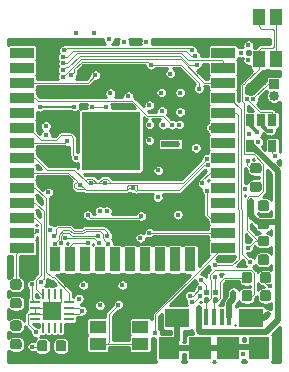
<source format=gbr>
G04 #@! TF.GenerationSoftware,KiCad,Pcbnew,(5.1.5)-3*
G04 #@! TF.CreationDate,2020-08-08T14:50:29-04:00*
G04 #@! TF.ProjectId,SmartWatch V5,536d6172-7457-4617-9463-682056352e6b,rev?*
G04 #@! TF.SameCoordinates,Original*
G04 #@! TF.FileFunction,Copper,L1,Top*
G04 #@! TF.FilePolarity,Positive*
%FSLAX46Y46*%
G04 Gerber Fmt 4.6, Leading zero omitted, Abs format (unit mm)*
G04 Created by KiCad (PCBNEW (5.1.5)-3) date 2020-08-08 14:50:29*
%MOMM*%
%LPD*%
G04 APERTURE LIST*
%ADD10C,0.100000*%
%ADD11R,2.000000X0.900000*%
%ADD12R,0.900000X2.000000*%
%ADD13R,5.000000X5.000000*%
%ADD14R,1.600200X1.600200*%
%ADD15R,0.812800X0.203200*%
%ADD16R,0.203200X0.812800*%
%ADD17R,0.650000X1.060000*%
%ADD18R,1.600000X0.500000*%
%ADD19C,0.500000*%
%ADD20O,0.850000X0.850000*%
%ADD21R,0.850000X0.850000*%
%ADD22R,1.400000X1.050000*%
%ADD23R,1.050000X1.400000*%
%ADD24R,0.400000X1.350000*%
%ADD25R,2.100000X1.600000*%
%ADD26R,1.800000X1.900000*%
%ADD27R,1.900000X1.900000*%
%ADD28C,0.450000*%
%ADD29C,0.200000*%
%ADD30C,0.500000*%
%ADD31C,0.300000*%
%ADD32C,0.254000*%
G04 APERTURE END LIST*
G04 #@! TA.AperFunction,SMDPad,CuDef*
D10*
G36*
X82192691Y-95956553D02*
G01*
X82213926Y-95959703D01*
X82234750Y-95964919D01*
X82254962Y-95972151D01*
X82274368Y-95981330D01*
X82292781Y-95992366D01*
X82310024Y-96005154D01*
X82325930Y-96019570D01*
X82340346Y-96035476D01*
X82353134Y-96052719D01*
X82364170Y-96071132D01*
X82373349Y-96090538D01*
X82380581Y-96110750D01*
X82385797Y-96131574D01*
X82388947Y-96152809D01*
X82390000Y-96174250D01*
X82390000Y-96611750D01*
X82388947Y-96633191D01*
X82385797Y-96654426D01*
X82380581Y-96675250D01*
X82373349Y-96695462D01*
X82364170Y-96714868D01*
X82353134Y-96733281D01*
X82340346Y-96750524D01*
X82325930Y-96766430D01*
X82310024Y-96780846D01*
X82292781Y-96793634D01*
X82274368Y-96804670D01*
X82254962Y-96813849D01*
X82234750Y-96821081D01*
X82213926Y-96826297D01*
X82192691Y-96829447D01*
X82171250Y-96830500D01*
X81658750Y-96830500D01*
X81637309Y-96829447D01*
X81616074Y-96826297D01*
X81595250Y-96821081D01*
X81575038Y-96813849D01*
X81555632Y-96804670D01*
X81537219Y-96793634D01*
X81519976Y-96780846D01*
X81504070Y-96766430D01*
X81489654Y-96750524D01*
X81476866Y-96733281D01*
X81465830Y-96714868D01*
X81456651Y-96695462D01*
X81449419Y-96675250D01*
X81444203Y-96654426D01*
X81441053Y-96633191D01*
X81440000Y-96611750D01*
X81440000Y-96174250D01*
X81441053Y-96152809D01*
X81444203Y-96131574D01*
X81449419Y-96110750D01*
X81456651Y-96090538D01*
X81465830Y-96071132D01*
X81476866Y-96052719D01*
X81489654Y-96035476D01*
X81504070Y-96019570D01*
X81519976Y-96005154D01*
X81537219Y-95992366D01*
X81555632Y-95981330D01*
X81575038Y-95972151D01*
X81595250Y-95964919D01*
X81616074Y-95959703D01*
X81637309Y-95956553D01*
X81658750Y-95955500D01*
X82171250Y-95955500D01*
X82192691Y-95956553D01*
G37*
G04 #@! TD.AperFunction*
G04 #@! TA.AperFunction,SMDPad,CuDef*
G36*
X82192691Y-97531553D02*
G01*
X82213926Y-97534703D01*
X82234750Y-97539919D01*
X82254962Y-97547151D01*
X82274368Y-97556330D01*
X82292781Y-97567366D01*
X82310024Y-97580154D01*
X82325930Y-97594570D01*
X82340346Y-97610476D01*
X82353134Y-97627719D01*
X82364170Y-97646132D01*
X82373349Y-97665538D01*
X82380581Y-97685750D01*
X82385797Y-97706574D01*
X82388947Y-97727809D01*
X82390000Y-97749250D01*
X82390000Y-98186750D01*
X82388947Y-98208191D01*
X82385797Y-98229426D01*
X82380581Y-98250250D01*
X82373349Y-98270462D01*
X82364170Y-98289868D01*
X82353134Y-98308281D01*
X82340346Y-98325524D01*
X82325930Y-98341430D01*
X82310024Y-98355846D01*
X82292781Y-98368634D01*
X82274368Y-98379670D01*
X82254962Y-98388849D01*
X82234750Y-98396081D01*
X82213926Y-98401297D01*
X82192691Y-98404447D01*
X82171250Y-98405500D01*
X81658750Y-98405500D01*
X81637309Y-98404447D01*
X81616074Y-98401297D01*
X81595250Y-98396081D01*
X81575038Y-98388849D01*
X81555632Y-98379670D01*
X81537219Y-98368634D01*
X81519976Y-98355846D01*
X81504070Y-98341430D01*
X81489654Y-98325524D01*
X81476866Y-98308281D01*
X81465830Y-98289868D01*
X81456651Y-98270462D01*
X81449419Y-98250250D01*
X81444203Y-98229426D01*
X81441053Y-98208191D01*
X81440000Y-98186750D01*
X81440000Y-97749250D01*
X81441053Y-97727809D01*
X81444203Y-97706574D01*
X81449419Y-97685750D01*
X81456651Y-97665538D01*
X81465830Y-97646132D01*
X81476866Y-97627719D01*
X81489654Y-97610476D01*
X81504070Y-97594570D01*
X81519976Y-97580154D01*
X81537219Y-97567366D01*
X81555632Y-97556330D01*
X81575038Y-97547151D01*
X81595250Y-97539919D01*
X81616074Y-97534703D01*
X81637309Y-97531553D01*
X81658750Y-97530500D01*
X82171250Y-97530500D01*
X82192691Y-97531553D01*
G37*
G04 #@! TD.AperFunction*
D11*
X99441000Y-73279000D03*
X99441000Y-74549000D03*
X99441000Y-75819000D03*
X99441000Y-77089000D03*
X99441000Y-78359000D03*
X99441000Y-79629000D03*
X99441000Y-80899000D03*
X99441000Y-82169000D03*
X99441000Y-83439000D03*
X99441000Y-84709000D03*
X99441000Y-85979000D03*
X99441000Y-87249000D03*
X99441000Y-88519000D03*
X99441000Y-89789000D03*
D12*
X96656000Y-90789000D03*
X95386000Y-90789000D03*
X94116000Y-90789000D03*
X92846000Y-90789000D03*
X91576000Y-90789000D03*
X90306000Y-90789000D03*
X89036000Y-90789000D03*
X87766000Y-90789000D03*
X86496000Y-90789000D03*
X85226000Y-90789000D03*
D11*
X82441000Y-89789000D03*
X82441000Y-88519000D03*
X82441000Y-87249000D03*
X82441000Y-85979000D03*
X82441000Y-84709000D03*
X82441000Y-83439000D03*
X82441000Y-82169000D03*
X82441000Y-80899000D03*
X82441000Y-79629000D03*
X82441000Y-78359000D03*
X82441000Y-77089000D03*
X82441000Y-75819000D03*
X82441000Y-74549000D03*
X82441000Y-73279000D03*
D13*
X89941000Y-80779000D03*
D14*
X84963000Y-95123000D03*
D15*
X86410800Y-94372999D03*
X86410800Y-94873000D03*
X86410800Y-95373000D03*
X86410800Y-95873001D03*
D16*
X85713001Y-96570800D03*
X85213000Y-96570800D03*
X84713000Y-96570800D03*
X84212999Y-96570800D03*
D15*
X83515200Y-95873001D03*
X83515200Y-95373000D03*
X83515200Y-94873000D03*
X83515200Y-94372999D03*
D16*
X84212999Y-93675200D03*
X84713000Y-93675200D03*
X85213000Y-93675200D03*
X85713001Y-93675200D03*
D17*
X103632000Y-81194000D03*
X101732000Y-81194000D03*
X101732000Y-78994000D03*
X102682000Y-78994000D03*
X103632000Y-78994000D03*
D18*
X94996000Y-81026000D03*
D19*
X95546000Y-81026000D03*
X94446000Y-81026000D03*
D20*
X103759000Y-76946000D03*
D21*
X103759000Y-75946000D03*
D22*
X88856000Y-96467000D03*
X92456000Y-96467000D03*
X88856000Y-97917000D03*
X92456000Y-97917000D03*
D23*
X103949500Y-70250500D03*
X103949500Y-73850500D03*
X102499500Y-70250500D03*
X102499500Y-73850500D03*
G04 #@! TA.AperFunction,SMDPad,CuDef*
D10*
G36*
X85965191Y-97633553D02*
G01*
X85986426Y-97636703D01*
X86007250Y-97641919D01*
X86027462Y-97649151D01*
X86046868Y-97658330D01*
X86065281Y-97669366D01*
X86082524Y-97682154D01*
X86098430Y-97696570D01*
X86112846Y-97712476D01*
X86125634Y-97729719D01*
X86136670Y-97748132D01*
X86145849Y-97767538D01*
X86153081Y-97787750D01*
X86158297Y-97808574D01*
X86161447Y-97829809D01*
X86162500Y-97851250D01*
X86162500Y-98363750D01*
X86161447Y-98385191D01*
X86158297Y-98406426D01*
X86153081Y-98427250D01*
X86145849Y-98447462D01*
X86136670Y-98466868D01*
X86125634Y-98485281D01*
X86112846Y-98502524D01*
X86098430Y-98518430D01*
X86082524Y-98532846D01*
X86065281Y-98545634D01*
X86046868Y-98556670D01*
X86027462Y-98565849D01*
X86007250Y-98573081D01*
X85986426Y-98578297D01*
X85965191Y-98581447D01*
X85943750Y-98582500D01*
X85506250Y-98582500D01*
X85484809Y-98581447D01*
X85463574Y-98578297D01*
X85442750Y-98573081D01*
X85422538Y-98565849D01*
X85403132Y-98556670D01*
X85384719Y-98545634D01*
X85367476Y-98532846D01*
X85351570Y-98518430D01*
X85337154Y-98502524D01*
X85324366Y-98485281D01*
X85313330Y-98466868D01*
X85304151Y-98447462D01*
X85296919Y-98427250D01*
X85291703Y-98406426D01*
X85288553Y-98385191D01*
X85287500Y-98363750D01*
X85287500Y-97851250D01*
X85288553Y-97829809D01*
X85291703Y-97808574D01*
X85296919Y-97787750D01*
X85304151Y-97767538D01*
X85313330Y-97748132D01*
X85324366Y-97729719D01*
X85337154Y-97712476D01*
X85351570Y-97696570D01*
X85367476Y-97682154D01*
X85384719Y-97669366D01*
X85403132Y-97658330D01*
X85422538Y-97649151D01*
X85442750Y-97641919D01*
X85463574Y-97636703D01*
X85484809Y-97633553D01*
X85506250Y-97632500D01*
X85943750Y-97632500D01*
X85965191Y-97633553D01*
G37*
G04 #@! TD.AperFunction*
G04 #@! TA.AperFunction,SMDPad,CuDef*
G36*
X84390191Y-97633553D02*
G01*
X84411426Y-97636703D01*
X84432250Y-97641919D01*
X84452462Y-97649151D01*
X84471868Y-97658330D01*
X84490281Y-97669366D01*
X84507524Y-97682154D01*
X84523430Y-97696570D01*
X84537846Y-97712476D01*
X84550634Y-97729719D01*
X84561670Y-97748132D01*
X84570849Y-97767538D01*
X84578081Y-97787750D01*
X84583297Y-97808574D01*
X84586447Y-97829809D01*
X84587500Y-97851250D01*
X84587500Y-98363750D01*
X84586447Y-98385191D01*
X84583297Y-98406426D01*
X84578081Y-98427250D01*
X84570849Y-98447462D01*
X84561670Y-98466868D01*
X84550634Y-98485281D01*
X84537846Y-98502524D01*
X84523430Y-98518430D01*
X84507524Y-98532846D01*
X84490281Y-98545634D01*
X84471868Y-98556670D01*
X84452462Y-98565849D01*
X84432250Y-98573081D01*
X84411426Y-98578297D01*
X84390191Y-98581447D01*
X84368750Y-98582500D01*
X83931250Y-98582500D01*
X83909809Y-98581447D01*
X83888574Y-98578297D01*
X83867750Y-98573081D01*
X83847538Y-98565849D01*
X83828132Y-98556670D01*
X83809719Y-98545634D01*
X83792476Y-98532846D01*
X83776570Y-98518430D01*
X83762154Y-98502524D01*
X83749366Y-98485281D01*
X83738330Y-98466868D01*
X83729151Y-98447462D01*
X83721919Y-98427250D01*
X83716703Y-98406426D01*
X83713553Y-98385191D01*
X83712500Y-98363750D01*
X83712500Y-97851250D01*
X83713553Y-97829809D01*
X83716703Y-97808574D01*
X83721919Y-97787750D01*
X83729151Y-97767538D01*
X83738330Y-97748132D01*
X83749366Y-97729719D01*
X83762154Y-97712476D01*
X83776570Y-97696570D01*
X83792476Y-97682154D01*
X83809719Y-97669366D01*
X83828132Y-97658330D01*
X83847538Y-97649151D01*
X83867750Y-97641919D01*
X83888574Y-97636703D01*
X83909809Y-97633553D01*
X83931250Y-97632500D01*
X84368750Y-97632500D01*
X84390191Y-97633553D01*
G37*
G04 #@! TD.AperFunction*
G04 #@! TA.AperFunction,SMDPad,CuDef*
G36*
X82192691Y-94051553D02*
G01*
X82213926Y-94054703D01*
X82234750Y-94059919D01*
X82254962Y-94067151D01*
X82274368Y-94076330D01*
X82292781Y-94087366D01*
X82310024Y-94100154D01*
X82325930Y-94114570D01*
X82340346Y-94130476D01*
X82353134Y-94147719D01*
X82364170Y-94166132D01*
X82373349Y-94185538D01*
X82380581Y-94205750D01*
X82385797Y-94226574D01*
X82388947Y-94247809D01*
X82390000Y-94269250D01*
X82390000Y-94706750D01*
X82388947Y-94728191D01*
X82385797Y-94749426D01*
X82380581Y-94770250D01*
X82373349Y-94790462D01*
X82364170Y-94809868D01*
X82353134Y-94828281D01*
X82340346Y-94845524D01*
X82325930Y-94861430D01*
X82310024Y-94875846D01*
X82292781Y-94888634D01*
X82274368Y-94899670D01*
X82254962Y-94908849D01*
X82234750Y-94916081D01*
X82213926Y-94921297D01*
X82192691Y-94924447D01*
X82171250Y-94925500D01*
X81658750Y-94925500D01*
X81637309Y-94924447D01*
X81616074Y-94921297D01*
X81595250Y-94916081D01*
X81575038Y-94908849D01*
X81555632Y-94899670D01*
X81537219Y-94888634D01*
X81519976Y-94875846D01*
X81504070Y-94861430D01*
X81489654Y-94845524D01*
X81476866Y-94828281D01*
X81465830Y-94809868D01*
X81456651Y-94790462D01*
X81449419Y-94770250D01*
X81444203Y-94749426D01*
X81441053Y-94728191D01*
X81440000Y-94706750D01*
X81440000Y-94269250D01*
X81441053Y-94247809D01*
X81444203Y-94226574D01*
X81449419Y-94205750D01*
X81456651Y-94185538D01*
X81465830Y-94166132D01*
X81476866Y-94147719D01*
X81489654Y-94130476D01*
X81504070Y-94114570D01*
X81519976Y-94100154D01*
X81537219Y-94087366D01*
X81555632Y-94076330D01*
X81575038Y-94067151D01*
X81595250Y-94059919D01*
X81616074Y-94054703D01*
X81637309Y-94051553D01*
X81658750Y-94050500D01*
X82171250Y-94050500D01*
X82192691Y-94051553D01*
G37*
G04 #@! TD.AperFunction*
G04 #@! TA.AperFunction,SMDPad,CuDef*
G36*
X82192691Y-92476553D02*
G01*
X82213926Y-92479703D01*
X82234750Y-92484919D01*
X82254962Y-92492151D01*
X82274368Y-92501330D01*
X82292781Y-92512366D01*
X82310024Y-92525154D01*
X82325930Y-92539570D01*
X82340346Y-92555476D01*
X82353134Y-92572719D01*
X82364170Y-92591132D01*
X82373349Y-92610538D01*
X82380581Y-92630750D01*
X82385797Y-92651574D01*
X82388947Y-92672809D01*
X82390000Y-92694250D01*
X82390000Y-93131750D01*
X82388947Y-93153191D01*
X82385797Y-93174426D01*
X82380581Y-93195250D01*
X82373349Y-93215462D01*
X82364170Y-93234868D01*
X82353134Y-93253281D01*
X82340346Y-93270524D01*
X82325930Y-93286430D01*
X82310024Y-93300846D01*
X82292781Y-93313634D01*
X82274368Y-93324670D01*
X82254962Y-93333849D01*
X82234750Y-93341081D01*
X82213926Y-93346297D01*
X82192691Y-93349447D01*
X82171250Y-93350500D01*
X81658750Y-93350500D01*
X81637309Y-93349447D01*
X81616074Y-93346297D01*
X81595250Y-93341081D01*
X81575038Y-93333849D01*
X81555632Y-93324670D01*
X81537219Y-93313634D01*
X81519976Y-93300846D01*
X81504070Y-93286430D01*
X81489654Y-93270524D01*
X81476866Y-93253281D01*
X81465830Y-93234868D01*
X81456651Y-93215462D01*
X81449419Y-93195250D01*
X81444203Y-93174426D01*
X81441053Y-93153191D01*
X81440000Y-93131750D01*
X81440000Y-92694250D01*
X81441053Y-92672809D01*
X81444203Y-92651574D01*
X81449419Y-92630750D01*
X81456651Y-92610538D01*
X81465830Y-92591132D01*
X81476866Y-92572719D01*
X81489654Y-92555476D01*
X81504070Y-92539570D01*
X81519976Y-92525154D01*
X81537219Y-92512366D01*
X81555632Y-92501330D01*
X81575038Y-92492151D01*
X81595250Y-92484919D01*
X81616074Y-92479703D01*
X81637309Y-92476553D01*
X81658750Y-92475500D01*
X82171250Y-92475500D01*
X82192691Y-92476553D01*
G37*
G04 #@! TD.AperFunction*
G04 #@! TA.AperFunction,SMDPad,CuDef*
G36*
X103147691Y-90368553D02*
G01*
X103168926Y-90371703D01*
X103189750Y-90376919D01*
X103209962Y-90384151D01*
X103229368Y-90393330D01*
X103247781Y-90404366D01*
X103265024Y-90417154D01*
X103280930Y-90431570D01*
X103295346Y-90447476D01*
X103308134Y-90464719D01*
X103319170Y-90483132D01*
X103328349Y-90502538D01*
X103335581Y-90522750D01*
X103340797Y-90543574D01*
X103343947Y-90564809D01*
X103345000Y-90586250D01*
X103345000Y-91023750D01*
X103343947Y-91045191D01*
X103340797Y-91066426D01*
X103335581Y-91087250D01*
X103328349Y-91107462D01*
X103319170Y-91126868D01*
X103308134Y-91145281D01*
X103295346Y-91162524D01*
X103280930Y-91178430D01*
X103265024Y-91192846D01*
X103247781Y-91205634D01*
X103229368Y-91216670D01*
X103209962Y-91225849D01*
X103189750Y-91233081D01*
X103168926Y-91238297D01*
X103147691Y-91241447D01*
X103126250Y-91242500D01*
X102613750Y-91242500D01*
X102592309Y-91241447D01*
X102571074Y-91238297D01*
X102550250Y-91233081D01*
X102530038Y-91225849D01*
X102510632Y-91216670D01*
X102492219Y-91205634D01*
X102474976Y-91192846D01*
X102459070Y-91178430D01*
X102444654Y-91162524D01*
X102431866Y-91145281D01*
X102420830Y-91126868D01*
X102411651Y-91107462D01*
X102404419Y-91087250D01*
X102399203Y-91066426D01*
X102396053Y-91045191D01*
X102395000Y-91023750D01*
X102395000Y-90586250D01*
X102396053Y-90564809D01*
X102399203Y-90543574D01*
X102404419Y-90522750D01*
X102411651Y-90502538D01*
X102420830Y-90483132D01*
X102431866Y-90464719D01*
X102444654Y-90447476D01*
X102459070Y-90431570D01*
X102474976Y-90417154D01*
X102492219Y-90404366D01*
X102510632Y-90393330D01*
X102530038Y-90384151D01*
X102550250Y-90376919D01*
X102571074Y-90371703D01*
X102592309Y-90368553D01*
X102613750Y-90367500D01*
X103126250Y-90367500D01*
X103147691Y-90368553D01*
G37*
G04 #@! TD.AperFunction*
G04 #@! TA.AperFunction,SMDPad,CuDef*
G36*
X103147691Y-88793553D02*
G01*
X103168926Y-88796703D01*
X103189750Y-88801919D01*
X103209962Y-88809151D01*
X103229368Y-88818330D01*
X103247781Y-88829366D01*
X103265024Y-88842154D01*
X103280930Y-88856570D01*
X103295346Y-88872476D01*
X103308134Y-88889719D01*
X103319170Y-88908132D01*
X103328349Y-88927538D01*
X103335581Y-88947750D01*
X103340797Y-88968574D01*
X103343947Y-88989809D01*
X103345000Y-89011250D01*
X103345000Y-89448750D01*
X103343947Y-89470191D01*
X103340797Y-89491426D01*
X103335581Y-89512250D01*
X103328349Y-89532462D01*
X103319170Y-89551868D01*
X103308134Y-89570281D01*
X103295346Y-89587524D01*
X103280930Y-89603430D01*
X103265024Y-89617846D01*
X103247781Y-89630634D01*
X103229368Y-89641670D01*
X103209962Y-89650849D01*
X103189750Y-89658081D01*
X103168926Y-89663297D01*
X103147691Y-89666447D01*
X103126250Y-89667500D01*
X102613750Y-89667500D01*
X102592309Y-89666447D01*
X102571074Y-89663297D01*
X102550250Y-89658081D01*
X102530038Y-89650849D01*
X102510632Y-89641670D01*
X102492219Y-89630634D01*
X102474976Y-89617846D01*
X102459070Y-89603430D01*
X102444654Y-89587524D01*
X102431866Y-89570281D01*
X102420830Y-89551868D01*
X102411651Y-89532462D01*
X102404419Y-89512250D01*
X102399203Y-89491426D01*
X102396053Y-89470191D01*
X102395000Y-89448750D01*
X102395000Y-89011250D01*
X102396053Y-88989809D01*
X102399203Y-88968574D01*
X102404419Y-88947750D01*
X102411651Y-88927538D01*
X102420830Y-88908132D01*
X102431866Y-88889719D01*
X102444654Y-88872476D01*
X102459070Y-88856570D01*
X102474976Y-88842154D01*
X102492219Y-88829366D01*
X102510632Y-88818330D01*
X102530038Y-88809151D01*
X102550250Y-88801919D01*
X102571074Y-88796703D01*
X102592309Y-88793553D01*
X102613750Y-88792500D01*
X103126250Y-88792500D01*
X103147691Y-88793553D01*
G37*
G04 #@! TD.AperFunction*
G04 #@! TA.AperFunction,SMDPad,CuDef*
G36*
X103288191Y-91855053D02*
G01*
X103309426Y-91858203D01*
X103330250Y-91863419D01*
X103350462Y-91870651D01*
X103369868Y-91879830D01*
X103388281Y-91890866D01*
X103405524Y-91903654D01*
X103421430Y-91918070D01*
X103435846Y-91933976D01*
X103448634Y-91951219D01*
X103459670Y-91969632D01*
X103468849Y-91989038D01*
X103476081Y-92009250D01*
X103481297Y-92030074D01*
X103484447Y-92051309D01*
X103485500Y-92072750D01*
X103485500Y-92585250D01*
X103484447Y-92606691D01*
X103481297Y-92627926D01*
X103476081Y-92648750D01*
X103468849Y-92668962D01*
X103459670Y-92688368D01*
X103448634Y-92706781D01*
X103435846Y-92724024D01*
X103421430Y-92739930D01*
X103405524Y-92754346D01*
X103388281Y-92767134D01*
X103369868Y-92778170D01*
X103350462Y-92787349D01*
X103330250Y-92794581D01*
X103309426Y-92799797D01*
X103288191Y-92802947D01*
X103266750Y-92804000D01*
X102829250Y-92804000D01*
X102807809Y-92802947D01*
X102786574Y-92799797D01*
X102765750Y-92794581D01*
X102745538Y-92787349D01*
X102726132Y-92778170D01*
X102707719Y-92767134D01*
X102690476Y-92754346D01*
X102674570Y-92739930D01*
X102660154Y-92724024D01*
X102647366Y-92706781D01*
X102636330Y-92688368D01*
X102627151Y-92668962D01*
X102619919Y-92648750D01*
X102614703Y-92627926D01*
X102611553Y-92606691D01*
X102610500Y-92585250D01*
X102610500Y-92072750D01*
X102611553Y-92051309D01*
X102614703Y-92030074D01*
X102619919Y-92009250D01*
X102627151Y-91989038D01*
X102636330Y-91969632D01*
X102647366Y-91951219D01*
X102660154Y-91933976D01*
X102674570Y-91918070D01*
X102690476Y-91903654D01*
X102707719Y-91890866D01*
X102726132Y-91879830D01*
X102745538Y-91870651D01*
X102765750Y-91863419D01*
X102786574Y-91858203D01*
X102807809Y-91855053D01*
X102829250Y-91854000D01*
X103266750Y-91854000D01*
X103288191Y-91855053D01*
G37*
G04 #@! TD.AperFunction*
G04 #@! TA.AperFunction,SMDPad,CuDef*
G36*
X101713191Y-91855053D02*
G01*
X101734426Y-91858203D01*
X101755250Y-91863419D01*
X101775462Y-91870651D01*
X101794868Y-91879830D01*
X101813281Y-91890866D01*
X101830524Y-91903654D01*
X101846430Y-91918070D01*
X101860846Y-91933976D01*
X101873634Y-91951219D01*
X101884670Y-91969632D01*
X101893849Y-91989038D01*
X101901081Y-92009250D01*
X101906297Y-92030074D01*
X101909447Y-92051309D01*
X101910500Y-92072750D01*
X101910500Y-92585250D01*
X101909447Y-92606691D01*
X101906297Y-92627926D01*
X101901081Y-92648750D01*
X101893849Y-92668962D01*
X101884670Y-92688368D01*
X101873634Y-92706781D01*
X101860846Y-92724024D01*
X101846430Y-92739930D01*
X101830524Y-92754346D01*
X101813281Y-92767134D01*
X101794868Y-92778170D01*
X101775462Y-92787349D01*
X101755250Y-92794581D01*
X101734426Y-92799797D01*
X101713191Y-92802947D01*
X101691750Y-92804000D01*
X101254250Y-92804000D01*
X101232809Y-92802947D01*
X101211574Y-92799797D01*
X101190750Y-92794581D01*
X101170538Y-92787349D01*
X101151132Y-92778170D01*
X101132719Y-92767134D01*
X101115476Y-92754346D01*
X101099570Y-92739930D01*
X101085154Y-92724024D01*
X101072366Y-92706781D01*
X101061330Y-92688368D01*
X101052151Y-92668962D01*
X101044919Y-92648750D01*
X101039703Y-92627926D01*
X101036553Y-92606691D01*
X101035500Y-92585250D01*
X101035500Y-92072750D01*
X101036553Y-92051309D01*
X101039703Y-92030074D01*
X101044919Y-92009250D01*
X101052151Y-91989038D01*
X101061330Y-91969632D01*
X101072366Y-91951219D01*
X101085154Y-91933976D01*
X101099570Y-91918070D01*
X101115476Y-91903654D01*
X101132719Y-91890866D01*
X101151132Y-91879830D01*
X101170538Y-91870651D01*
X101190750Y-91863419D01*
X101211574Y-91858203D01*
X101232809Y-91855053D01*
X101254250Y-91854000D01*
X101691750Y-91854000D01*
X101713191Y-91855053D01*
G37*
G04 #@! TD.AperFunction*
G04 #@! TA.AperFunction,SMDPad,CuDef*
G36*
X103288191Y-93379053D02*
G01*
X103309426Y-93382203D01*
X103330250Y-93387419D01*
X103350462Y-93394651D01*
X103369868Y-93403830D01*
X103388281Y-93414866D01*
X103405524Y-93427654D01*
X103421430Y-93442070D01*
X103435846Y-93457976D01*
X103448634Y-93475219D01*
X103459670Y-93493632D01*
X103468849Y-93513038D01*
X103476081Y-93533250D01*
X103481297Y-93554074D01*
X103484447Y-93575309D01*
X103485500Y-93596750D01*
X103485500Y-94109250D01*
X103484447Y-94130691D01*
X103481297Y-94151926D01*
X103476081Y-94172750D01*
X103468849Y-94192962D01*
X103459670Y-94212368D01*
X103448634Y-94230781D01*
X103435846Y-94248024D01*
X103421430Y-94263930D01*
X103405524Y-94278346D01*
X103388281Y-94291134D01*
X103369868Y-94302170D01*
X103350462Y-94311349D01*
X103330250Y-94318581D01*
X103309426Y-94323797D01*
X103288191Y-94326947D01*
X103266750Y-94328000D01*
X102829250Y-94328000D01*
X102807809Y-94326947D01*
X102786574Y-94323797D01*
X102765750Y-94318581D01*
X102745538Y-94311349D01*
X102726132Y-94302170D01*
X102707719Y-94291134D01*
X102690476Y-94278346D01*
X102674570Y-94263930D01*
X102660154Y-94248024D01*
X102647366Y-94230781D01*
X102636330Y-94212368D01*
X102627151Y-94192962D01*
X102619919Y-94172750D01*
X102614703Y-94151926D01*
X102611553Y-94130691D01*
X102610500Y-94109250D01*
X102610500Y-93596750D01*
X102611553Y-93575309D01*
X102614703Y-93554074D01*
X102619919Y-93533250D01*
X102627151Y-93513038D01*
X102636330Y-93493632D01*
X102647366Y-93475219D01*
X102660154Y-93457976D01*
X102674570Y-93442070D01*
X102690476Y-93427654D01*
X102707719Y-93414866D01*
X102726132Y-93403830D01*
X102745538Y-93394651D01*
X102765750Y-93387419D01*
X102786574Y-93382203D01*
X102807809Y-93379053D01*
X102829250Y-93378000D01*
X103266750Y-93378000D01*
X103288191Y-93379053D01*
G37*
G04 #@! TD.AperFunction*
G04 #@! TA.AperFunction,SMDPad,CuDef*
G36*
X101713191Y-93379053D02*
G01*
X101734426Y-93382203D01*
X101755250Y-93387419D01*
X101775462Y-93394651D01*
X101794868Y-93403830D01*
X101813281Y-93414866D01*
X101830524Y-93427654D01*
X101846430Y-93442070D01*
X101860846Y-93457976D01*
X101873634Y-93475219D01*
X101884670Y-93493632D01*
X101893849Y-93513038D01*
X101901081Y-93533250D01*
X101906297Y-93554074D01*
X101909447Y-93575309D01*
X101910500Y-93596750D01*
X101910500Y-94109250D01*
X101909447Y-94130691D01*
X101906297Y-94151926D01*
X101901081Y-94172750D01*
X101893849Y-94192962D01*
X101884670Y-94212368D01*
X101873634Y-94230781D01*
X101860846Y-94248024D01*
X101846430Y-94263930D01*
X101830524Y-94278346D01*
X101813281Y-94291134D01*
X101794868Y-94302170D01*
X101775462Y-94311349D01*
X101755250Y-94318581D01*
X101734426Y-94323797D01*
X101713191Y-94326947D01*
X101691750Y-94328000D01*
X101254250Y-94328000D01*
X101232809Y-94326947D01*
X101211574Y-94323797D01*
X101190750Y-94318581D01*
X101170538Y-94311349D01*
X101151132Y-94302170D01*
X101132719Y-94291134D01*
X101115476Y-94278346D01*
X101099570Y-94263930D01*
X101085154Y-94248024D01*
X101072366Y-94230781D01*
X101061330Y-94212368D01*
X101052151Y-94192962D01*
X101044919Y-94172750D01*
X101039703Y-94151926D01*
X101036553Y-94130691D01*
X101035500Y-94109250D01*
X101035500Y-93596750D01*
X101036553Y-93575309D01*
X101039703Y-93554074D01*
X101044919Y-93533250D01*
X101052151Y-93513038D01*
X101061330Y-93493632D01*
X101072366Y-93475219D01*
X101085154Y-93457976D01*
X101099570Y-93442070D01*
X101115476Y-93427654D01*
X101132719Y-93414866D01*
X101151132Y-93403830D01*
X101170538Y-93394651D01*
X101190750Y-93387419D01*
X101211574Y-93382203D01*
X101232809Y-93379053D01*
X101254250Y-93378000D01*
X101691750Y-93378000D01*
X101713191Y-93379053D01*
G37*
G04 #@! TD.AperFunction*
G04 #@! TA.AperFunction,SMDPad,CuDef*
G36*
X103147691Y-85796553D02*
G01*
X103168926Y-85799703D01*
X103189750Y-85804919D01*
X103209962Y-85812151D01*
X103229368Y-85821330D01*
X103247781Y-85832366D01*
X103265024Y-85845154D01*
X103280930Y-85859570D01*
X103295346Y-85875476D01*
X103308134Y-85892719D01*
X103319170Y-85911132D01*
X103328349Y-85930538D01*
X103335581Y-85950750D01*
X103340797Y-85971574D01*
X103343947Y-85992809D01*
X103345000Y-86014250D01*
X103345000Y-86451750D01*
X103343947Y-86473191D01*
X103340797Y-86494426D01*
X103335581Y-86515250D01*
X103328349Y-86535462D01*
X103319170Y-86554868D01*
X103308134Y-86573281D01*
X103295346Y-86590524D01*
X103280930Y-86606430D01*
X103265024Y-86620846D01*
X103247781Y-86633634D01*
X103229368Y-86644670D01*
X103209962Y-86653849D01*
X103189750Y-86661081D01*
X103168926Y-86666297D01*
X103147691Y-86669447D01*
X103126250Y-86670500D01*
X102613750Y-86670500D01*
X102592309Y-86669447D01*
X102571074Y-86666297D01*
X102550250Y-86661081D01*
X102530038Y-86653849D01*
X102510632Y-86644670D01*
X102492219Y-86633634D01*
X102474976Y-86620846D01*
X102459070Y-86606430D01*
X102444654Y-86590524D01*
X102431866Y-86573281D01*
X102420830Y-86554868D01*
X102411651Y-86535462D01*
X102404419Y-86515250D01*
X102399203Y-86494426D01*
X102396053Y-86473191D01*
X102395000Y-86451750D01*
X102395000Y-86014250D01*
X102396053Y-85992809D01*
X102399203Y-85971574D01*
X102404419Y-85950750D01*
X102411651Y-85930538D01*
X102420830Y-85911132D01*
X102431866Y-85892719D01*
X102444654Y-85875476D01*
X102459070Y-85859570D01*
X102474976Y-85845154D01*
X102492219Y-85832366D01*
X102510632Y-85821330D01*
X102530038Y-85812151D01*
X102550250Y-85804919D01*
X102571074Y-85799703D01*
X102592309Y-85796553D01*
X102613750Y-85795500D01*
X103126250Y-85795500D01*
X103147691Y-85796553D01*
G37*
G04 #@! TD.AperFunction*
G04 #@! TA.AperFunction,SMDPad,CuDef*
G36*
X103147691Y-87371553D02*
G01*
X103168926Y-87374703D01*
X103189750Y-87379919D01*
X103209962Y-87387151D01*
X103229368Y-87396330D01*
X103247781Y-87407366D01*
X103265024Y-87420154D01*
X103280930Y-87434570D01*
X103295346Y-87450476D01*
X103308134Y-87467719D01*
X103319170Y-87486132D01*
X103328349Y-87505538D01*
X103335581Y-87525750D01*
X103340797Y-87546574D01*
X103343947Y-87567809D01*
X103345000Y-87589250D01*
X103345000Y-88026750D01*
X103343947Y-88048191D01*
X103340797Y-88069426D01*
X103335581Y-88090250D01*
X103328349Y-88110462D01*
X103319170Y-88129868D01*
X103308134Y-88148281D01*
X103295346Y-88165524D01*
X103280930Y-88181430D01*
X103265024Y-88195846D01*
X103247781Y-88208634D01*
X103229368Y-88219670D01*
X103209962Y-88228849D01*
X103189750Y-88236081D01*
X103168926Y-88241297D01*
X103147691Y-88244447D01*
X103126250Y-88245500D01*
X102613750Y-88245500D01*
X102592309Y-88244447D01*
X102571074Y-88241297D01*
X102550250Y-88236081D01*
X102530038Y-88228849D01*
X102510632Y-88219670D01*
X102492219Y-88208634D01*
X102474976Y-88195846D01*
X102459070Y-88181430D01*
X102444654Y-88165524D01*
X102431866Y-88148281D01*
X102420830Y-88129868D01*
X102411651Y-88110462D01*
X102404419Y-88090250D01*
X102399203Y-88069426D01*
X102396053Y-88048191D01*
X102395000Y-88026750D01*
X102395000Y-87589250D01*
X102396053Y-87567809D01*
X102399203Y-87546574D01*
X102404419Y-87525750D01*
X102411651Y-87505538D01*
X102420830Y-87486132D01*
X102431866Y-87467719D01*
X102444654Y-87450476D01*
X102459070Y-87434570D01*
X102474976Y-87420154D01*
X102492219Y-87407366D01*
X102510632Y-87396330D01*
X102530038Y-87387151D01*
X102550250Y-87379919D01*
X102571074Y-87374703D01*
X102592309Y-87371553D01*
X102613750Y-87370500D01*
X103126250Y-87370500D01*
X103147691Y-87371553D01*
G37*
G04 #@! TD.AperFunction*
D24*
X98689000Y-95631000D03*
X98039000Y-95631000D03*
X99339000Y-95631000D03*
X97389000Y-95631000D03*
X99989000Y-95631000D03*
D25*
X95589000Y-95756000D03*
X101789000Y-95756000D03*
D26*
X94889000Y-98306000D03*
X102489000Y-98306000D03*
D27*
X97489000Y-98306000D03*
X99889000Y-98306000D03*
G04 #@! TA.AperFunction,SMDPad,CuDef*
D10*
G36*
X98153802Y-93364482D02*
G01*
X98163509Y-93365921D01*
X98173028Y-93368306D01*
X98182268Y-93371612D01*
X98191140Y-93375808D01*
X98199557Y-93380853D01*
X98207439Y-93386699D01*
X98214711Y-93393289D01*
X98221301Y-93400561D01*
X98227147Y-93408443D01*
X98232192Y-93416860D01*
X98236388Y-93425732D01*
X98239694Y-93434972D01*
X98242079Y-93444491D01*
X98243518Y-93454198D01*
X98244000Y-93464000D01*
X98244000Y-93724000D01*
X98243518Y-93733802D01*
X98242079Y-93743509D01*
X98239694Y-93753028D01*
X98236388Y-93762268D01*
X98232192Y-93771140D01*
X98227147Y-93779557D01*
X98221301Y-93787439D01*
X98214711Y-93794711D01*
X98207439Y-93801301D01*
X98199557Y-93807147D01*
X98191140Y-93812192D01*
X98182268Y-93816388D01*
X98173028Y-93819694D01*
X98163509Y-93822079D01*
X98153802Y-93823518D01*
X98144000Y-93824000D01*
X97944000Y-93824000D01*
X97934198Y-93823518D01*
X97924491Y-93822079D01*
X97914972Y-93819694D01*
X97905732Y-93816388D01*
X97896860Y-93812192D01*
X97888443Y-93807147D01*
X97880561Y-93801301D01*
X97873289Y-93794711D01*
X97866699Y-93787439D01*
X97860853Y-93779557D01*
X97855808Y-93771140D01*
X97851612Y-93762268D01*
X97848306Y-93753028D01*
X97845921Y-93743509D01*
X97844482Y-93733802D01*
X97844000Y-93724000D01*
X97844000Y-93464000D01*
X97844482Y-93454198D01*
X97845921Y-93444491D01*
X97848306Y-93434972D01*
X97851612Y-93425732D01*
X97855808Y-93416860D01*
X97860853Y-93408443D01*
X97866699Y-93400561D01*
X97873289Y-93393289D01*
X97880561Y-93386699D01*
X97888443Y-93380853D01*
X97896860Y-93375808D01*
X97905732Y-93371612D01*
X97914972Y-93368306D01*
X97924491Y-93365921D01*
X97934198Y-93364482D01*
X97944000Y-93364000D01*
X98144000Y-93364000D01*
X98153802Y-93364482D01*
G37*
G04 #@! TD.AperFunction*
G04 #@! TA.AperFunction,SMDPad,CuDef*
G36*
X98153802Y-94004482D02*
G01*
X98163509Y-94005921D01*
X98173028Y-94008306D01*
X98182268Y-94011612D01*
X98191140Y-94015808D01*
X98199557Y-94020853D01*
X98207439Y-94026699D01*
X98214711Y-94033289D01*
X98221301Y-94040561D01*
X98227147Y-94048443D01*
X98232192Y-94056860D01*
X98236388Y-94065732D01*
X98239694Y-94074972D01*
X98242079Y-94084491D01*
X98243518Y-94094198D01*
X98244000Y-94104000D01*
X98244000Y-94364000D01*
X98243518Y-94373802D01*
X98242079Y-94383509D01*
X98239694Y-94393028D01*
X98236388Y-94402268D01*
X98232192Y-94411140D01*
X98227147Y-94419557D01*
X98221301Y-94427439D01*
X98214711Y-94434711D01*
X98207439Y-94441301D01*
X98199557Y-94447147D01*
X98191140Y-94452192D01*
X98182268Y-94456388D01*
X98173028Y-94459694D01*
X98163509Y-94462079D01*
X98153802Y-94463518D01*
X98144000Y-94464000D01*
X97944000Y-94464000D01*
X97934198Y-94463518D01*
X97924491Y-94462079D01*
X97914972Y-94459694D01*
X97905732Y-94456388D01*
X97896860Y-94452192D01*
X97888443Y-94447147D01*
X97880561Y-94441301D01*
X97873289Y-94434711D01*
X97866699Y-94427439D01*
X97860853Y-94419557D01*
X97855808Y-94411140D01*
X97851612Y-94402268D01*
X97848306Y-94393028D01*
X97845921Y-94383509D01*
X97844482Y-94373802D01*
X97844000Y-94364000D01*
X97844000Y-94104000D01*
X97844482Y-94094198D01*
X97845921Y-94084491D01*
X97848306Y-94074972D01*
X97851612Y-94065732D01*
X97855808Y-94056860D01*
X97860853Y-94048443D01*
X97866699Y-94040561D01*
X97873289Y-94033289D01*
X97880561Y-94026699D01*
X97888443Y-94020853D01*
X97896860Y-94015808D01*
X97905732Y-94011612D01*
X97914972Y-94008306D01*
X97924491Y-94005921D01*
X97934198Y-94004482D01*
X97944000Y-94004000D01*
X98144000Y-94004000D01*
X98153802Y-94004482D01*
G37*
G04 #@! TD.AperFunction*
G04 #@! TA.AperFunction,SMDPad,CuDef*
G36*
X98915802Y-93364482D02*
G01*
X98925509Y-93365921D01*
X98935028Y-93368306D01*
X98944268Y-93371612D01*
X98953140Y-93375808D01*
X98961557Y-93380853D01*
X98969439Y-93386699D01*
X98976711Y-93393289D01*
X98983301Y-93400561D01*
X98989147Y-93408443D01*
X98994192Y-93416860D01*
X98998388Y-93425732D01*
X99001694Y-93434972D01*
X99004079Y-93444491D01*
X99005518Y-93454198D01*
X99006000Y-93464000D01*
X99006000Y-93724000D01*
X99005518Y-93733802D01*
X99004079Y-93743509D01*
X99001694Y-93753028D01*
X98998388Y-93762268D01*
X98994192Y-93771140D01*
X98989147Y-93779557D01*
X98983301Y-93787439D01*
X98976711Y-93794711D01*
X98969439Y-93801301D01*
X98961557Y-93807147D01*
X98953140Y-93812192D01*
X98944268Y-93816388D01*
X98935028Y-93819694D01*
X98925509Y-93822079D01*
X98915802Y-93823518D01*
X98906000Y-93824000D01*
X98706000Y-93824000D01*
X98696198Y-93823518D01*
X98686491Y-93822079D01*
X98676972Y-93819694D01*
X98667732Y-93816388D01*
X98658860Y-93812192D01*
X98650443Y-93807147D01*
X98642561Y-93801301D01*
X98635289Y-93794711D01*
X98628699Y-93787439D01*
X98622853Y-93779557D01*
X98617808Y-93771140D01*
X98613612Y-93762268D01*
X98610306Y-93753028D01*
X98607921Y-93743509D01*
X98606482Y-93733802D01*
X98606000Y-93724000D01*
X98606000Y-93464000D01*
X98606482Y-93454198D01*
X98607921Y-93444491D01*
X98610306Y-93434972D01*
X98613612Y-93425732D01*
X98617808Y-93416860D01*
X98622853Y-93408443D01*
X98628699Y-93400561D01*
X98635289Y-93393289D01*
X98642561Y-93386699D01*
X98650443Y-93380853D01*
X98658860Y-93375808D01*
X98667732Y-93371612D01*
X98676972Y-93368306D01*
X98686491Y-93365921D01*
X98696198Y-93364482D01*
X98706000Y-93364000D01*
X98906000Y-93364000D01*
X98915802Y-93364482D01*
G37*
G04 #@! TD.AperFunction*
G04 #@! TA.AperFunction,SMDPad,CuDef*
G36*
X98915802Y-94004482D02*
G01*
X98925509Y-94005921D01*
X98935028Y-94008306D01*
X98944268Y-94011612D01*
X98953140Y-94015808D01*
X98961557Y-94020853D01*
X98969439Y-94026699D01*
X98976711Y-94033289D01*
X98983301Y-94040561D01*
X98989147Y-94048443D01*
X98994192Y-94056860D01*
X98998388Y-94065732D01*
X99001694Y-94074972D01*
X99004079Y-94084491D01*
X99005518Y-94094198D01*
X99006000Y-94104000D01*
X99006000Y-94364000D01*
X99005518Y-94373802D01*
X99004079Y-94383509D01*
X99001694Y-94393028D01*
X98998388Y-94402268D01*
X98994192Y-94411140D01*
X98989147Y-94419557D01*
X98983301Y-94427439D01*
X98976711Y-94434711D01*
X98969439Y-94441301D01*
X98961557Y-94447147D01*
X98953140Y-94452192D01*
X98944268Y-94456388D01*
X98935028Y-94459694D01*
X98925509Y-94462079D01*
X98915802Y-94463518D01*
X98906000Y-94464000D01*
X98706000Y-94464000D01*
X98696198Y-94463518D01*
X98686491Y-94462079D01*
X98676972Y-94459694D01*
X98667732Y-94456388D01*
X98658860Y-94452192D01*
X98650443Y-94447147D01*
X98642561Y-94441301D01*
X98635289Y-94434711D01*
X98628699Y-94427439D01*
X98622853Y-94419557D01*
X98617808Y-94411140D01*
X98613612Y-94402268D01*
X98610306Y-94393028D01*
X98607921Y-94383509D01*
X98606482Y-94373802D01*
X98606000Y-94364000D01*
X98606000Y-94104000D01*
X98606482Y-94094198D01*
X98607921Y-94084491D01*
X98610306Y-94074972D01*
X98613612Y-94065732D01*
X98617808Y-94056860D01*
X98622853Y-94048443D01*
X98628699Y-94040561D01*
X98635289Y-94033289D01*
X98642561Y-94026699D01*
X98650443Y-94020853D01*
X98658860Y-94015808D01*
X98667732Y-94011612D01*
X98676972Y-94008306D01*
X98686491Y-94005921D01*
X98696198Y-94004482D01*
X98706000Y-94004000D01*
X98906000Y-94004000D01*
X98915802Y-94004482D01*
G37*
G04 #@! TD.AperFunction*
G04 #@! TA.AperFunction,SMDPad,CuDef*
G36*
X102512691Y-84196553D02*
G01*
X102533926Y-84199703D01*
X102554750Y-84204919D01*
X102574962Y-84212151D01*
X102594368Y-84221330D01*
X102612781Y-84232366D01*
X102630024Y-84245154D01*
X102645930Y-84259570D01*
X102660346Y-84275476D01*
X102673134Y-84292719D01*
X102684170Y-84311132D01*
X102693349Y-84330538D01*
X102700581Y-84350750D01*
X102705797Y-84371574D01*
X102708947Y-84392809D01*
X102710000Y-84414250D01*
X102710000Y-84851750D01*
X102708947Y-84873191D01*
X102705797Y-84894426D01*
X102700581Y-84915250D01*
X102693349Y-84935462D01*
X102684170Y-84954868D01*
X102673134Y-84973281D01*
X102660346Y-84990524D01*
X102645930Y-85006430D01*
X102630024Y-85020846D01*
X102612781Y-85033634D01*
X102594368Y-85044670D01*
X102574962Y-85053849D01*
X102554750Y-85061081D01*
X102533926Y-85066297D01*
X102512691Y-85069447D01*
X102491250Y-85070500D01*
X101978750Y-85070500D01*
X101957309Y-85069447D01*
X101936074Y-85066297D01*
X101915250Y-85061081D01*
X101895038Y-85053849D01*
X101875632Y-85044670D01*
X101857219Y-85033634D01*
X101839976Y-85020846D01*
X101824070Y-85006430D01*
X101809654Y-84990524D01*
X101796866Y-84973281D01*
X101785830Y-84954868D01*
X101776651Y-84935462D01*
X101769419Y-84915250D01*
X101764203Y-84894426D01*
X101761053Y-84873191D01*
X101760000Y-84851750D01*
X101760000Y-84414250D01*
X101761053Y-84392809D01*
X101764203Y-84371574D01*
X101769419Y-84350750D01*
X101776651Y-84330538D01*
X101785830Y-84311132D01*
X101796866Y-84292719D01*
X101809654Y-84275476D01*
X101824070Y-84259570D01*
X101839976Y-84245154D01*
X101857219Y-84232366D01*
X101875632Y-84221330D01*
X101895038Y-84212151D01*
X101915250Y-84204919D01*
X101936074Y-84199703D01*
X101957309Y-84196553D01*
X101978750Y-84195500D01*
X102491250Y-84195500D01*
X102512691Y-84196553D01*
G37*
G04 #@! TD.AperFunction*
G04 #@! TA.AperFunction,SMDPad,CuDef*
G36*
X102512691Y-82621553D02*
G01*
X102533926Y-82624703D01*
X102554750Y-82629919D01*
X102574962Y-82637151D01*
X102594368Y-82646330D01*
X102612781Y-82657366D01*
X102630024Y-82670154D01*
X102645930Y-82684570D01*
X102660346Y-82700476D01*
X102673134Y-82717719D01*
X102684170Y-82736132D01*
X102693349Y-82755538D01*
X102700581Y-82775750D01*
X102705797Y-82796574D01*
X102708947Y-82817809D01*
X102710000Y-82839250D01*
X102710000Y-83276750D01*
X102708947Y-83298191D01*
X102705797Y-83319426D01*
X102700581Y-83340250D01*
X102693349Y-83360462D01*
X102684170Y-83379868D01*
X102673134Y-83398281D01*
X102660346Y-83415524D01*
X102645930Y-83431430D01*
X102630024Y-83445846D01*
X102612781Y-83458634D01*
X102594368Y-83469670D01*
X102574962Y-83478849D01*
X102554750Y-83486081D01*
X102533926Y-83491297D01*
X102512691Y-83494447D01*
X102491250Y-83495500D01*
X101978750Y-83495500D01*
X101957309Y-83494447D01*
X101936074Y-83491297D01*
X101915250Y-83486081D01*
X101895038Y-83478849D01*
X101875632Y-83469670D01*
X101857219Y-83458634D01*
X101839976Y-83445846D01*
X101824070Y-83431430D01*
X101809654Y-83415524D01*
X101796866Y-83398281D01*
X101785830Y-83379868D01*
X101776651Y-83360462D01*
X101769419Y-83340250D01*
X101764203Y-83319426D01*
X101761053Y-83298191D01*
X101760000Y-83276750D01*
X101760000Y-82839250D01*
X101761053Y-82817809D01*
X101764203Y-82796574D01*
X101769419Y-82775750D01*
X101776651Y-82755538D01*
X101785830Y-82736132D01*
X101796866Y-82717719D01*
X101809654Y-82700476D01*
X101824070Y-82684570D01*
X101839976Y-82670154D01*
X101857219Y-82657366D01*
X101875632Y-82646330D01*
X101895038Y-82637151D01*
X101915250Y-82629919D01*
X101936074Y-82624703D01*
X101957309Y-82621553D01*
X101978750Y-82620500D01*
X102491250Y-82620500D01*
X102512691Y-82621553D01*
G37*
G04 #@! TD.AperFunction*
D28*
X88963500Y-89408000D03*
X86111990Y-88943747D03*
X88884920Y-88799074D03*
X85740682Y-89404615D03*
X85192475Y-89463992D03*
X89713511Y-89439603D03*
X85153504Y-88836500D03*
X89648705Y-88812682D03*
X86868000Y-77851000D03*
X83947000Y-77851000D03*
X92964000Y-72390000D03*
X88519000Y-71628000D03*
X81915000Y-97917000D03*
X82423000Y-74739500D03*
X83121500Y-74358500D03*
X81724500Y-74358500D03*
X94297500Y-78232000D03*
X95821500Y-78295500D03*
X90932000Y-92964000D03*
X89027000Y-94678500D03*
X92456000Y-88963500D03*
X97155000Y-81343500D03*
X93218000Y-77724000D03*
X93218000Y-79375000D03*
X93218000Y-80708500D03*
X94361000Y-79375000D03*
X95758000Y-79375000D03*
X101164002Y-98806000D03*
X84661991Y-85097798D03*
X94996000Y-75057000D03*
X101346000Y-84836000D03*
X102870000Y-90805000D03*
X84455000Y-79502000D03*
X84455000Y-80264000D03*
X87503000Y-95123000D03*
X85915500Y-75311000D03*
X85915324Y-74734157D03*
X97218500Y-74295000D03*
X98425000Y-79629000D03*
X85921280Y-74184177D03*
X97712834Y-84351765D03*
X85910780Y-73634265D03*
X97117305Y-73544989D03*
X98107500Y-84963000D03*
X85979000Y-73088500D03*
X96825658Y-73078668D03*
X91059000Y-72390000D03*
X95631000Y-86995000D03*
X86995000Y-71628000D03*
X89535000Y-81534000D03*
X91440000Y-79502000D03*
X81915000Y-96393000D03*
X87884000Y-78613000D03*
X90551000Y-79502000D03*
X103949500Y-73850500D03*
X101600000Y-73914000D03*
X101600000Y-72644000D03*
X99441000Y-73469500D03*
X100076000Y-73088500D03*
X98679000Y-73088500D03*
X82423000Y-73469500D03*
X83185000Y-73088500D03*
X81724500Y-73088500D03*
X89408000Y-82423000D03*
X88836500Y-96456500D03*
X103505000Y-79883000D03*
X87630000Y-92964000D03*
X92519500Y-96660002D03*
X81915000Y-94488000D03*
X93980000Y-83248500D03*
X93916500Y-85534500D03*
X94234000Y-76657000D03*
X95821500Y-76657000D03*
X102235000Y-84633000D03*
X102870000Y-86042500D03*
X102425500Y-80835500D03*
X103251000Y-95440500D03*
X102489000Y-98306000D03*
X99889000Y-98306000D03*
X97489000Y-98306000D03*
X94889000Y-98306000D03*
X98742500Y-92265500D03*
X89027000Y-86683490D03*
X89598500Y-86683490D03*
X100965000Y-73279000D03*
X101632009Y-80151317D03*
X97616445Y-92514409D03*
X91440000Y-76962000D03*
X100330000Y-94115000D03*
X100330000Y-93599000D03*
X89916000Y-76708000D03*
X85725000Y-98107500D03*
X87249000Y-94107000D03*
X89789000Y-72136000D03*
X85212001Y-90642582D03*
X89789000Y-80772000D03*
X88646000Y-82042000D03*
X102362000Y-80010000D03*
X101547930Y-82482290D03*
X101854000Y-85979000D03*
X101854000Y-86487000D03*
X101854000Y-86995000D03*
X97409000Y-94869000D03*
X99568000Y-89916000D03*
X101600000Y-89789000D03*
X93726000Y-97028000D03*
X97536000Y-93853000D03*
X96822430Y-94407291D03*
X90602000Y-94615000D03*
X88646000Y-75184000D03*
X97536000Y-93218000D03*
X96647000Y-93853000D03*
X83629500Y-96964500D03*
X83312000Y-98171000D03*
X86995000Y-82169000D03*
X87980404Y-89414602D03*
X89535000Y-77851000D03*
X88392000Y-77851000D03*
X83685968Y-88392000D03*
X84836000Y-88265000D03*
X103261823Y-93726000D03*
X103411776Y-93058603D03*
X100076000Y-82169000D03*
X103886000Y-82042000D03*
X95123000Y-79375000D03*
X102023013Y-77216000D03*
X101737377Y-90989510D03*
X98740718Y-91272862D03*
X98111796Y-82257183D03*
X88265000Y-84328000D03*
X89471500Y-84328000D03*
X98171000Y-82804000D03*
X87376000Y-84455000D03*
X91823816Y-84752970D03*
X86233000Y-80772000D03*
X86614000Y-75184000D03*
X93345000Y-74295000D03*
X101473000Y-77216000D03*
X97409000Y-76327000D03*
X93223990Y-88519000D03*
X87980885Y-87013721D03*
X92519500Y-87127990D03*
X84010500Y-92710000D03*
X83248500Y-92900500D03*
D10*
X86430188Y-88943747D02*
X86111990Y-88943747D01*
X86487001Y-89000560D02*
X86430188Y-88943747D01*
X88556060Y-89000560D02*
X86487001Y-89000560D01*
X88963500Y-89408000D02*
X88556060Y-89000560D01*
X85736989Y-88763746D02*
X85736989Y-89082724D01*
X86418843Y-88568746D02*
X85931989Y-88568746D01*
X88884920Y-88799074D02*
X86649171Y-88799074D01*
X85736989Y-89082724D02*
X85740682Y-89086417D01*
X86649171Y-88799074D02*
X86418843Y-88568746D01*
X85740682Y-89086417D02*
X85740682Y-89404615D01*
X85931989Y-88568746D02*
X85736989Y-88763746D01*
X86712976Y-88580021D02*
X87624513Y-88580021D01*
X89008025Y-88389523D02*
X89273703Y-88655201D01*
X87624513Y-88580021D02*
X87815011Y-88389523D01*
X85933855Y-88284022D02*
X86416977Y-88284022D01*
X85192475Y-89397820D02*
X85536978Y-89053317D01*
X85536978Y-88680899D02*
X85933855Y-88284022D01*
X89488512Y-89214604D02*
X89713511Y-89439603D01*
X87815011Y-88389523D02*
X89008025Y-88389523D01*
X89273703Y-88655201D02*
X89273703Y-88999795D01*
X86416977Y-88284022D02*
X86712976Y-88580021D01*
X85536978Y-89053317D02*
X85536978Y-88680899D01*
X85192475Y-89463992D02*
X85192475Y-89397820D01*
X89273703Y-88999795D02*
X89488512Y-89214604D01*
X85153504Y-88836500D02*
X85338001Y-88652003D01*
X86795824Y-88380011D02*
X87541665Y-88380011D01*
X85338001Y-88652003D02*
X85338001Y-88206801D01*
X85460791Y-88084011D02*
X86499824Y-88084011D01*
X86499824Y-88084011D02*
X86795824Y-88380011D01*
X89343733Y-88189512D02*
X89648705Y-88494484D01*
X87541665Y-88380011D02*
X87732164Y-88189512D01*
X87732164Y-88189512D02*
X89343733Y-88189512D01*
X89648705Y-88494484D02*
X89648705Y-88812682D01*
X85338001Y-88206801D02*
X85460791Y-88084011D01*
D29*
X86868000Y-77851000D02*
X83947000Y-77851000D01*
D10*
X86410800Y-94873000D02*
X87245000Y-94873000D01*
X87245000Y-94873000D02*
X87249000Y-94869000D01*
X86410800Y-95373000D02*
X87245000Y-95373000D01*
X87245000Y-95373000D02*
X87249000Y-95377000D01*
X87253000Y-94873000D02*
X87503000Y-95123000D01*
X87245000Y-94873000D02*
X87253000Y-94873000D01*
X87253000Y-95373000D02*
X87503000Y-95123000D01*
X87245000Y-95373000D02*
X87253000Y-95373000D01*
X86140499Y-75086001D02*
X85915500Y-75311000D01*
X95875490Y-73840990D02*
X87385510Y-73840990D01*
X87385510Y-73840990D02*
X86140499Y-75086001D01*
X99441000Y-75819000D02*
X97853500Y-75819000D01*
X97853500Y-75819000D02*
X95875490Y-73840990D01*
X98743198Y-79629000D02*
X98425000Y-79629000D01*
X99441000Y-79629000D02*
X98743198Y-79629000D01*
X95840847Y-73523489D02*
X96612358Y-74295000D01*
X96612358Y-74295000D02*
X96900302Y-74295000D01*
X85915324Y-74734157D02*
X86140323Y-74509158D01*
X96900302Y-74295000D02*
X97218500Y-74295000D01*
X87327795Y-73523489D02*
X95840847Y-73523489D01*
X86342126Y-74509158D02*
X87327795Y-73523489D01*
X86140323Y-74509158D02*
X86342126Y-74509158D01*
X86239478Y-74184177D02*
X85921280Y-74184177D01*
X99441000Y-73999000D02*
X99361999Y-73919999D01*
X96520215Y-73919999D02*
X95923695Y-73323479D01*
X87100176Y-73323479D02*
X86239478Y-74184177D01*
X95923695Y-73323479D02*
X87100176Y-73323479D01*
X99361999Y-73919999D02*
X96520215Y-73919999D01*
X99441000Y-74549000D02*
X99441000Y-73999000D01*
X97712834Y-84067166D02*
X97712834Y-84351765D01*
X98341000Y-83439000D02*
X97712834Y-84067166D01*
X99441000Y-83439000D02*
X98341000Y-83439000D01*
X96735607Y-73544989D02*
X96799107Y-73544989D01*
X96314086Y-73123468D02*
X96735607Y-73544989D01*
X96799107Y-73544989D02*
X97117305Y-73544989D01*
X86739775Y-73123468D02*
X96314086Y-73123468D01*
X85910780Y-73634265D02*
X86228978Y-73634265D01*
X86228978Y-73634265D02*
X86739775Y-73123468D01*
X98107500Y-87015500D02*
X98107500Y-84963000D01*
X99441000Y-87249000D02*
X98341000Y-87249000D01*
X98341000Y-87249000D02*
X98107500Y-87015500D01*
X96610491Y-72863501D02*
X96825658Y-73078668D01*
X86203999Y-72863501D02*
X96610491Y-72863501D01*
X85979000Y-73088500D02*
X86203999Y-72863501D01*
D30*
X99989000Y-94456000D02*
X100330000Y-94115000D01*
X99989000Y-95631000D02*
X99989000Y-94456000D01*
D31*
X103215998Y-79883000D02*
X103505000Y-79883000D01*
X102682000Y-78994000D02*
X102682000Y-79349002D01*
X102682000Y-79349002D02*
X103215998Y-79883000D01*
D10*
X92456000Y-96467000D02*
X92456000Y-96596502D01*
X92456000Y-96596502D02*
X92519500Y-96660002D01*
D29*
X102870000Y-86080500D02*
X102870000Y-86042500D01*
D30*
X95589000Y-97606000D02*
X94889000Y-98306000D01*
X95589000Y-95756000D02*
X95589000Y-97606000D01*
X94889000Y-98306000D02*
X97489000Y-98306000D01*
X97489000Y-98306000D02*
X99889000Y-98306000D01*
X101789000Y-95756000D02*
X102935500Y-95756000D01*
X102935500Y-95756000D02*
X103251000Y-95440500D01*
X99964001Y-98230999D02*
X102413999Y-98230999D01*
X102413999Y-98230999D02*
X102489000Y-98306000D01*
X99889000Y-98306000D02*
X99964001Y-98230999D01*
D10*
X98806000Y-92329000D02*
X98742500Y-92265500D01*
X98806000Y-93594000D02*
X98806000Y-92329000D01*
X98044000Y-92941964D02*
X97616445Y-92514409D01*
X98044000Y-93594000D02*
X98044000Y-92941964D01*
D30*
X100330000Y-94115000D02*
X100330000Y-93599000D01*
D29*
X85226000Y-90789000D02*
X85226000Y-90656581D01*
X85226000Y-90656581D02*
X85212001Y-90642582D01*
D10*
X103959010Y-71060010D02*
X103959010Y-73040990D01*
X103949500Y-71050500D02*
X103959010Y-71060010D01*
X103959010Y-73040990D02*
X103949500Y-73050500D01*
X103949500Y-73050500D02*
X103949500Y-73850500D01*
X103949500Y-70250500D02*
X103949500Y-71050500D01*
D31*
X101732000Y-78994000D02*
X101732000Y-79380000D01*
X101732000Y-79380000D02*
X102362000Y-80010000D01*
D10*
X101760000Y-83058000D02*
X102235000Y-83058000D01*
X101473000Y-82771000D02*
X101760000Y-83058000D01*
X101473000Y-82550000D02*
X101473000Y-82771000D01*
D30*
X103119001Y-96906001D02*
X104076010Y-95948992D01*
X97489001Y-96906001D02*
X103119001Y-96906001D01*
X97389000Y-96806000D02*
X97489001Y-96906001D01*
X97389000Y-95631000D02*
X97389000Y-96806000D01*
X102395000Y-87655500D02*
X101854000Y-87114500D01*
X102870000Y-87655500D02*
X102395000Y-87655500D01*
X101854000Y-87114500D02*
X101854000Y-86995000D01*
X101854000Y-85979000D02*
X101854000Y-85852000D01*
X101854000Y-86487000D02*
X101854000Y-85979000D01*
X101854000Y-86995000D02*
X101854000Y-86487000D01*
X103986520Y-87655500D02*
X102870000Y-87655500D01*
X104076010Y-87566010D02*
X103986520Y-87655500D01*
X104076010Y-95948992D02*
X104076010Y-87566010D01*
X101933208Y-81194000D02*
X101732000Y-81194000D01*
X104076010Y-87566010D02*
X104076010Y-83336802D01*
X104076010Y-83336802D02*
X101933208Y-81194000D01*
X97389000Y-95631000D02*
X97389000Y-94889000D01*
X97389000Y-94889000D02*
X97409000Y-94869000D01*
D10*
X98689000Y-94351000D02*
X98806000Y-94234000D01*
X98689000Y-95631000D02*
X98689000Y-94351000D01*
X99006000Y-94234000D02*
X99187000Y-94053000D01*
X98806000Y-94234000D02*
X99006000Y-94234000D01*
X99187000Y-94053000D02*
X99187000Y-92710000D01*
X99568000Y-92329000D02*
X101473000Y-92329000D01*
X99187000Y-92710000D02*
X99568000Y-92329000D01*
X98039000Y-94239000D02*
X98044000Y-94234000D01*
X98039000Y-95631000D02*
X98039000Y-94239000D01*
X102060510Y-91920002D02*
X102060510Y-93702990D01*
X98244000Y-94234000D02*
X98430998Y-94047002D01*
X102060510Y-93702990D02*
X101910500Y-93853000D01*
X98749006Y-91703990D02*
X101844498Y-91703990D01*
X98367498Y-92085498D02*
X98749006Y-91703990D01*
X98367498Y-92445502D02*
X98367498Y-92085498D01*
X101844498Y-91703990D02*
X102060510Y-91920002D01*
X98430998Y-92509002D02*
X98367498Y-92445502D01*
X98430998Y-94047002D02*
X98430998Y-92509002D01*
X98044000Y-94234000D02*
X98244000Y-94234000D01*
X101910500Y-93853000D02*
X101473000Y-93853000D01*
X102499500Y-74650500D02*
X101346000Y-75804000D01*
X102499500Y-73850500D02*
X102499500Y-74650500D01*
X101275000Y-75875000D02*
X101219000Y-75931000D01*
X101346000Y-75804000D02*
X101275000Y-75875000D01*
X99441000Y-89789000D02*
X99568000Y-89916000D01*
X102159000Y-89230000D02*
X102870000Y-89230000D01*
X101600000Y-89789000D02*
X102159000Y-89230000D01*
X99249802Y-89916000D02*
X97409000Y-91756802D01*
X99568000Y-89916000D02*
X99249802Y-89916000D01*
X97409000Y-91756802D02*
X93726000Y-95439802D01*
X93726000Y-95439802D02*
X93726000Y-97028000D01*
X102860010Y-85004498D02*
X102412518Y-85451990D01*
X101097998Y-76052002D02*
X101097998Y-77396002D01*
X102860010Y-82686502D02*
X102860010Y-85004498D01*
X101453990Y-88288990D02*
X102395000Y-89230000D01*
X101688311Y-85451990D02*
X101453990Y-85686311D01*
X101286999Y-81874001D02*
X102047509Y-81874001D01*
X101453990Y-85686311D02*
X101453990Y-88288990D01*
X102395000Y-89230000D02*
X102870000Y-89230000D01*
X102412518Y-85451990D02*
X101688311Y-85451990D01*
X101256999Y-77555003D02*
X101256999Y-81844001D01*
X101256999Y-81844001D02*
X101286999Y-81874001D01*
X101097998Y-77396002D02*
X101256999Y-77555003D01*
X101275000Y-75875000D02*
X101097998Y-76052002D01*
X102047509Y-81874001D02*
X102860010Y-82686502D01*
X102499500Y-71050500D02*
X102499500Y-70250500D01*
X102499500Y-71050500D02*
X102696000Y-71247000D01*
X102696000Y-71247000D02*
X103632000Y-71247000D01*
X103632000Y-71247000D02*
X103759000Y-71374000D01*
X102499500Y-73050500D02*
X102499500Y-73850500D01*
X102652000Y-72898000D02*
X102499500Y-73050500D01*
X103632000Y-72898000D02*
X103759000Y-72771000D01*
X103759000Y-71374000D02*
X103759000Y-72771000D01*
X103632000Y-72898000D02*
X102652000Y-72898000D01*
X97536000Y-93853000D02*
X96981709Y-94407291D01*
X96981709Y-94407291D02*
X96822430Y-94407291D01*
X89656000Y-97917000D02*
X89789000Y-97784000D01*
X88856000Y-97917000D02*
X89656000Y-97917000D01*
X89789000Y-97784000D02*
X89789000Y-95428000D01*
X89789000Y-95428000D02*
X90602000Y-94615000D01*
X91656000Y-97917000D02*
X89656000Y-97917000D01*
X92456000Y-97917000D02*
X91656000Y-97917000D01*
X82441000Y-75819000D02*
X88011000Y-75819000D01*
X88011000Y-75819000D02*
X88646000Y-75184000D01*
X97536000Y-93218000D02*
X96901000Y-93853000D01*
X96901000Y-93853000D02*
X96647000Y-93853000D01*
X83515200Y-94873000D02*
X83515200Y-95373000D01*
X83515200Y-94873000D02*
X84713000Y-94873000D01*
X84713000Y-95373000D02*
X84963000Y-95123000D01*
X83515200Y-95373000D02*
X84713000Y-95373000D01*
X84713000Y-94873000D02*
X84963000Y-95123000D01*
X84713000Y-93675200D02*
X84713000Y-94873000D01*
X85713001Y-94372999D02*
X84963000Y-95123000D01*
X85713001Y-93675200D02*
X85713001Y-94372999D01*
X82958799Y-96293799D02*
X83629500Y-96964500D01*
X82958799Y-95423001D02*
X82958799Y-96293799D01*
X83515200Y-95373000D02*
X83008800Y-95373000D01*
X83008800Y-95373000D02*
X82958799Y-95423001D01*
X84086500Y-98171000D02*
X84150000Y-98107500D01*
X83312000Y-98171000D02*
X84086500Y-98171000D01*
X86770001Y-81944001D02*
X86770001Y-80488999D01*
X86995000Y-82169000D02*
X86770001Y-81944001D01*
X86770001Y-80488999D02*
X86545002Y-80264000D01*
X86545002Y-80264000D02*
X85725000Y-80264000D01*
X85725000Y-80264000D02*
X85344000Y-80645000D01*
X84007000Y-80645000D02*
X82991000Y-79629000D01*
X82991000Y-79629000D02*
X82441000Y-79629000D01*
X85344000Y-80645000D02*
X84007000Y-80645000D01*
X86770398Y-89414602D02*
X87662206Y-89414602D01*
X86496000Y-90789000D02*
X86496000Y-89689000D01*
X86496000Y-89689000D02*
X86770398Y-89414602D01*
X87662206Y-89414602D02*
X87980404Y-89414602D01*
X88392000Y-77851000D02*
X89535000Y-77851000D01*
X82441000Y-88519000D02*
X83558968Y-88519000D01*
X83558968Y-88519000D02*
X83685968Y-88392000D01*
X103048000Y-93853000D02*
X103175000Y-93726000D01*
X103175000Y-93726000D02*
X103261823Y-93726000D01*
X103048000Y-92804000D02*
X103302603Y-93058603D01*
X103302603Y-93058603D02*
X103411776Y-93058603D01*
X103048000Y-92329000D02*
X103048000Y-92804000D01*
X103632000Y-81194000D02*
X103632000Y-81788000D01*
X103632000Y-81788000D02*
X103886000Y-82042000D01*
X83541000Y-77089000D02*
X82441000Y-77089000D01*
X91769003Y-77337001D02*
X83789001Y-77337001D01*
X83789001Y-77337001D02*
X83541000Y-77089000D01*
X93039003Y-78607001D02*
X91769003Y-77337001D01*
X94355001Y-78607001D02*
X93039003Y-78607001D01*
X95123000Y-79375000D02*
X94355001Y-78607001D01*
X102023013Y-77156987D02*
X102023013Y-77216000D01*
X103759000Y-75946000D02*
X103234000Y-75946000D01*
X103234000Y-75946000D02*
X102023013Y-77156987D01*
X99991000Y-77089000D02*
X100961463Y-78059463D01*
X100961463Y-78059463D02*
X100961463Y-86489247D01*
X101047522Y-86575306D02*
X101047522Y-90299655D01*
X101047522Y-90299655D02*
X101512378Y-90764511D01*
X99441000Y-77089000D02*
X99991000Y-77089000D01*
X100961463Y-86489247D02*
X101047522Y-86575306D01*
X101512378Y-90764511D02*
X101737377Y-90989510D01*
X100541000Y-78359000D02*
X100730347Y-78548347D01*
X100730347Y-78548347D02*
X100730347Y-86535487D01*
X99441000Y-78359000D02*
X100541000Y-78359000D01*
X100791012Y-86596152D02*
X100791012Y-90724988D01*
X100791012Y-90724988D02*
X100243138Y-91272862D01*
X100730347Y-86535487D02*
X100791012Y-86596152D01*
X99058916Y-91272862D02*
X98740718Y-91272862D01*
X100243138Y-91272862D02*
X99058916Y-91272862D01*
X83541000Y-82169000D02*
X84557000Y-83185000D01*
X88011000Y-84328000D02*
X88265000Y-84328000D01*
X82441000Y-82169000D02*
X83541000Y-82169000D01*
X84557000Y-83185000D02*
X86614000Y-83185000D01*
X86614000Y-83185000D02*
X86868000Y-83185000D01*
X87820500Y-84137500D02*
X87820500Y-84074000D01*
X86868000Y-83185000D02*
X87820500Y-84137500D01*
X87820500Y-84137500D02*
X88011000Y-84328000D01*
X87820500Y-84074000D02*
X87947500Y-83947000D01*
X88392000Y-83947000D02*
X88773000Y-84328000D01*
X87947500Y-83947000D02*
X88392000Y-83947000D01*
X88265000Y-84328000D02*
X88773000Y-84328000D01*
X88773000Y-84328000D02*
X88963500Y-84328000D01*
X88963500Y-84328000D02*
X88963500Y-84264500D01*
X88963500Y-84328000D02*
X89471500Y-84328000D01*
X88963500Y-84264500D02*
X89281000Y-83947000D01*
X89598500Y-83947000D02*
X89979500Y-84328000D01*
X89281000Y-83947000D02*
X89598500Y-83947000D01*
X89471500Y-84328000D02*
X89979500Y-84328000D01*
X89979500Y-84328000D02*
X89989011Y-84318489D01*
X97886797Y-82482182D02*
X98111796Y-82257183D01*
X89989011Y-84318489D02*
X96050490Y-84318489D01*
X96050490Y-84318489D02*
X97886797Y-82482182D01*
X82441000Y-83439000D02*
X86360000Y-83439000D01*
X87122000Y-84201000D02*
X87376000Y-84455000D01*
X97852802Y-82804000D02*
X98171000Y-82804000D01*
X95705791Y-84951011D02*
X97852802Y-82804000D01*
X87058500Y-84137500D02*
X87058500Y-84201000D01*
X86360000Y-83439000D02*
X87058500Y-84137500D01*
X87058500Y-84137500D02*
X87122000Y-84201000D01*
X87058500Y-84201000D02*
X86868000Y-84391500D01*
X86868000Y-84391500D02*
X86868000Y-84645500D01*
X86868000Y-84645500D02*
X87058500Y-84836000D01*
X87058500Y-84836000D02*
X87757000Y-84836000D01*
X87122000Y-84201000D02*
X87757000Y-84836000D01*
X87757000Y-84836000D02*
X87872011Y-84951011D01*
X91307028Y-84905472D02*
X91307028Y-84651472D01*
X87872011Y-84951011D02*
X91307028Y-84905472D01*
X91307028Y-84651472D02*
X91440000Y-84518500D01*
X91440000Y-84518500D02*
X92138500Y-84518500D01*
X92202000Y-84582000D02*
X92202000Y-84899500D01*
X92138500Y-84518500D02*
X92202000Y-84582000D01*
X92202000Y-84899500D02*
X95705791Y-84951011D01*
X91459530Y-84752970D02*
X91505618Y-84752970D01*
X92123531Y-84977969D02*
X92048815Y-84977969D01*
X92202000Y-84899500D02*
X92123531Y-84977969D01*
X91505618Y-84752970D02*
X91823816Y-84752970D01*
X92048815Y-84977969D02*
X91823816Y-84752970D01*
X91307028Y-84905472D02*
X91459530Y-84752970D01*
X86106000Y-80899000D02*
X86233000Y-80772000D01*
X82441000Y-80899000D02*
X86106000Y-80899000D01*
X86838999Y-74959001D02*
X86838999Y-74705001D01*
X86614000Y-75184000D02*
X86838999Y-74959001D01*
X86838999Y-74705001D02*
X87503000Y-74041000D01*
X87503000Y-74041000D02*
X93091000Y-74041000D01*
X93091000Y-74041000D02*
X93345000Y-74295000D01*
X102570999Y-78313999D02*
X101473000Y-77216000D01*
X103581999Y-78313999D02*
X102570999Y-78313999D01*
X103632000Y-78364000D02*
X103581999Y-78313999D01*
X103632000Y-78994000D02*
X103632000Y-78364000D01*
X97409000Y-76327000D02*
X97409000Y-75819000D01*
X95885000Y-74295000D02*
X93345000Y-74295000D01*
X97409000Y-75819000D02*
X95885000Y-74295000D01*
X81915000Y-90315000D02*
X82441000Y-89789000D01*
X81915000Y-92913000D02*
X81915000Y-90315000D01*
X99441000Y-88519000D02*
X93223990Y-88519000D01*
X87980885Y-87013721D02*
X88205884Y-87238720D01*
X92408770Y-87238720D02*
X92519500Y-87127990D01*
X88205884Y-87238720D02*
X92408770Y-87238720D01*
X83541000Y-87249000D02*
X84060978Y-87768978D01*
X82441000Y-87249000D02*
X83541000Y-87249000D01*
X84060978Y-92094234D02*
X83635498Y-92519714D01*
X84060978Y-87768978D02*
X84060978Y-92094234D01*
X83635498Y-93299299D02*
X84011399Y-93675200D01*
X84011399Y-93675200D02*
X84212999Y-93675200D01*
X83635498Y-92519714D02*
X83635498Y-93299299D01*
X83248500Y-94106299D02*
X83515200Y-94372999D01*
X83248500Y-92900500D02*
X83248500Y-94106299D01*
X84235499Y-92485001D02*
X84010500Y-92710000D01*
X84260988Y-92459512D02*
X84235499Y-92485001D01*
X82441000Y-85979000D02*
X83541000Y-85979000D01*
X84260988Y-86698988D02*
X84260988Y-92459512D01*
X83541000Y-85979000D02*
X84260988Y-86698988D01*
X86410800Y-93594997D02*
X86410800Y-94171399D01*
X85125325Y-92309522D02*
X86410800Y-93594997D01*
X82441000Y-84709000D02*
X83541000Y-84709000D01*
X86410800Y-94171399D02*
X86410800Y-94372999D01*
X84945021Y-92309522D02*
X85125325Y-92309522D01*
X84460999Y-91825500D02*
X84945021Y-92309522D01*
X84460999Y-85628999D02*
X84460999Y-91825500D01*
X83541000Y-84709000D02*
X84460999Y-85628999D01*
D32*
G36*
X101316008Y-99310301D02*
G01*
X101331847Y-99362516D01*
X101357569Y-99410637D01*
X101382487Y-99441000D01*
X101045513Y-99441000D01*
X101070431Y-99410637D01*
X101096153Y-99362516D01*
X101111992Y-99310301D01*
X101112264Y-99307543D01*
X101114559Y-99308000D01*
X101213445Y-99308000D01*
X101310430Y-99288708D01*
X101313746Y-99287334D01*
X101316008Y-99310301D01*
G37*
X101316008Y-99310301D02*
X101331847Y-99362516D01*
X101357569Y-99410637D01*
X101382487Y-99441000D01*
X101045513Y-99441000D01*
X101070431Y-99410637D01*
X101096153Y-99362516D01*
X101111992Y-99310301D01*
X101112264Y-99307543D01*
X101114559Y-99308000D01*
X101213445Y-99308000D01*
X101310430Y-99288708D01*
X101313746Y-99287334D01*
X101316008Y-99310301D01*
G36*
X98707569Y-99410637D02*
G01*
X98732487Y-99441000D01*
X98645513Y-99441000D01*
X98670431Y-99410637D01*
X98689000Y-99375898D01*
X98707569Y-99410637D01*
G37*
X98707569Y-99410637D02*
X98732487Y-99441000D01*
X98645513Y-99441000D01*
X98670431Y-99410637D01*
X98689000Y-99375898D01*
X98707569Y-99410637D01*
G36*
X96260660Y-99256000D02*
G01*
X96266008Y-99310301D01*
X96281847Y-99362516D01*
X96307569Y-99410637D01*
X96332487Y-99441000D01*
X95995513Y-99441000D01*
X96020431Y-99410637D01*
X96046153Y-99362516D01*
X96061992Y-99310301D01*
X96067340Y-99256000D01*
X96067340Y-98833000D01*
X96260660Y-98833000D01*
X96260660Y-99256000D01*
G37*
X96260660Y-99256000D02*
X96266008Y-99310301D01*
X96281847Y-99362516D01*
X96307569Y-99410637D01*
X96332487Y-99441000D01*
X95995513Y-99441000D01*
X96020431Y-99410637D01*
X96046153Y-99362516D01*
X96061992Y-99310301D01*
X96067340Y-99256000D01*
X96067340Y-98833000D01*
X96260660Y-98833000D01*
X96260660Y-99256000D01*
G36*
X96051363Y-92020431D02*
G01*
X96099484Y-92046153D01*
X96151699Y-92061992D01*
X96206000Y-92067340D01*
X96636014Y-92067340D01*
X93506141Y-95197214D01*
X93493657Y-95207459D01*
X93452794Y-95257253D01*
X93440665Y-95279945D01*
X93422430Y-95314060D01*
X93403732Y-95375699D01*
X93397418Y-95439802D01*
X93399000Y-95455863D01*
X93399000Y-95809007D01*
X93387431Y-95787363D01*
X93352816Y-95745184D01*
X93310637Y-95710569D01*
X93262516Y-95684847D01*
X93210301Y-95669008D01*
X93156000Y-95663660D01*
X91756000Y-95663660D01*
X91701699Y-95669008D01*
X91649484Y-95684847D01*
X91601363Y-95710569D01*
X91559184Y-95745184D01*
X91524569Y-95787363D01*
X91498847Y-95835484D01*
X91483008Y-95887699D01*
X91477660Y-95942000D01*
X91477660Y-96992000D01*
X91483008Y-97046301D01*
X91498847Y-97098516D01*
X91524569Y-97146637D01*
X91559184Y-97188816D01*
X91563064Y-97192000D01*
X91559184Y-97195184D01*
X91524569Y-97237363D01*
X91498847Y-97285484D01*
X91483008Y-97337699D01*
X91477660Y-97392000D01*
X91477660Y-97590000D01*
X90116000Y-97590000D01*
X90116000Y-95563447D01*
X90562448Y-95117000D01*
X90651443Y-95117000D01*
X90748428Y-95097708D01*
X90839786Y-95059867D01*
X90922006Y-95004929D01*
X90991929Y-94935006D01*
X91046867Y-94852786D01*
X91084708Y-94761428D01*
X91104000Y-94664443D01*
X91104000Y-94565557D01*
X91084708Y-94468572D01*
X91046867Y-94377214D01*
X90991929Y-94294994D01*
X90922006Y-94225071D01*
X90839786Y-94170133D01*
X90748428Y-94132292D01*
X90651443Y-94113000D01*
X90552557Y-94113000D01*
X90455572Y-94132292D01*
X90364214Y-94170133D01*
X90281994Y-94225071D01*
X90212071Y-94294994D01*
X90157133Y-94377214D01*
X90119292Y-94468572D01*
X90100000Y-94565557D01*
X90100000Y-94654552D01*
X89569137Y-95185416D01*
X89556658Y-95195657D01*
X89519897Y-95240452D01*
X89515795Y-95245450D01*
X89485430Y-95302258D01*
X89466732Y-95363897D01*
X89460418Y-95428000D01*
X89462001Y-95444071D01*
X89462001Y-95663660D01*
X88156000Y-95663660D01*
X88101699Y-95669008D01*
X88049484Y-95684847D01*
X88001363Y-95710569D01*
X87959184Y-95745184D01*
X87924569Y-95787363D01*
X87898847Y-95835484D01*
X87883008Y-95887699D01*
X87877660Y-95942000D01*
X87877660Y-96992000D01*
X87883008Y-97046301D01*
X87898847Y-97098516D01*
X87924569Y-97146637D01*
X87959184Y-97188816D01*
X87963064Y-97192000D01*
X87959184Y-97195184D01*
X87924569Y-97237363D01*
X87898847Y-97285484D01*
X87883008Y-97337699D01*
X87877660Y-97392000D01*
X87877660Y-98442000D01*
X87883008Y-98496301D01*
X87898847Y-98548516D01*
X87924569Y-98596637D01*
X87959184Y-98638816D01*
X88001363Y-98673431D01*
X88049484Y-98699153D01*
X88101699Y-98714992D01*
X88156000Y-98720340D01*
X89556000Y-98720340D01*
X89610301Y-98714992D01*
X89662516Y-98699153D01*
X89710637Y-98673431D01*
X89752816Y-98638816D01*
X89787431Y-98596637D01*
X89813153Y-98548516D01*
X89828992Y-98496301D01*
X89834340Y-98442000D01*
X89834340Y-98244000D01*
X91477660Y-98244000D01*
X91477660Y-98442000D01*
X91483008Y-98496301D01*
X91498847Y-98548516D01*
X91524569Y-98596637D01*
X91559184Y-98638816D01*
X91601363Y-98673431D01*
X91649484Y-98699153D01*
X91701699Y-98714992D01*
X91756000Y-98720340D01*
X93156000Y-98720340D01*
X93210301Y-98714992D01*
X93262516Y-98699153D01*
X93310637Y-98673431D01*
X93352816Y-98638816D01*
X93387431Y-98596637D01*
X93413153Y-98548516D01*
X93428992Y-98496301D01*
X93434340Y-98442000D01*
X93434340Y-97436869D01*
X93488214Y-97472867D01*
X93579572Y-97510708D01*
X93676557Y-97530000D01*
X93710660Y-97530000D01*
X93710660Y-99256000D01*
X93716008Y-99310301D01*
X93731847Y-99362516D01*
X93757569Y-99410637D01*
X93782487Y-99441000D01*
X81280000Y-99441000D01*
X81280000Y-98505036D01*
X81307254Y-98538246D01*
X81382582Y-98600065D01*
X81468522Y-98646001D01*
X81561773Y-98674289D01*
X81658750Y-98683840D01*
X82171250Y-98683840D01*
X82268227Y-98674289D01*
X82361478Y-98646001D01*
X82447418Y-98600065D01*
X82522746Y-98538246D01*
X82584565Y-98462918D01*
X82630501Y-98376978D01*
X82658789Y-98283727D01*
X82668340Y-98186750D01*
X82668340Y-97749250D01*
X82658789Y-97652273D01*
X82630501Y-97559022D01*
X82584565Y-97473082D01*
X82522746Y-97397754D01*
X82447418Y-97335935D01*
X82361478Y-97289999D01*
X82268227Y-97261711D01*
X82171250Y-97252160D01*
X81658750Y-97252160D01*
X81561773Y-97261711D01*
X81468522Y-97289999D01*
X81382582Y-97335935D01*
X81307254Y-97397754D01*
X81280000Y-97430964D01*
X81280000Y-96930036D01*
X81307254Y-96963246D01*
X81382582Y-97025065D01*
X81468522Y-97071001D01*
X81561773Y-97099289D01*
X81658750Y-97108840D01*
X82171250Y-97108840D01*
X82268227Y-97099289D01*
X82361478Y-97071001D01*
X82447418Y-97025065D01*
X82522746Y-96963246D01*
X82584565Y-96887918D01*
X82630501Y-96801978D01*
X82658789Y-96708727D01*
X82668340Y-96611750D01*
X82668340Y-96444070D01*
X82679900Y-96465697D01*
X82685594Y-96476349D01*
X82726457Y-96526142D01*
X82738936Y-96536383D01*
X83127500Y-96924948D01*
X83127500Y-97013943D01*
X83146792Y-97110928D01*
X83184633Y-97202286D01*
X83239571Y-97284506D01*
X83309494Y-97354429D01*
X83391714Y-97409367D01*
X83483072Y-97447208D01*
X83580057Y-97466500D01*
X83620275Y-97466500D01*
X83579754Y-97499754D01*
X83517935Y-97575082D01*
X83471999Y-97661022D01*
X83463135Y-97690242D01*
X83458428Y-97688292D01*
X83361443Y-97669000D01*
X83262557Y-97669000D01*
X83165572Y-97688292D01*
X83074214Y-97726133D01*
X82991994Y-97781071D01*
X82922071Y-97850994D01*
X82867133Y-97933214D01*
X82829292Y-98024572D01*
X82810000Y-98121557D01*
X82810000Y-98220443D01*
X82829292Y-98317428D01*
X82867133Y-98408786D01*
X82922071Y-98491006D01*
X82991994Y-98560929D01*
X83074214Y-98615867D01*
X83165572Y-98653708D01*
X83262557Y-98673000D01*
X83361443Y-98673000D01*
X83458428Y-98653708D01*
X83513183Y-98631028D01*
X83517935Y-98639918D01*
X83579754Y-98715246D01*
X83655082Y-98777065D01*
X83741022Y-98823001D01*
X83834273Y-98851289D01*
X83931250Y-98860840D01*
X84368750Y-98860840D01*
X84465727Y-98851289D01*
X84558978Y-98823001D01*
X84644918Y-98777065D01*
X84720246Y-98715246D01*
X84782065Y-98639918D01*
X84828001Y-98553978D01*
X84856289Y-98460727D01*
X84865840Y-98363750D01*
X84865840Y-97851250D01*
X85009160Y-97851250D01*
X85009160Y-98363750D01*
X85018711Y-98460727D01*
X85046999Y-98553978D01*
X85092935Y-98639918D01*
X85154754Y-98715246D01*
X85230082Y-98777065D01*
X85316022Y-98823001D01*
X85409273Y-98851289D01*
X85506250Y-98860840D01*
X85943750Y-98860840D01*
X86040727Y-98851289D01*
X86133978Y-98823001D01*
X86219918Y-98777065D01*
X86295246Y-98715246D01*
X86357065Y-98639918D01*
X86403001Y-98553978D01*
X86431289Y-98460727D01*
X86440840Y-98363750D01*
X86440840Y-97851250D01*
X86431289Y-97754273D01*
X86403001Y-97661022D01*
X86357065Y-97575082D01*
X86295246Y-97499754D01*
X86219918Y-97437935D01*
X86133978Y-97391999D01*
X86040727Y-97363711D01*
X85943750Y-97354160D01*
X85506250Y-97354160D01*
X85409273Y-97363711D01*
X85316022Y-97391999D01*
X85230082Y-97437935D01*
X85154754Y-97499754D01*
X85092935Y-97575082D01*
X85046999Y-97661022D01*
X85018711Y-97754273D01*
X85009160Y-97851250D01*
X84865840Y-97851250D01*
X84856289Y-97754273D01*
X84828001Y-97661022D01*
X84782065Y-97575082D01*
X84720246Y-97499754D01*
X84644918Y-97437935D01*
X84558978Y-97391999D01*
X84465727Y-97363711D01*
X84368750Y-97354160D01*
X83949775Y-97354160D01*
X84019429Y-97284506D01*
X84044841Y-97246474D01*
X84057098Y-97250192D01*
X84111399Y-97255540D01*
X84314599Y-97255540D01*
X84368900Y-97250192D01*
X84421115Y-97234353D01*
X84463000Y-97211965D01*
X84504884Y-97234353D01*
X84557099Y-97250192D01*
X84611400Y-97255540D01*
X84814600Y-97255540D01*
X84868901Y-97250192D01*
X84921116Y-97234353D01*
X84963000Y-97211965D01*
X85004884Y-97234353D01*
X85057099Y-97250192D01*
X85111400Y-97255540D01*
X85314600Y-97255540D01*
X85368901Y-97250192D01*
X85421116Y-97234353D01*
X85463001Y-97211965D01*
X85504885Y-97234353D01*
X85557100Y-97250192D01*
X85611401Y-97255540D01*
X85814601Y-97255540D01*
X85868902Y-97250192D01*
X85921117Y-97234353D01*
X85969238Y-97208631D01*
X86011417Y-97174016D01*
X86046032Y-97131837D01*
X86071754Y-97083716D01*
X86087593Y-97031501D01*
X86092941Y-96977200D01*
X86092941Y-96252941D01*
X86817200Y-96252941D01*
X86871501Y-96247593D01*
X86923716Y-96231754D01*
X86971837Y-96206032D01*
X87014016Y-96171417D01*
X87048631Y-96129238D01*
X87074353Y-96081117D01*
X87090192Y-96028902D01*
X87095540Y-95974601D01*
X87095540Y-95771401D01*
X87090192Y-95717100D01*
X87085005Y-95700000D01*
X87192329Y-95700000D01*
X87249000Y-95705582D01*
X87313103Y-95699268D01*
X87374742Y-95680570D01*
X87431550Y-95650205D01*
X87462263Y-95625000D01*
X87552443Y-95625000D01*
X87649428Y-95605708D01*
X87740786Y-95567867D01*
X87823006Y-95512929D01*
X87892929Y-95443006D01*
X87947867Y-95360786D01*
X87985708Y-95269428D01*
X88005000Y-95172443D01*
X88005000Y-95073557D01*
X87985708Y-94976572D01*
X87947867Y-94885214D01*
X87892929Y-94802994D01*
X87823006Y-94733071D01*
X87740786Y-94678133D01*
X87649428Y-94640292D01*
X87592948Y-94629057D01*
X88525000Y-94629057D01*
X88525000Y-94727943D01*
X88544292Y-94824928D01*
X88582133Y-94916286D01*
X88637071Y-94998506D01*
X88706994Y-95068429D01*
X88789214Y-95123367D01*
X88880572Y-95161208D01*
X88977557Y-95180500D01*
X89076443Y-95180500D01*
X89173428Y-95161208D01*
X89264786Y-95123367D01*
X89347006Y-95068429D01*
X89416929Y-94998506D01*
X89471867Y-94916286D01*
X89509708Y-94824928D01*
X89529000Y-94727943D01*
X89529000Y-94629057D01*
X89509708Y-94532072D01*
X89471867Y-94440714D01*
X89416929Y-94358494D01*
X89347006Y-94288571D01*
X89264786Y-94233633D01*
X89173428Y-94195792D01*
X89076443Y-94176500D01*
X88977557Y-94176500D01*
X88880572Y-94195792D01*
X88789214Y-94233633D01*
X88706994Y-94288571D01*
X88637071Y-94358494D01*
X88582133Y-94440714D01*
X88544292Y-94532072D01*
X88525000Y-94629057D01*
X87592948Y-94629057D01*
X87552443Y-94621000D01*
X87462263Y-94621000D01*
X87431550Y-94595795D01*
X87409363Y-94583936D01*
X87486786Y-94551867D01*
X87569006Y-94496929D01*
X87638929Y-94427006D01*
X87693867Y-94344786D01*
X87731708Y-94253428D01*
X87751000Y-94156443D01*
X87751000Y-94057557D01*
X87731708Y-93960572D01*
X87693867Y-93869214D01*
X87638929Y-93786994D01*
X87569006Y-93717071D01*
X87486786Y-93662133D01*
X87395428Y-93624292D01*
X87298443Y-93605000D01*
X87199557Y-93605000D01*
X87102572Y-93624292D01*
X87011214Y-93662133D01*
X86928994Y-93717071D01*
X86859071Y-93786994D01*
X86804133Y-93869214D01*
X86766292Y-93960572D01*
X86759830Y-93993059D01*
X86737800Y-93993059D01*
X86737800Y-93611058D01*
X86739382Y-93594996D01*
X86733068Y-93530893D01*
X86714370Y-93469254D01*
X86707171Y-93455786D01*
X86684006Y-93412447D01*
X86643143Y-93362654D01*
X86630665Y-93352414D01*
X86192808Y-92914557D01*
X87128000Y-92914557D01*
X87128000Y-93013443D01*
X87147292Y-93110428D01*
X87185133Y-93201786D01*
X87240071Y-93284006D01*
X87309994Y-93353929D01*
X87392214Y-93408867D01*
X87483572Y-93446708D01*
X87580557Y-93466000D01*
X87679443Y-93466000D01*
X87776428Y-93446708D01*
X87867786Y-93408867D01*
X87950006Y-93353929D01*
X88019929Y-93284006D01*
X88074867Y-93201786D01*
X88112708Y-93110428D01*
X88132000Y-93013443D01*
X88132000Y-92914557D01*
X90430000Y-92914557D01*
X90430000Y-93013443D01*
X90449292Y-93110428D01*
X90487133Y-93201786D01*
X90542071Y-93284006D01*
X90611994Y-93353929D01*
X90694214Y-93408867D01*
X90785572Y-93446708D01*
X90882557Y-93466000D01*
X90981443Y-93466000D01*
X91078428Y-93446708D01*
X91169786Y-93408867D01*
X91252006Y-93353929D01*
X91321929Y-93284006D01*
X91376867Y-93201786D01*
X91414708Y-93110428D01*
X91434000Y-93013443D01*
X91434000Y-92914557D01*
X91414708Y-92817572D01*
X91376867Y-92726214D01*
X91321929Y-92643994D01*
X91252006Y-92574071D01*
X91169786Y-92519133D01*
X91078428Y-92481292D01*
X90981443Y-92462000D01*
X90882557Y-92462000D01*
X90785572Y-92481292D01*
X90694214Y-92519133D01*
X90611994Y-92574071D01*
X90542071Y-92643994D01*
X90487133Y-92726214D01*
X90449292Y-92817572D01*
X90430000Y-92914557D01*
X88132000Y-92914557D01*
X88112708Y-92817572D01*
X88074867Y-92726214D01*
X88019929Y-92643994D01*
X87950006Y-92574071D01*
X87867786Y-92519133D01*
X87776428Y-92481292D01*
X87679443Y-92462000D01*
X87580557Y-92462000D01*
X87483572Y-92481292D01*
X87392214Y-92519133D01*
X87309994Y-92574071D01*
X87240071Y-92643994D01*
X87185133Y-92726214D01*
X87147292Y-92817572D01*
X87128000Y-92914557D01*
X86192808Y-92914557D01*
X85367913Y-92089663D01*
X85357668Y-92077179D01*
X85345679Y-92067340D01*
X85676000Y-92067340D01*
X85730301Y-92061992D01*
X85782516Y-92046153D01*
X85830637Y-92020431D01*
X85861000Y-91995513D01*
X85891363Y-92020431D01*
X85939484Y-92046153D01*
X85991699Y-92061992D01*
X86046000Y-92067340D01*
X86946000Y-92067340D01*
X87000301Y-92061992D01*
X87052516Y-92046153D01*
X87100637Y-92020431D01*
X87131000Y-91995513D01*
X87161363Y-92020431D01*
X87209484Y-92046153D01*
X87261699Y-92061992D01*
X87316000Y-92067340D01*
X88216000Y-92067340D01*
X88270301Y-92061992D01*
X88322516Y-92046153D01*
X88370637Y-92020431D01*
X88401000Y-91995513D01*
X88431363Y-92020431D01*
X88479484Y-92046153D01*
X88531699Y-92061992D01*
X88586000Y-92067340D01*
X89486000Y-92067340D01*
X89540301Y-92061992D01*
X89592516Y-92046153D01*
X89640637Y-92020431D01*
X89671000Y-91995513D01*
X89701363Y-92020431D01*
X89749484Y-92046153D01*
X89801699Y-92061992D01*
X89856000Y-92067340D01*
X90756000Y-92067340D01*
X90810301Y-92061992D01*
X90862516Y-92046153D01*
X90910637Y-92020431D01*
X90941000Y-91995513D01*
X90971363Y-92020431D01*
X91019484Y-92046153D01*
X91071699Y-92061992D01*
X91126000Y-92067340D01*
X92026000Y-92067340D01*
X92080301Y-92061992D01*
X92132516Y-92046153D01*
X92180637Y-92020431D01*
X92211000Y-91995513D01*
X92241363Y-92020431D01*
X92289484Y-92046153D01*
X92341699Y-92061992D01*
X92396000Y-92067340D01*
X93296000Y-92067340D01*
X93350301Y-92061992D01*
X93402516Y-92046153D01*
X93450637Y-92020431D01*
X93481000Y-91995513D01*
X93511363Y-92020431D01*
X93559484Y-92046153D01*
X93611699Y-92061992D01*
X93666000Y-92067340D01*
X94566000Y-92067340D01*
X94620301Y-92061992D01*
X94672516Y-92046153D01*
X94720637Y-92020431D01*
X94751000Y-91995513D01*
X94781363Y-92020431D01*
X94829484Y-92046153D01*
X94881699Y-92061992D01*
X94936000Y-92067340D01*
X95836000Y-92067340D01*
X95890301Y-92061992D01*
X95942516Y-92046153D01*
X95990637Y-92020431D01*
X96021000Y-91995513D01*
X96051363Y-92020431D01*
G37*
X96051363Y-92020431D02*
X96099484Y-92046153D01*
X96151699Y-92061992D01*
X96206000Y-92067340D01*
X96636014Y-92067340D01*
X93506141Y-95197214D01*
X93493657Y-95207459D01*
X93452794Y-95257253D01*
X93440665Y-95279945D01*
X93422430Y-95314060D01*
X93403732Y-95375699D01*
X93397418Y-95439802D01*
X93399000Y-95455863D01*
X93399000Y-95809007D01*
X93387431Y-95787363D01*
X93352816Y-95745184D01*
X93310637Y-95710569D01*
X93262516Y-95684847D01*
X93210301Y-95669008D01*
X93156000Y-95663660D01*
X91756000Y-95663660D01*
X91701699Y-95669008D01*
X91649484Y-95684847D01*
X91601363Y-95710569D01*
X91559184Y-95745184D01*
X91524569Y-95787363D01*
X91498847Y-95835484D01*
X91483008Y-95887699D01*
X91477660Y-95942000D01*
X91477660Y-96992000D01*
X91483008Y-97046301D01*
X91498847Y-97098516D01*
X91524569Y-97146637D01*
X91559184Y-97188816D01*
X91563064Y-97192000D01*
X91559184Y-97195184D01*
X91524569Y-97237363D01*
X91498847Y-97285484D01*
X91483008Y-97337699D01*
X91477660Y-97392000D01*
X91477660Y-97590000D01*
X90116000Y-97590000D01*
X90116000Y-95563447D01*
X90562448Y-95117000D01*
X90651443Y-95117000D01*
X90748428Y-95097708D01*
X90839786Y-95059867D01*
X90922006Y-95004929D01*
X90991929Y-94935006D01*
X91046867Y-94852786D01*
X91084708Y-94761428D01*
X91104000Y-94664443D01*
X91104000Y-94565557D01*
X91084708Y-94468572D01*
X91046867Y-94377214D01*
X90991929Y-94294994D01*
X90922006Y-94225071D01*
X90839786Y-94170133D01*
X90748428Y-94132292D01*
X90651443Y-94113000D01*
X90552557Y-94113000D01*
X90455572Y-94132292D01*
X90364214Y-94170133D01*
X90281994Y-94225071D01*
X90212071Y-94294994D01*
X90157133Y-94377214D01*
X90119292Y-94468572D01*
X90100000Y-94565557D01*
X90100000Y-94654552D01*
X89569137Y-95185416D01*
X89556658Y-95195657D01*
X89519897Y-95240452D01*
X89515795Y-95245450D01*
X89485430Y-95302258D01*
X89466732Y-95363897D01*
X89460418Y-95428000D01*
X89462001Y-95444071D01*
X89462001Y-95663660D01*
X88156000Y-95663660D01*
X88101699Y-95669008D01*
X88049484Y-95684847D01*
X88001363Y-95710569D01*
X87959184Y-95745184D01*
X87924569Y-95787363D01*
X87898847Y-95835484D01*
X87883008Y-95887699D01*
X87877660Y-95942000D01*
X87877660Y-96992000D01*
X87883008Y-97046301D01*
X87898847Y-97098516D01*
X87924569Y-97146637D01*
X87959184Y-97188816D01*
X87963064Y-97192000D01*
X87959184Y-97195184D01*
X87924569Y-97237363D01*
X87898847Y-97285484D01*
X87883008Y-97337699D01*
X87877660Y-97392000D01*
X87877660Y-98442000D01*
X87883008Y-98496301D01*
X87898847Y-98548516D01*
X87924569Y-98596637D01*
X87959184Y-98638816D01*
X88001363Y-98673431D01*
X88049484Y-98699153D01*
X88101699Y-98714992D01*
X88156000Y-98720340D01*
X89556000Y-98720340D01*
X89610301Y-98714992D01*
X89662516Y-98699153D01*
X89710637Y-98673431D01*
X89752816Y-98638816D01*
X89787431Y-98596637D01*
X89813153Y-98548516D01*
X89828992Y-98496301D01*
X89834340Y-98442000D01*
X89834340Y-98244000D01*
X91477660Y-98244000D01*
X91477660Y-98442000D01*
X91483008Y-98496301D01*
X91498847Y-98548516D01*
X91524569Y-98596637D01*
X91559184Y-98638816D01*
X91601363Y-98673431D01*
X91649484Y-98699153D01*
X91701699Y-98714992D01*
X91756000Y-98720340D01*
X93156000Y-98720340D01*
X93210301Y-98714992D01*
X93262516Y-98699153D01*
X93310637Y-98673431D01*
X93352816Y-98638816D01*
X93387431Y-98596637D01*
X93413153Y-98548516D01*
X93428992Y-98496301D01*
X93434340Y-98442000D01*
X93434340Y-97436869D01*
X93488214Y-97472867D01*
X93579572Y-97510708D01*
X93676557Y-97530000D01*
X93710660Y-97530000D01*
X93710660Y-99256000D01*
X93716008Y-99310301D01*
X93731847Y-99362516D01*
X93757569Y-99410637D01*
X93782487Y-99441000D01*
X81280000Y-99441000D01*
X81280000Y-98505036D01*
X81307254Y-98538246D01*
X81382582Y-98600065D01*
X81468522Y-98646001D01*
X81561773Y-98674289D01*
X81658750Y-98683840D01*
X82171250Y-98683840D01*
X82268227Y-98674289D01*
X82361478Y-98646001D01*
X82447418Y-98600065D01*
X82522746Y-98538246D01*
X82584565Y-98462918D01*
X82630501Y-98376978D01*
X82658789Y-98283727D01*
X82668340Y-98186750D01*
X82668340Y-97749250D01*
X82658789Y-97652273D01*
X82630501Y-97559022D01*
X82584565Y-97473082D01*
X82522746Y-97397754D01*
X82447418Y-97335935D01*
X82361478Y-97289999D01*
X82268227Y-97261711D01*
X82171250Y-97252160D01*
X81658750Y-97252160D01*
X81561773Y-97261711D01*
X81468522Y-97289999D01*
X81382582Y-97335935D01*
X81307254Y-97397754D01*
X81280000Y-97430964D01*
X81280000Y-96930036D01*
X81307254Y-96963246D01*
X81382582Y-97025065D01*
X81468522Y-97071001D01*
X81561773Y-97099289D01*
X81658750Y-97108840D01*
X82171250Y-97108840D01*
X82268227Y-97099289D01*
X82361478Y-97071001D01*
X82447418Y-97025065D01*
X82522746Y-96963246D01*
X82584565Y-96887918D01*
X82630501Y-96801978D01*
X82658789Y-96708727D01*
X82668340Y-96611750D01*
X82668340Y-96444070D01*
X82679900Y-96465697D01*
X82685594Y-96476349D01*
X82726457Y-96526142D01*
X82738936Y-96536383D01*
X83127500Y-96924948D01*
X83127500Y-97013943D01*
X83146792Y-97110928D01*
X83184633Y-97202286D01*
X83239571Y-97284506D01*
X83309494Y-97354429D01*
X83391714Y-97409367D01*
X83483072Y-97447208D01*
X83580057Y-97466500D01*
X83620275Y-97466500D01*
X83579754Y-97499754D01*
X83517935Y-97575082D01*
X83471999Y-97661022D01*
X83463135Y-97690242D01*
X83458428Y-97688292D01*
X83361443Y-97669000D01*
X83262557Y-97669000D01*
X83165572Y-97688292D01*
X83074214Y-97726133D01*
X82991994Y-97781071D01*
X82922071Y-97850994D01*
X82867133Y-97933214D01*
X82829292Y-98024572D01*
X82810000Y-98121557D01*
X82810000Y-98220443D01*
X82829292Y-98317428D01*
X82867133Y-98408786D01*
X82922071Y-98491006D01*
X82991994Y-98560929D01*
X83074214Y-98615867D01*
X83165572Y-98653708D01*
X83262557Y-98673000D01*
X83361443Y-98673000D01*
X83458428Y-98653708D01*
X83513183Y-98631028D01*
X83517935Y-98639918D01*
X83579754Y-98715246D01*
X83655082Y-98777065D01*
X83741022Y-98823001D01*
X83834273Y-98851289D01*
X83931250Y-98860840D01*
X84368750Y-98860840D01*
X84465727Y-98851289D01*
X84558978Y-98823001D01*
X84644918Y-98777065D01*
X84720246Y-98715246D01*
X84782065Y-98639918D01*
X84828001Y-98553978D01*
X84856289Y-98460727D01*
X84865840Y-98363750D01*
X84865840Y-97851250D01*
X85009160Y-97851250D01*
X85009160Y-98363750D01*
X85018711Y-98460727D01*
X85046999Y-98553978D01*
X85092935Y-98639918D01*
X85154754Y-98715246D01*
X85230082Y-98777065D01*
X85316022Y-98823001D01*
X85409273Y-98851289D01*
X85506250Y-98860840D01*
X85943750Y-98860840D01*
X86040727Y-98851289D01*
X86133978Y-98823001D01*
X86219918Y-98777065D01*
X86295246Y-98715246D01*
X86357065Y-98639918D01*
X86403001Y-98553978D01*
X86431289Y-98460727D01*
X86440840Y-98363750D01*
X86440840Y-97851250D01*
X86431289Y-97754273D01*
X86403001Y-97661022D01*
X86357065Y-97575082D01*
X86295246Y-97499754D01*
X86219918Y-97437935D01*
X86133978Y-97391999D01*
X86040727Y-97363711D01*
X85943750Y-97354160D01*
X85506250Y-97354160D01*
X85409273Y-97363711D01*
X85316022Y-97391999D01*
X85230082Y-97437935D01*
X85154754Y-97499754D01*
X85092935Y-97575082D01*
X85046999Y-97661022D01*
X85018711Y-97754273D01*
X85009160Y-97851250D01*
X84865840Y-97851250D01*
X84856289Y-97754273D01*
X84828001Y-97661022D01*
X84782065Y-97575082D01*
X84720246Y-97499754D01*
X84644918Y-97437935D01*
X84558978Y-97391999D01*
X84465727Y-97363711D01*
X84368750Y-97354160D01*
X83949775Y-97354160D01*
X84019429Y-97284506D01*
X84044841Y-97246474D01*
X84057098Y-97250192D01*
X84111399Y-97255540D01*
X84314599Y-97255540D01*
X84368900Y-97250192D01*
X84421115Y-97234353D01*
X84463000Y-97211965D01*
X84504884Y-97234353D01*
X84557099Y-97250192D01*
X84611400Y-97255540D01*
X84814600Y-97255540D01*
X84868901Y-97250192D01*
X84921116Y-97234353D01*
X84963000Y-97211965D01*
X85004884Y-97234353D01*
X85057099Y-97250192D01*
X85111400Y-97255540D01*
X85314600Y-97255540D01*
X85368901Y-97250192D01*
X85421116Y-97234353D01*
X85463001Y-97211965D01*
X85504885Y-97234353D01*
X85557100Y-97250192D01*
X85611401Y-97255540D01*
X85814601Y-97255540D01*
X85868902Y-97250192D01*
X85921117Y-97234353D01*
X85969238Y-97208631D01*
X86011417Y-97174016D01*
X86046032Y-97131837D01*
X86071754Y-97083716D01*
X86087593Y-97031501D01*
X86092941Y-96977200D01*
X86092941Y-96252941D01*
X86817200Y-96252941D01*
X86871501Y-96247593D01*
X86923716Y-96231754D01*
X86971837Y-96206032D01*
X87014016Y-96171417D01*
X87048631Y-96129238D01*
X87074353Y-96081117D01*
X87090192Y-96028902D01*
X87095540Y-95974601D01*
X87095540Y-95771401D01*
X87090192Y-95717100D01*
X87085005Y-95700000D01*
X87192329Y-95700000D01*
X87249000Y-95705582D01*
X87313103Y-95699268D01*
X87374742Y-95680570D01*
X87431550Y-95650205D01*
X87462263Y-95625000D01*
X87552443Y-95625000D01*
X87649428Y-95605708D01*
X87740786Y-95567867D01*
X87823006Y-95512929D01*
X87892929Y-95443006D01*
X87947867Y-95360786D01*
X87985708Y-95269428D01*
X88005000Y-95172443D01*
X88005000Y-95073557D01*
X87985708Y-94976572D01*
X87947867Y-94885214D01*
X87892929Y-94802994D01*
X87823006Y-94733071D01*
X87740786Y-94678133D01*
X87649428Y-94640292D01*
X87592948Y-94629057D01*
X88525000Y-94629057D01*
X88525000Y-94727943D01*
X88544292Y-94824928D01*
X88582133Y-94916286D01*
X88637071Y-94998506D01*
X88706994Y-95068429D01*
X88789214Y-95123367D01*
X88880572Y-95161208D01*
X88977557Y-95180500D01*
X89076443Y-95180500D01*
X89173428Y-95161208D01*
X89264786Y-95123367D01*
X89347006Y-95068429D01*
X89416929Y-94998506D01*
X89471867Y-94916286D01*
X89509708Y-94824928D01*
X89529000Y-94727943D01*
X89529000Y-94629057D01*
X89509708Y-94532072D01*
X89471867Y-94440714D01*
X89416929Y-94358494D01*
X89347006Y-94288571D01*
X89264786Y-94233633D01*
X89173428Y-94195792D01*
X89076443Y-94176500D01*
X88977557Y-94176500D01*
X88880572Y-94195792D01*
X88789214Y-94233633D01*
X88706994Y-94288571D01*
X88637071Y-94358494D01*
X88582133Y-94440714D01*
X88544292Y-94532072D01*
X88525000Y-94629057D01*
X87592948Y-94629057D01*
X87552443Y-94621000D01*
X87462263Y-94621000D01*
X87431550Y-94595795D01*
X87409363Y-94583936D01*
X87486786Y-94551867D01*
X87569006Y-94496929D01*
X87638929Y-94427006D01*
X87693867Y-94344786D01*
X87731708Y-94253428D01*
X87751000Y-94156443D01*
X87751000Y-94057557D01*
X87731708Y-93960572D01*
X87693867Y-93869214D01*
X87638929Y-93786994D01*
X87569006Y-93717071D01*
X87486786Y-93662133D01*
X87395428Y-93624292D01*
X87298443Y-93605000D01*
X87199557Y-93605000D01*
X87102572Y-93624292D01*
X87011214Y-93662133D01*
X86928994Y-93717071D01*
X86859071Y-93786994D01*
X86804133Y-93869214D01*
X86766292Y-93960572D01*
X86759830Y-93993059D01*
X86737800Y-93993059D01*
X86737800Y-93611058D01*
X86739382Y-93594996D01*
X86733068Y-93530893D01*
X86714370Y-93469254D01*
X86707171Y-93455786D01*
X86684006Y-93412447D01*
X86643143Y-93362654D01*
X86630665Y-93352414D01*
X86192808Y-92914557D01*
X87128000Y-92914557D01*
X87128000Y-93013443D01*
X87147292Y-93110428D01*
X87185133Y-93201786D01*
X87240071Y-93284006D01*
X87309994Y-93353929D01*
X87392214Y-93408867D01*
X87483572Y-93446708D01*
X87580557Y-93466000D01*
X87679443Y-93466000D01*
X87776428Y-93446708D01*
X87867786Y-93408867D01*
X87950006Y-93353929D01*
X88019929Y-93284006D01*
X88074867Y-93201786D01*
X88112708Y-93110428D01*
X88132000Y-93013443D01*
X88132000Y-92914557D01*
X90430000Y-92914557D01*
X90430000Y-93013443D01*
X90449292Y-93110428D01*
X90487133Y-93201786D01*
X90542071Y-93284006D01*
X90611994Y-93353929D01*
X90694214Y-93408867D01*
X90785572Y-93446708D01*
X90882557Y-93466000D01*
X90981443Y-93466000D01*
X91078428Y-93446708D01*
X91169786Y-93408867D01*
X91252006Y-93353929D01*
X91321929Y-93284006D01*
X91376867Y-93201786D01*
X91414708Y-93110428D01*
X91434000Y-93013443D01*
X91434000Y-92914557D01*
X91414708Y-92817572D01*
X91376867Y-92726214D01*
X91321929Y-92643994D01*
X91252006Y-92574071D01*
X91169786Y-92519133D01*
X91078428Y-92481292D01*
X90981443Y-92462000D01*
X90882557Y-92462000D01*
X90785572Y-92481292D01*
X90694214Y-92519133D01*
X90611994Y-92574071D01*
X90542071Y-92643994D01*
X90487133Y-92726214D01*
X90449292Y-92817572D01*
X90430000Y-92914557D01*
X88132000Y-92914557D01*
X88112708Y-92817572D01*
X88074867Y-92726214D01*
X88019929Y-92643994D01*
X87950006Y-92574071D01*
X87867786Y-92519133D01*
X87776428Y-92481292D01*
X87679443Y-92462000D01*
X87580557Y-92462000D01*
X87483572Y-92481292D01*
X87392214Y-92519133D01*
X87309994Y-92574071D01*
X87240071Y-92643994D01*
X87185133Y-92726214D01*
X87147292Y-92817572D01*
X87128000Y-92914557D01*
X86192808Y-92914557D01*
X85367913Y-92089663D01*
X85357668Y-92077179D01*
X85345679Y-92067340D01*
X85676000Y-92067340D01*
X85730301Y-92061992D01*
X85782516Y-92046153D01*
X85830637Y-92020431D01*
X85861000Y-91995513D01*
X85891363Y-92020431D01*
X85939484Y-92046153D01*
X85991699Y-92061992D01*
X86046000Y-92067340D01*
X86946000Y-92067340D01*
X87000301Y-92061992D01*
X87052516Y-92046153D01*
X87100637Y-92020431D01*
X87131000Y-91995513D01*
X87161363Y-92020431D01*
X87209484Y-92046153D01*
X87261699Y-92061992D01*
X87316000Y-92067340D01*
X88216000Y-92067340D01*
X88270301Y-92061992D01*
X88322516Y-92046153D01*
X88370637Y-92020431D01*
X88401000Y-91995513D01*
X88431363Y-92020431D01*
X88479484Y-92046153D01*
X88531699Y-92061992D01*
X88586000Y-92067340D01*
X89486000Y-92067340D01*
X89540301Y-92061992D01*
X89592516Y-92046153D01*
X89640637Y-92020431D01*
X89671000Y-91995513D01*
X89701363Y-92020431D01*
X89749484Y-92046153D01*
X89801699Y-92061992D01*
X89856000Y-92067340D01*
X90756000Y-92067340D01*
X90810301Y-92061992D01*
X90862516Y-92046153D01*
X90910637Y-92020431D01*
X90941000Y-91995513D01*
X90971363Y-92020431D01*
X91019484Y-92046153D01*
X91071699Y-92061992D01*
X91126000Y-92067340D01*
X92026000Y-92067340D01*
X92080301Y-92061992D01*
X92132516Y-92046153D01*
X92180637Y-92020431D01*
X92211000Y-91995513D01*
X92241363Y-92020431D01*
X92289484Y-92046153D01*
X92341699Y-92061992D01*
X92396000Y-92067340D01*
X93296000Y-92067340D01*
X93350301Y-92061992D01*
X93402516Y-92046153D01*
X93450637Y-92020431D01*
X93481000Y-91995513D01*
X93511363Y-92020431D01*
X93559484Y-92046153D01*
X93611699Y-92061992D01*
X93666000Y-92067340D01*
X94566000Y-92067340D01*
X94620301Y-92061992D01*
X94672516Y-92046153D01*
X94720637Y-92020431D01*
X94751000Y-91995513D01*
X94781363Y-92020431D01*
X94829484Y-92046153D01*
X94881699Y-92061992D01*
X94936000Y-92067340D01*
X95836000Y-92067340D01*
X95890301Y-92061992D01*
X95942516Y-92046153D01*
X95990637Y-92020431D01*
X96021000Y-91995513D01*
X96051363Y-92020431D01*
G36*
X104267000Y-99441000D02*
G01*
X103595513Y-99441000D01*
X103620431Y-99410637D01*
X103646153Y-99362516D01*
X103661992Y-99310301D01*
X103667340Y-99256000D01*
X103667340Y-97356000D01*
X103661992Y-97301699D01*
X103646153Y-97249484D01*
X103620431Y-97201363D01*
X103597216Y-97173075D01*
X104267000Y-96503292D01*
X104267000Y-99441000D01*
G37*
X104267000Y-99441000D02*
X103595513Y-99441000D01*
X103620431Y-99410637D01*
X103646153Y-99362516D01*
X103661992Y-99310301D01*
X103667340Y-99256000D01*
X103667340Y-97356000D01*
X103661992Y-97301699D01*
X103646153Y-97249484D01*
X103620431Y-97201363D01*
X103597216Y-97173075D01*
X104267000Y-96503292D01*
X104267000Y-99441000D01*
G36*
X96862001Y-96780110D02*
G01*
X96859451Y-96806000D01*
X96869626Y-96909309D01*
X96899761Y-97008649D01*
X96936648Y-97077660D01*
X96539000Y-97077660D01*
X96484699Y-97083008D01*
X96432484Y-97098847D01*
X96384363Y-97124569D01*
X96342184Y-97159184D01*
X96307569Y-97201363D01*
X96281847Y-97249484D01*
X96266008Y-97301699D01*
X96260660Y-97356000D01*
X96260660Y-97779000D01*
X96087233Y-97779000D01*
X96108374Y-97709310D01*
X96116000Y-97631881D01*
X96116000Y-97631879D01*
X96118549Y-97606001D01*
X96116000Y-97580123D01*
X96116000Y-96834340D01*
X96639000Y-96834340D01*
X96693301Y-96828992D01*
X96745516Y-96813153D01*
X96793637Y-96787431D01*
X96835816Y-96752816D01*
X96862001Y-96720909D01*
X96862001Y-96780110D01*
G37*
X96862001Y-96780110D02*
X96859451Y-96806000D01*
X96869626Y-96909309D01*
X96899761Y-97008649D01*
X96936648Y-97077660D01*
X96539000Y-97077660D01*
X96484699Y-97083008D01*
X96432484Y-97098847D01*
X96384363Y-97124569D01*
X96342184Y-97159184D01*
X96307569Y-97201363D01*
X96281847Y-97249484D01*
X96266008Y-97301699D01*
X96260660Y-97356000D01*
X96260660Y-97779000D01*
X96087233Y-97779000D01*
X96108374Y-97709310D01*
X96116000Y-97631881D01*
X96116000Y-97631879D01*
X96118549Y-97606001D01*
X96116000Y-97580123D01*
X96116000Y-96834340D01*
X96639000Y-96834340D01*
X96693301Y-96828992D01*
X96745516Y-96813153D01*
X96793637Y-96787431D01*
X96835816Y-96752816D01*
X96862001Y-96720909D01*
X96862001Y-96780110D01*
G36*
X101310660Y-97703999D02*
G01*
X101117340Y-97703999D01*
X101117340Y-97433001D01*
X101310660Y-97433001D01*
X101310660Y-97703999D01*
G37*
X101310660Y-97703999D02*
X101117340Y-97703999D01*
X101117340Y-97433001D01*
X101310660Y-97433001D01*
X101310660Y-97703999D01*
G36*
X94260660Y-96556000D02*
G01*
X94266008Y-96610301D01*
X94281847Y-96662516D01*
X94307569Y-96710637D01*
X94342184Y-96752816D01*
X94384363Y-96787431D01*
X94432484Y-96813153D01*
X94484699Y-96828992D01*
X94539000Y-96834340D01*
X95062001Y-96834340D01*
X95062001Y-97077660D01*
X94227957Y-97077660D01*
X94228000Y-97077443D01*
X94228000Y-96978557D01*
X94208708Y-96881572D01*
X94170867Y-96790214D01*
X94115929Y-96707994D01*
X94053000Y-96645065D01*
X94053000Y-95575249D01*
X94260660Y-95367589D01*
X94260660Y-96556000D01*
G37*
X94260660Y-96556000D02*
X94266008Y-96610301D01*
X94281847Y-96662516D01*
X94307569Y-96710637D01*
X94342184Y-96752816D01*
X94384363Y-96787431D01*
X94432484Y-96813153D01*
X94484699Y-96828992D01*
X94539000Y-96834340D01*
X95062001Y-96834340D01*
X95062001Y-97077660D01*
X94227957Y-97077660D01*
X94228000Y-97077443D01*
X94228000Y-96978557D01*
X94208708Y-96881572D01*
X94170867Y-96790214D01*
X94115929Y-96707994D01*
X94053000Y-96645065D01*
X94053000Y-95575249D01*
X94260660Y-95367589D01*
X94260660Y-96556000D01*
G36*
X83833059Y-96505456D02*
G01*
X83775928Y-96481792D01*
X83678943Y-96462500D01*
X83589948Y-96462500D01*
X83380388Y-96252941D01*
X83833059Y-96252941D01*
X83833059Y-96505456D01*
G37*
X83833059Y-96505456D02*
X83775928Y-96481792D01*
X83678943Y-96462500D01*
X83589948Y-96462500D01*
X83380388Y-96252941D01*
X83833059Y-96252941D01*
X83833059Y-96505456D01*
G36*
X100460660Y-96379001D02*
G01*
X100456320Y-96379001D01*
X100460660Y-96364692D01*
X100460660Y-96379001D01*
G37*
X100460660Y-96379001D02*
X100456320Y-96379001D01*
X100460660Y-96364692D01*
X100460660Y-96379001D01*
G36*
X83733979Y-91958785D02*
G01*
X83415639Y-92277126D01*
X83403155Y-92287371D01*
X83362292Y-92337165D01*
X83338638Y-92381418D01*
X83331928Y-92393972D01*
X83328699Y-92404618D01*
X83297943Y-92398500D01*
X83199057Y-92398500D01*
X83102072Y-92417792D01*
X83010714Y-92455633D01*
X82928494Y-92510571D01*
X82858571Y-92580494D01*
X82803633Y-92662714D01*
X82765792Y-92754072D01*
X82746500Y-92851057D01*
X82746500Y-92949943D01*
X82765792Y-93046928D01*
X82803633Y-93138286D01*
X82858571Y-93220506D01*
X82921500Y-93283435D01*
X82921501Y-94066773D01*
X82911984Y-94074583D01*
X82877369Y-94116762D01*
X82851647Y-94164883D01*
X82835808Y-94217098D01*
X82830460Y-94271399D01*
X82830460Y-94474599D01*
X82835808Y-94528900D01*
X82851647Y-94581115D01*
X82874035Y-94623000D01*
X82851647Y-94664884D01*
X82835808Y-94717099D01*
X82830460Y-94771400D01*
X82830460Y-94974600D01*
X82835808Y-95028901D01*
X82851647Y-95081116D01*
X82853769Y-95085085D01*
X82826250Y-95099794D01*
X82776457Y-95140657D01*
X82766212Y-95153141D01*
X82738940Y-95180413D01*
X82726456Y-95190658D01*
X82685593Y-95240452D01*
X82655230Y-95297258D01*
X82655229Y-95297259D01*
X82636531Y-95358898D01*
X82630217Y-95423001D01*
X82631799Y-95439063D01*
X82631800Y-95988303D01*
X82630501Y-95984022D01*
X82584565Y-95898082D01*
X82522746Y-95822754D01*
X82447418Y-95760935D01*
X82361478Y-95714999D01*
X82268227Y-95686711D01*
X82171250Y-95677160D01*
X81658750Y-95677160D01*
X81561773Y-95686711D01*
X81468522Y-95714999D01*
X81382582Y-95760935D01*
X81307254Y-95822754D01*
X81280000Y-95855964D01*
X81280000Y-95025036D01*
X81307254Y-95058246D01*
X81382582Y-95120065D01*
X81468522Y-95166001D01*
X81561773Y-95194289D01*
X81658750Y-95203840D01*
X82171250Y-95203840D01*
X82268227Y-95194289D01*
X82361478Y-95166001D01*
X82447418Y-95120065D01*
X82522746Y-95058246D01*
X82584565Y-94982918D01*
X82630501Y-94896978D01*
X82658789Y-94803727D01*
X82668340Y-94706750D01*
X82668340Y-94269250D01*
X82658789Y-94172273D01*
X82630501Y-94079022D01*
X82584565Y-93993082D01*
X82522746Y-93917754D01*
X82447418Y-93855935D01*
X82361478Y-93809999D01*
X82268227Y-93781711D01*
X82171250Y-93772160D01*
X81658750Y-93772160D01*
X81561773Y-93781711D01*
X81468522Y-93809999D01*
X81382582Y-93855935D01*
X81307254Y-93917754D01*
X81280000Y-93950964D01*
X81280000Y-93450036D01*
X81307254Y-93483246D01*
X81382582Y-93545065D01*
X81468522Y-93591001D01*
X81561773Y-93619289D01*
X81658750Y-93628840D01*
X82171250Y-93628840D01*
X82268227Y-93619289D01*
X82361478Y-93591001D01*
X82447418Y-93545065D01*
X82522746Y-93483246D01*
X82584565Y-93407918D01*
X82630501Y-93321978D01*
X82658789Y-93228727D01*
X82668340Y-93131750D01*
X82668340Y-92694250D01*
X82658789Y-92597273D01*
X82630501Y-92504022D01*
X82584565Y-92418082D01*
X82522746Y-92342754D01*
X82447418Y-92280935D01*
X82361478Y-92234999D01*
X82268227Y-92206711D01*
X82242000Y-92204128D01*
X82242000Y-90517340D01*
X83441000Y-90517340D01*
X83495301Y-90511992D01*
X83547516Y-90496153D01*
X83595637Y-90470431D01*
X83637816Y-90435816D01*
X83672431Y-90393637D01*
X83698153Y-90345516D01*
X83713992Y-90293301D01*
X83719340Y-90239000D01*
X83719340Y-89339000D01*
X83713992Y-89284699D01*
X83698153Y-89232484D01*
X83672431Y-89184363D01*
X83647513Y-89154000D01*
X83672431Y-89123637D01*
X83698153Y-89075516D01*
X83713992Y-89023301D01*
X83719340Y-88969000D01*
X83719340Y-88894000D01*
X83733978Y-88894000D01*
X83733979Y-91958785D01*
G37*
X83733979Y-91958785D02*
X83415639Y-92277126D01*
X83403155Y-92287371D01*
X83362292Y-92337165D01*
X83338638Y-92381418D01*
X83331928Y-92393972D01*
X83328699Y-92404618D01*
X83297943Y-92398500D01*
X83199057Y-92398500D01*
X83102072Y-92417792D01*
X83010714Y-92455633D01*
X82928494Y-92510571D01*
X82858571Y-92580494D01*
X82803633Y-92662714D01*
X82765792Y-92754072D01*
X82746500Y-92851057D01*
X82746500Y-92949943D01*
X82765792Y-93046928D01*
X82803633Y-93138286D01*
X82858571Y-93220506D01*
X82921500Y-93283435D01*
X82921501Y-94066773D01*
X82911984Y-94074583D01*
X82877369Y-94116762D01*
X82851647Y-94164883D01*
X82835808Y-94217098D01*
X82830460Y-94271399D01*
X82830460Y-94474599D01*
X82835808Y-94528900D01*
X82851647Y-94581115D01*
X82874035Y-94623000D01*
X82851647Y-94664884D01*
X82835808Y-94717099D01*
X82830460Y-94771400D01*
X82830460Y-94974600D01*
X82835808Y-95028901D01*
X82851647Y-95081116D01*
X82853769Y-95085085D01*
X82826250Y-95099794D01*
X82776457Y-95140657D01*
X82766212Y-95153141D01*
X82738940Y-95180413D01*
X82726456Y-95190658D01*
X82685593Y-95240452D01*
X82655230Y-95297258D01*
X82655229Y-95297259D01*
X82636531Y-95358898D01*
X82630217Y-95423001D01*
X82631799Y-95439063D01*
X82631800Y-95988303D01*
X82630501Y-95984022D01*
X82584565Y-95898082D01*
X82522746Y-95822754D01*
X82447418Y-95760935D01*
X82361478Y-95714999D01*
X82268227Y-95686711D01*
X82171250Y-95677160D01*
X81658750Y-95677160D01*
X81561773Y-95686711D01*
X81468522Y-95714999D01*
X81382582Y-95760935D01*
X81307254Y-95822754D01*
X81280000Y-95855964D01*
X81280000Y-95025036D01*
X81307254Y-95058246D01*
X81382582Y-95120065D01*
X81468522Y-95166001D01*
X81561773Y-95194289D01*
X81658750Y-95203840D01*
X82171250Y-95203840D01*
X82268227Y-95194289D01*
X82361478Y-95166001D01*
X82447418Y-95120065D01*
X82522746Y-95058246D01*
X82584565Y-94982918D01*
X82630501Y-94896978D01*
X82658789Y-94803727D01*
X82668340Y-94706750D01*
X82668340Y-94269250D01*
X82658789Y-94172273D01*
X82630501Y-94079022D01*
X82584565Y-93993082D01*
X82522746Y-93917754D01*
X82447418Y-93855935D01*
X82361478Y-93809999D01*
X82268227Y-93781711D01*
X82171250Y-93772160D01*
X81658750Y-93772160D01*
X81561773Y-93781711D01*
X81468522Y-93809999D01*
X81382582Y-93855935D01*
X81307254Y-93917754D01*
X81280000Y-93950964D01*
X81280000Y-93450036D01*
X81307254Y-93483246D01*
X81382582Y-93545065D01*
X81468522Y-93591001D01*
X81561773Y-93619289D01*
X81658750Y-93628840D01*
X82171250Y-93628840D01*
X82268227Y-93619289D01*
X82361478Y-93591001D01*
X82447418Y-93545065D01*
X82522746Y-93483246D01*
X82584565Y-93407918D01*
X82630501Y-93321978D01*
X82658789Y-93228727D01*
X82668340Y-93131750D01*
X82668340Y-92694250D01*
X82658789Y-92597273D01*
X82630501Y-92504022D01*
X82584565Y-92418082D01*
X82522746Y-92342754D01*
X82447418Y-92280935D01*
X82361478Y-92234999D01*
X82268227Y-92206711D01*
X82242000Y-92204128D01*
X82242000Y-90517340D01*
X83441000Y-90517340D01*
X83495301Y-90511992D01*
X83547516Y-90496153D01*
X83595637Y-90470431D01*
X83637816Y-90435816D01*
X83672431Y-90393637D01*
X83698153Y-90345516D01*
X83713992Y-90293301D01*
X83719340Y-90239000D01*
X83719340Y-89339000D01*
X83713992Y-89284699D01*
X83698153Y-89232484D01*
X83672431Y-89184363D01*
X83647513Y-89154000D01*
X83672431Y-89123637D01*
X83698153Y-89075516D01*
X83713992Y-89023301D01*
X83719340Y-88969000D01*
X83719340Y-88894000D01*
X83733978Y-88894000D01*
X83733979Y-91958785D01*
G36*
X102332160Y-94109250D02*
G01*
X102341711Y-94206227D01*
X102369999Y-94299478D01*
X102415935Y-94385418D01*
X102477754Y-94460746D01*
X102553082Y-94522565D01*
X102639022Y-94568501D01*
X102732273Y-94596789D01*
X102829250Y-94606340D01*
X103266750Y-94606340D01*
X103363727Y-94596789D01*
X103456978Y-94568501D01*
X103542918Y-94522565D01*
X103549010Y-94517565D01*
X103549010Y-95003323D01*
X103545201Y-95000197D01*
X103453648Y-94951261D01*
X103354309Y-94921127D01*
X103250999Y-94910951D01*
X103147690Y-94921127D01*
X103114885Y-94931078D01*
X103111992Y-94901699D01*
X103096153Y-94849484D01*
X103070431Y-94801363D01*
X103035816Y-94759184D01*
X102993637Y-94724569D01*
X102945516Y-94698847D01*
X102893301Y-94683008D01*
X102839000Y-94677660D01*
X100739000Y-94677660D01*
X100684699Y-94683008D01*
X100632484Y-94698847D01*
X100584363Y-94724569D01*
X100542184Y-94759184D01*
X100516000Y-94791090D01*
X100516000Y-94674289D01*
X100684339Y-94505951D01*
X100704448Y-94489448D01*
X100770304Y-94409202D01*
X100811976Y-94331239D01*
X100840935Y-94385418D01*
X100902754Y-94460746D01*
X100978082Y-94522565D01*
X101064022Y-94568501D01*
X101157273Y-94596789D01*
X101254250Y-94606340D01*
X101691750Y-94606340D01*
X101788727Y-94596789D01*
X101881978Y-94568501D01*
X101967918Y-94522565D01*
X102043246Y-94460746D01*
X102105065Y-94385418D01*
X102151001Y-94299478D01*
X102179289Y-94206227D01*
X102188840Y-94109250D01*
X102188840Y-94037107D01*
X102280369Y-93945578D01*
X102292853Y-93935333D01*
X102332160Y-93887436D01*
X102332160Y-94109250D01*
G37*
X102332160Y-94109250D02*
X102341711Y-94206227D01*
X102369999Y-94299478D01*
X102415935Y-94385418D01*
X102477754Y-94460746D01*
X102553082Y-94522565D01*
X102639022Y-94568501D01*
X102732273Y-94596789D01*
X102829250Y-94606340D01*
X103266750Y-94606340D01*
X103363727Y-94596789D01*
X103456978Y-94568501D01*
X103542918Y-94522565D01*
X103549010Y-94517565D01*
X103549010Y-95003323D01*
X103545201Y-95000197D01*
X103453648Y-94951261D01*
X103354309Y-94921127D01*
X103250999Y-94910951D01*
X103147690Y-94921127D01*
X103114885Y-94931078D01*
X103111992Y-94901699D01*
X103096153Y-94849484D01*
X103070431Y-94801363D01*
X103035816Y-94759184D01*
X102993637Y-94724569D01*
X102945516Y-94698847D01*
X102893301Y-94683008D01*
X102839000Y-94677660D01*
X100739000Y-94677660D01*
X100684699Y-94683008D01*
X100632484Y-94698847D01*
X100584363Y-94724569D01*
X100542184Y-94759184D01*
X100516000Y-94791090D01*
X100516000Y-94674289D01*
X100684339Y-94505951D01*
X100704448Y-94489448D01*
X100770304Y-94409202D01*
X100811976Y-94331239D01*
X100840935Y-94385418D01*
X100902754Y-94460746D01*
X100978082Y-94522565D01*
X101064022Y-94568501D01*
X101157273Y-94596789D01*
X101254250Y-94606340D01*
X101691750Y-94606340D01*
X101788727Y-94596789D01*
X101881978Y-94568501D01*
X101967918Y-94522565D01*
X102043246Y-94460746D01*
X102105065Y-94385418D01*
X102151001Y-94299478D01*
X102179289Y-94206227D01*
X102188840Y-94109250D01*
X102188840Y-94037107D01*
X102280369Y-93945578D01*
X102292853Y-93935333D01*
X102332160Y-93887436D01*
X102332160Y-94109250D01*
G36*
X100766711Y-92682227D02*
G01*
X100794999Y-92775478D01*
X100840935Y-92861418D01*
X100902754Y-92936746D01*
X100978082Y-92998565D01*
X101064022Y-93044501D01*
X101157273Y-93072789D01*
X101254250Y-93082340D01*
X101691750Y-93082340D01*
X101733511Y-93078227D01*
X101733511Y-93103773D01*
X101691750Y-93099660D01*
X101254250Y-93099660D01*
X101157273Y-93109211D01*
X101064022Y-93137499D01*
X100978082Y-93183435D01*
X100902754Y-93245254D01*
X100840935Y-93320582D01*
X100809838Y-93378761D01*
X100770304Y-93304798D01*
X100704448Y-93224552D01*
X100624202Y-93158696D01*
X100532650Y-93109761D01*
X100433310Y-93079626D01*
X100330000Y-93069451D01*
X100226691Y-93079626D01*
X100127351Y-93109761D01*
X100035799Y-93158696D01*
X99955553Y-93224552D01*
X99889697Y-93304798D01*
X99840762Y-93396350D01*
X99810627Y-93495690D01*
X99803000Y-93573119D01*
X99803000Y-93896710D01*
X99634661Y-94065050D01*
X99614553Y-94081552D01*
X99569950Y-94135901D01*
X99548696Y-94161799D01*
X99499761Y-94253351D01*
X99469626Y-94352691D01*
X99459451Y-94456000D01*
X99462001Y-94481890D01*
X99462001Y-94677660D01*
X99139000Y-94677660D01*
X99113148Y-94680206D01*
X99116194Y-94678578D01*
X99173527Y-94631527D01*
X99220578Y-94574194D01*
X99255541Y-94508784D01*
X99277070Y-94437810D01*
X99278428Y-94424019D01*
X99406860Y-94295587D01*
X99419343Y-94285343D01*
X99460206Y-94235550D01*
X99490570Y-94178743D01*
X99497335Y-94156443D01*
X99509268Y-94117104D01*
X99515582Y-94053000D01*
X99514000Y-94036939D01*
X99514000Y-92845447D01*
X99703448Y-92656000D01*
X100764128Y-92656000D01*
X100766711Y-92682227D01*
G37*
X100766711Y-92682227D02*
X100794999Y-92775478D01*
X100840935Y-92861418D01*
X100902754Y-92936746D01*
X100978082Y-92998565D01*
X101064022Y-93044501D01*
X101157273Y-93072789D01*
X101254250Y-93082340D01*
X101691750Y-93082340D01*
X101733511Y-93078227D01*
X101733511Y-93103773D01*
X101691750Y-93099660D01*
X101254250Y-93099660D01*
X101157273Y-93109211D01*
X101064022Y-93137499D01*
X100978082Y-93183435D01*
X100902754Y-93245254D01*
X100840935Y-93320582D01*
X100809838Y-93378761D01*
X100770304Y-93304798D01*
X100704448Y-93224552D01*
X100624202Y-93158696D01*
X100532650Y-93109761D01*
X100433310Y-93079626D01*
X100330000Y-93069451D01*
X100226691Y-93079626D01*
X100127351Y-93109761D01*
X100035799Y-93158696D01*
X99955553Y-93224552D01*
X99889697Y-93304798D01*
X99840762Y-93396350D01*
X99810627Y-93495690D01*
X99803000Y-93573119D01*
X99803000Y-93896710D01*
X99634661Y-94065050D01*
X99614553Y-94081552D01*
X99569950Y-94135901D01*
X99548696Y-94161799D01*
X99499761Y-94253351D01*
X99469626Y-94352691D01*
X99459451Y-94456000D01*
X99462001Y-94481890D01*
X99462001Y-94677660D01*
X99139000Y-94677660D01*
X99113148Y-94680206D01*
X99116194Y-94678578D01*
X99173527Y-94631527D01*
X99220578Y-94574194D01*
X99255541Y-94508784D01*
X99277070Y-94437810D01*
X99278428Y-94424019D01*
X99406860Y-94295587D01*
X99419343Y-94285343D01*
X99460206Y-94235550D01*
X99490570Y-94178743D01*
X99497335Y-94156443D01*
X99509268Y-94117104D01*
X99515582Y-94053000D01*
X99514000Y-94036939D01*
X99514000Y-92845447D01*
X99703448Y-92656000D01*
X100764128Y-92656000D01*
X100766711Y-92682227D01*
G36*
X97114445Y-92563852D02*
G01*
X97133737Y-92660837D01*
X97171578Y-92752195D01*
X97220338Y-92825169D01*
X97215994Y-92828071D01*
X97146071Y-92897994D01*
X97091133Y-92980214D01*
X97053292Y-93071572D01*
X97034000Y-93168557D01*
X97034000Y-93257552D01*
X96883820Y-93407733D01*
X96793428Y-93370292D01*
X96696443Y-93351000D01*
X96597557Y-93351000D01*
X96500572Y-93370292D01*
X96409214Y-93408133D01*
X96326994Y-93463071D01*
X96257071Y-93532994D01*
X96202133Y-93615214D01*
X96164292Y-93706572D01*
X96145000Y-93803557D01*
X96145000Y-93902443D01*
X96164292Y-93999428D01*
X96202133Y-94090786D01*
X96257071Y-94173006D01*
X96326994Y-94242929D01*
X96342781Y-94253478D01*
X96339722Y-94260863D01*
X96320430Y-94357848D01*
X96320430Y-94456734D01*
X96339722Y-94553719D01*
X96377563Y-94645077D01*
X96399334Y-94677660D01*
X94950589Y-94677660D01*
X97114445Y-92513805D01*
X97114445Y-92563852D01*
G37*
X97114445Y-92563852D02*
X97133737Y-92660837D01*
X97171578Y-92752195D01*
X97220338Y-92825169D01*
X97215994Y-92828071D01*
X97146071Y-92897994D01*
X97091133Y-92980214D01*
X97053292Y-93071572D01*
X97034000Y-93168557D01*
X97034000Y-93257552D01*
X96883820Y-93407733D01*
X96793428Y-93370292D01*
X96696443Y-93351000D01*
X96597557Y-93351000D01*
X96500572Y-93370292D01*
X96409214Y-93408133D01*
X96326994Y-93463071D01*
X96257071Y-93532994D01*
X96202133Y-93615214D01*
X96164292Y-93706572D01*
X96145000Y-93803557D01*
X96145000Y-93902443D01*
X96164292Y-93999428D01*
X96202133Y-94090786D01*
X96257071Y-94173006D01*
X96326994Y-94242929D01*
X96342781Y-94253478D01*
X96339722Y-94260863D01*
X96320430Y-94357848D01*
X96320430Y-94456734D01*
X96339722Y-94553719D01*
X96377563Y-94645077D01*
X96399334Y-94677660D01*
X94950589Y-94677660D01*
X97114445Y-92513805D01*
X97114445Y-92563852D01*
G36*
X97565660Y-94364000D02*
G01*
X97565844Y-94365867D01*
X97530021Y-94355000D01*
X97565660Y-94355000D01*
X97565660Y-94364000D01*
G37*
X97565660Y-94364000D02*
X97565844Y-94365867D01*
X97530021Y-94355000D01*
X97565660Y-94355000D01*
X97565660Y-94364000D01*
G36*
X83768815Y-93895064D02*
G01*
X83779056Y-93907543D01*
X83828849Y-93948406D01*
X83833059Y-93950656D01*
X83833059Y-93993059D01*
X83597707Y-93993059D01*
X83575500Y-93970852D01*
X83575500Y-93701748D01*
X83768815Y-93895064D01*
G37*
X83768815Y-93895064D02*
X83779056Y-93907543D01*
X83828849Y-93948406D01*
X83833059Y-93950656D01*
X83833059Y-93993059D01*
X83597707Y-93993059D01*
X83575500Y-93970852D01*
X83575500Y-93701748D01*
X83768815Y-93895064D01*
G36*
X102415935Y-92861418D02*
G01*
X102477754Y-92936746D01*
X102553082Y-92998565D01*
X102639022Y-93044501D01*
X102732273Y-93072789D01*
X102829250Y-93082340D01*
X102863893Y-93082340D01*
X102881213Y-93099660D01*
X102829250Y-93099660D01*
X102732273Y-93109211D01*
X102639022Y-93137499D01*
X102553082Y-93183435D01*
X102477754Y-93245254D01*
X102415935Y-93320582D01*
X102387510Y-93373761D01*
X102387510Y-92808239D01*
X102415935Y-92861418D01*
G37*
X102415935Y-92861418D02*
X102477754Y-92936746D01*
X102553082Y-92998565D01*
X102639022Y-93044501D01*
X102732273Y-93072789D01*
X102829250Y-93082340D01*
X102863893Y-93082340D01*
X102881213Y-93099660D01*
X102829250Y-93099660D01*
X102732273Y-93109211D01*
X102639022Y-93137499D01*
X102553082Y-93183435D01*
X102477754Y-93245254D01*
X102415935Y-93320582D01*
X102387510Y-93373761D01*
X102387510Y-92808239D01*
X102415935Y-92861418D01*
G36*
X84702437Y-92529386D02*
G01*
X84712678Y-92541865D01*
X84762471Y-92582728D01*
X84819278Y-92613092D01*
X84880918Y-92631790D01*
X84928960Y-92636522D01*
X84928961Y-92636522D01*
X84945020Y-92638104D01*
X84961079Y-92636522D01*
X84989878Y-92636522D01*
X85347007Y-92993652D01*
X85314600Y-92990460D01*
X85111400Y-92990460D01*
X85057099Y-92995808D01*
X85004884Y-93011647D01*
X84963000Y-93034035D01*
X84921116Y-93011647D01*
X84868901Y-92995808D01*
X84814600Y-92990460D01*
X84611400Y-92990460D01*
X84557099Y-92995808D01*
X84504884Y-93011647D01*
X84463000Y-93034035D01*
X84421115Y-93011647D01*
X84414115Y-93009524D01*
X84455367Y-92947786D01*
X84493208Y-92856428D01*
X84512500Y-92759443D01*
X84512500Y-92668497D01*
X84534194Y-92642062D01*
X84564558Y-92585255D01*
X84583256Y-92523615D01*
X84587988Y-92475573D01*
X84589570Y-92459512D01*
X84587988Y-92443451D01*
X84587988Y-92414937D01*
X84702437Y-92529386D01*
G37*
X84702437Y-92529386D02*
X84712678Y-92541865D01*
X84762471Y-92582728D01*
X84819278Y-92613092D01*
X84880918Y-92631790D01*
X84928960Y-92636522D01*
X84928961Y-92636522D01*
X84945020Y-92638104D01*
X84961079Y-92636522D01*
X84989878Y-92636522D01*
X85347007Y-92993652D01*
X85314600Y-92990460D01*
X85111400Y-92990460D01*
X85057099Y-92995808D01*
X85004884Y-93011647D01*
X84963000Y-93034035D01*
X84921116Y-93011647D01*
X84868901Y-92995808D01*
X84814600Y-92990460D01*
X84611400Y-92990460D01*
X84557099Y-92995808D01*
X84504884Y-93011647D01*
X84463000Y-93034035D01*
X84421115Y-93011647D01*
X84414115Y-93009524D01*
X84455367Y-92947786D01*
X84493208Y-92856428D01*
X84512500Y-92759443D01*
X84512500Y-92668497D01*
X84534194Y-92642062D01*
X84564558Y-92585255D01*
X84583256Y-92523615D01*
X84587988Y-92475573D01*
X84589570Y-92459512D01*
X84587988Y-92443451D01*
X84587988Y-92414937D01*
X84702437Y-92529386D01*
G36*
X81286363Y-90470431D02*
G01*
X81334484Y-90496153D01*
X81386699Y-90511992D01*
X81441000Y-90517340D01*
X81588001Y-90517340D01*
X81588000Y-92204128D01*
X81561773Y-92206711D01*
X81468522Y-92234999D01*
X81382582Y-92280935D01*
X81307254Y-92342754D01*
X81280000Y-92375964D01*
X81280000Y-90465209D01*
X81286363Y-90470431D01*
G37*
X81286363Y-90470431D02*
X81334484Y-90496153D01*
X81386699Y-90511992D01*
X81441000Y-90517340D01*
X81588001Y-90517340D01*
X81588000Y-92204128D01*
X81561773Y-92206711D01*
X81468522Y-92234999D01*
X81382582Y-92280935D01*
X81307254Y-92342754D01*
X81280000Y-92375964D01*
X81280000Y-90465209D01*
X81286363Y-90470431D01*
G36*
X98258010Y-91419290D02*
G01*
X98295851Y-91510648D01*
X98350789Y-91592868D01*
X98374235Y-91616314D01*
X98147635Y-91842914D01*
X98135156Y-91853155D01*
X98107758Y-91886541D01*
X98094293Y-91902948D01*
X98063928Y-91959756D01*
X98045230Y-92021395D01*
X98038916Y-92085498D01*
X98040498Y-92101559D01*
X98040498Y-92245473D01*
X98006374Y-92194403D01*
X97936451Y-92124480D01*
X97854231Y-92069542D01*
X97762873Y-92031701D01*
X97665888Y-92012409D01*
X97615841Y-92012409D01*
X97651581Y-91976669D01*
X97651586Y-91976663D01*
X98249872Y-91378378D01*
X98258010Y-91419290D01*
G37*
X98258010Y-91419290D02*
X98295851Y-91510648D01*
X98350789Y-91592868D01*
X98374235Y-91616314D01*
X98147635Y-91842914D01*
X98135156Y-91853155D01*
X98107758Y-91886541D01*
X98094293Y-91902948D01*
X98063928Y-91959756D01*
X98045230Y-92021395D01*
X98038916Y-92085498D01*
X98040498Y-92101559D01*
X98040498Y-92245473D01*
X98006374Y-92194403D01*
X97936451Y-92124480D01*
X97854231Y-92069542D01*
X97762873Y-92031701D01*
X97665888Y-92012409D01*
X97615841Y-92012409D01*
X97651581Y-91976669D01*
X97651586Y-91976663D01*
X98249872Y-91378378D01*
X98258010Y-91419290D01*
G36*
X99385450Y-92055794D02*
G01*
X99335657Y-92096657D01*
X99325418Y-92109134D01*
X99240185Y-92194367D01*
X99225208Y-92119072D01*
X99188724Y-92030990D01*
X99431855Y-92030990D01*
X99385450Y-92055794D01*
G37*
X99385450Y-92055794D02*
X99335657Y-92096657D01*
X99325418Y-92109134D01*
X99240185Y-92194367D01*
X99225208Y-92119072D01*
X99188724Y-92030990D01*
X99431855Y-92030990D01*
X99385450Y-92055794D01*
G36*
X102200435Y-91299918D02*
G01*
X102262254Y-91375246D01*
X102337582Y-91437065D01*
X102423522Y-91483001D01*
X102516773Y-91511289D01*
X102613750Y-91520840D01*
X103126250Y-91520840D01*
X103223227Y-91511289D01*
X103316478Y-91483001D01*
X103402418Y-91437065D01*
X103477746Y-91375246D01*
X103539565Y-91299918D01*
X103549011Y-91282247D01*
X103549011Y-91664435D01*
X103542918Y-91659435D01*
X103456978Y-91613499D01*
X103363727Y-91585211D01*
X103266750Y-91575660D01*
X102829250Y-91575660D01*
X102732273Y-91585211D01*
X102639022Y-91613499D01*
X102553082Y-91659435D01*
X102477754Y-91721254D01*
X102415935Y-91796582D01*
X102383004Y-91858192D01*
X102382778Y-91855898D01*
X102364080Y-91794259D01*
X102352164Y-91771966D01*
X102333716Y-91737452D01*
X102292853Y-91687659D01*
X102280370Y-91677415D01*
X102087086Y-91484131D01*
X102076841Y-91471647D01*
X102027048Y-91430784D01*
X102001210Y-91416973D01*
X102057383Y-91379439D01*
X102127306Y-91309516D01*
X102170785Y-91244446D01*
X102200435Y-91299918D01*
G37*
X102200435Y-91299918D02*
X102262254Y-91375246D01*
X102337582Y-91437065D01*
X102423522Y-91483001D01*
X102516773Y-91511289D01*
X102613750Y-91520840D01*
X103126250Y-91520840D01*
X103223227Y-91511289D01*
X103316478Y-91483001D01*
X103402418Y-91437065D01*
X103477746Y-91375246D01*
X103539565Y-91299918D01*
X103549011Y-91282247D01*
X103549011Y-91664435D01*
X103542918Y-91659435D01*
X103456978Y-91613499D01*
X103363727Y-91585211D01*
X103266750Y-91575660D01*
X102829250Y-91575660D01*
X102732273Y-91585211D01*
X102639022Y-91613499D01*
X102553082Y-91659435D01*
X102477754Y-91721254D01*
X102415935Y-91796582D01*
X102383004Y-91858192D01*
X102382778Y-91855898D01*
X102364080Y-91794259D01*
X102352164Y-91771966D01*
X102333716Y-91737452D01*
X102292853Y-91687659D01*
X102280370Y-91677415D01*
X102087086Y-91484131D01*
X102076841Y-91471647D01*
X102027048Y-91430784D01*
X102001210Y-91416973D01*
X102057383Y-91379439D01*
X102127306Y-91309516D01*
X102170785Y-91244446D01*
X102200435Y-91299918D01*
G36*
X101235377Y-90949958D02*
G01*
X101235377Y-91038953D01*
X101254669Y-91135938D01*
X101292510Y-91227296D01*
X101347448Y-91309516D01*
X101414922Y-91376990D01*
X100601457Y-91376990D01*
X101010871Y-90967576D01*
X101023355Y-90957331D01*
X101064218Y-90907538D01*
X101094582Y-90850731D01*
X101104257Y-90818837D01*
X101235377Y-90949958D01*
G37*
X101235377Y-90949958D02*
X101235377Y-91038953D01*
X101254669Y-91135938D01*
X101292510Y-91227296D01*
X101347448Y-91309516D01*
X101414922Y-91376990D01*
X100601457Y-91376990D01*
X101010871Y-90967576D01*
X101023355Y-90957331D01*
X101064218Y-90907538D01*
X101094582Y-90850731D01*
X101104257Y-90818837D01*
X101235377Y-90949958D01*
G36*
X97933214Y-83248867D02*
G01*
X98024572Y-83286708D01*
X98029804Y-83287749D01*
X97492975Y-83824578D01*
X97480491Y-83834823D01*
X97439628Y-83884617D01*
X97421981Y-83917632D01*
X97409264Y-83941424D01*
X97405676Y-83953251D01*
X97392828Y-83961836D01*
X97322905Y-84031759D01*
X97267967Y-84113979D01*
X97230126Y-84205337D01*
X97210834Y-84302322D01*
X97210834Y-84401208D01*
X97230126Y-84498193D01*
X97267967Y-84589551D01*
X97322905Y-84671771D01*
X97392828Y-84741694D01*
X97475048Y-84796632D01*
X97566406Y-84834473D01*
X97619144Y-84844964D01*
X97605500Y-84913557D01*
X97605500Y-85012443D01*
X97624792Y-85109428D01*
X97662633Y-85200786D01*
X97717571Y-85283006D01*
X97780501Y-85345936D01*
X97780500Y-86999439D01*
X97778918Y-87015500D01*
X97785232Y-87079603D01*
X97802378Y-87136126D01*
X97803930Y-87141242D01*
X97834294Y-87198049D01*
X97875157Y-87247843D01*
X97887641Y-87258088D01*
X98098412Y-87468859D01*
X98108657Y-87481343D01*
X98158450Y-87522206D01*
X98162660Y-87524456D01*
X98162660Y-87699000D01*
X98168008Y-87753301D01*
X98183847Y-87805516D01*
X98209569Y-87853637D01*
X98234487Y-87884000D01*
X98209569Y-87914363D01*
X98183847Y-87962484D01*
X98168008Y-88014699D01*
X98162660Y-88069000D01*
X98162660Y-88192000D01*
X93606925Y-88192000D01*
X93543996Y-88129071D01*
X93461776Y-88074133D01*
X93370418Y-88036292D01*
X93273433Y-88017000D01*
X93174547Y-88017000D01*
X93077562Y-88036292D01*
X92986204Y-88074133D01*
X92903984Y-88129071D01*
X92834061Y-88198994D01*
X92779123Y-88281214D01*
X92741282Y-88372572D01*
X92721990Y-88469557D01*
X92721990Y-88537478D01*
X92693786Y-88518633D01*
X92602428Y-88480792D01*
X92505443Y-88461500D01*
X92406557Y-88461500D01*
X92309572Y-88480792D01*
X92218214Y-88518633D01*
X92135994Y-88573571D01*
X92066071Y-88643494D01*
X92011133Y-88725714D01*
X91973292Y-88817072D01*
X91954000Y-88914057D01*
X91954000Y-89012943D01*
X91973292Y-89109928D01*
X92011133Y-89201286D01*
X92066071Y-89283506D01*
X92135994Y-89353429D01*
X92218214Y-89408367D01*
X92309572Y-89446208D01*
X92406557Y-89465500D01*
X92505443Y-89465500D01*
X92602428Y-89446208D01*
X92693786Y-89408367D01*
X92776006Y-89353429D01*
X92845929Y-89283506D01*
X92900867Y-89201286D01*
X92938708Y-89109928D01*
X92958000Y-89012943D01*
X92958000Y-88945022D01*
X92986204Y-88963867D01*
X93077562Y-89001708D01*
X93174547Y-89021000D01*
X93273433Y-89021000D01*
X93370418Y-89001708D01*
X93461776Y-88963867D01*
X93543996Y-88908929D01*
X93606925Y-88846000D01*
X98162660Y-88846000D01*
X98162660Y-88969000D01*
X98168008Y-89023301D01*
X98183847Y-89075516D01*
X98209569Y-89123637D01*
X98234487Y-89154000D01*
X98209569Y-89184363D01*
X98183847Y-89232484D01*
X98168008Y-89284699D01*
X98162660Y-89339000D01*
X98162660Y-90239000D01*
X98168008Y-90293301D01*
X98183847Y-90345516D01*
X98209569Y-90393637D01*
X98244184Y-90435816D01*
X98257011Y-90446343D01*
X97384340Y-91319015D01*
X97384340Y-89789000D01*
X97378992Y-89734699D01*
X97363153Y-89682484D01*
X97337431Y-89634363D01*
X97302816Y-89592184D01*
X97260637Y-89557569D01*
X97212516Y-89531847D01*
X97160301Y-89516008D01*
X97106000Y-89510660D01*
X96206000Y-89510660D01*
X96151699Y-89516008D01*
X96099484Y-89531847D01*
X96051363Y-89557569D01*
X96021000Y-89582487D01*
X95990637Y-89557569D01*
X95942516Y-89531847D01*
X95890301Y-89516008D01*
X95836000Y-89510660D01*
X94936000Y-89510660D01*
X94881699Y-89516008D01*
X94829484Y-89531847D01*
X94781363Y-89557569D01*
X94751000Y-89582487D01*
X94720637Y-89557569D01*
X94672516Y-89531847D01*
X94620301Y-89516008D01*
X94566000Y-89510660D01*
X93666000Y-89510660D01*
X93611699Y-89516008D01*
X93559484Y-89531847D01*
X93511363Y-89557569D01*
X93481000Y-89582487D01*
X93450637Y-89557569D01*
X93402516Y-89531847D01*
X93350301Y-89516008D01*
X93296000Y-89510660D01*
X92396000Y-89510660D01*
X92341699Y-89516008D01*
X92289484Y-89531847D01*
X92241363Y-89557569D01*
X92211000Y-89582487D01*
X92180637Y-89557569D01*
X92132516Y-89531847D01*
X92080301Y-89516008D01*
X92026000Y-89510660D01*
X91126000Y-89510660D01*
X91071699Y-89516008D01*
X91019484Y-89531847D01*
X90971363Y-89557569D01*
X90941000Y-89582487D01*
X90910637Y-89557569D01*
X90862516Y-89531847D01*
X90810301Y-89516008D01*
X90756000Y-89510660D01*
X90211212Y-89510660D01*
X90215511Y-89489046D01*
X90215511Y-89390160D01*
X90196219Y-89293175D01*
X90158378Y-89201817D01*
X90103440Y-89119597D01*
X90069835Y-89085992D01*
X90093572Y-89050468D01*
X90131413Y-88959110D01*
X90150705Y-88862125D01*
X90150705Y-88763239D01*
X90131413Y-88666254D01*
X90093572Y-88574896D01*
X90038634Y-88492676D01*
X89968711Y-88422753D01*
X89968646Y-88422710D01*
X89952275Y-88368741D01*
X89944506Y-88354207D01*
X89921911Y-88311934D01*
X89881048Y-88262141D01*
X89868570Y-88251901D01*
X89586321Y-87969653D01*
X89576076Y-87957169D01*
X89526283Y-87916306D01*
X89469476Y-87885942D01*
X89407836Y-87867244D01*
X89359794Y-87862512D01*
X89343733Y-87860930D01*
X89327672Y-87862512D01*
X87748222Y-87862512D01*
X87732163Y-87860930D01*
X87716104Y-87862512D01*
X87716103Y-87862512D01*
X87668061Y-87867244D01*
X87606421Y-87885942D01*
X87549614Y-87916306D01*
X87499821Y-87957169D01*
X87489576Y-87969653D01*
X87406218Y-88053011D01*
X86931272Y-88053011D01*
X86742412Y-87864152D01*
X86732167Y-87851668D01*
X86682374Y-87810805D01*
X86625567Y-87780441D01*
X86563927Y-87761743D01*
X86499824Y-87755429D01*
X86483763Y-87757011D01*
X85476849Y-87757011D01*
X85460790Y-87755429D01*
X85444731Y-87757011D01*
X85444730Y-87757011D01*
X85396688Y-87761743D01*
X85335048Y-87780441D01*
X85278241Y-87810805D01*
X85228448Y-87851668D01*
X85218203Y-87864152D01*
X85181645Y-87900710D01*
X85156006Y-87875071D01*
X85073786Y-87820133D01*
X84982428Y-87782292D01*
X84885443Y-87763000D01*
X84787999Y-87763000D01*
X84787999Y-86964278D01*
X87478885Y-86964278D01*
X87478885Y-87063164D01*
X87498177Y-87160149D01*
X87536018Y-87251507D01*
X87590956Y-87333727D01*
X87660879Y-87403650D01*
X87743099Y-87458588D01*
X87834457Y-87496429D01*
X87931442Y-87515721D01*
X88030328Y-87515721D01*
X88030405Y-87515706D01*
X88076098Y-87540129D01*
X88080141Y-87542290D01*
X88141780Y-87560988D01*
X88205884Y-87567302D01*
X88221945Y-87565720D01*
X92271033Y-87565720D01*
X92281714Y-87572857D01*
X92373072Y-87610698D01*
X92470057Y-87629990D01*
X92568943Y-87629990D01*
X92665928Y-87610698D01*
X92757286Y-87572857D01*
X92839506Y-87517919D01*
X92909429Y-87447996D01*
X92964367Y-87365776D01*
X93002208Y-87274418D01*
X93021500Y-87177433D01*
X93021500Y-87078547D01*
X93002208Y-86981562D01*
X92987295Y-86945557D01*
X95129000Y-86945557D01*
X95129000Y-87044443D01*
X95148292Y-87141428D01*
X95186133Y-87232786D01*
X95241071Y-87315006D01*
X95310994Y-87384929D01*
X95393214Y-87439867D01*
X95484572Y-87477708D01*
X95581557Y-87497000D01*
X95680443Y-87497000D01*
X95777428Y-87477708D01*
X95868786Y-87439867D01*
X95951006Y-87384929D01*
X96020929Y-87315006D01*
X96075867Y-87232786D01*
X96113708Y-87141428D01*
X96133000Y-87044443D01*
X96133000Y-86945557D01*
X96113708Y-86848572D01*
X96075867Y-86757214D01*
X96020929Y-86674994D01*
X95951006Y-86605071D01*
X95868786Y-86550133D01*
X95777428Y-86512292D01*
X95680443Y-86493000D01*
X95581557Y-86493000D01*
X95484572Y-86512292D01*
X95393214Y-86550133D01*
X95310994Y-86605071D01*
X95241071Y-86674994D01*
X95186133Y-86757214D01*
X95148292Y-86848572D01*
X95129000Y-86945557D01*
X92987295Y-86945557D01*
X92964367Y-86890204D01*
X92909429Y-86807984D01*
X92839506Y-86738061D01*
X92757286Y-86683123D01*
X92665928Y-86645282D01*
X92568943Y-86625990D01*
X92470057Y-86625990D01*
X92373072Y-86645282D01*
X92281714Y-86683123D01*
X92199494Y-86738061D01*
X92129571Y-86807984D01*
X92074633Y-86890204D01*
X92065721Y-86911720D01*
X90047325Y-86911720D01*
X90081208Y-86829918D01*
X90100500Y-86732933D01*
X90100500Y-86634047D01*
X90081208Y-86537062D01*
X90043367Y-86445704D01*
X89988429Y-86363484D01*
X89918506Y-86293561D01*
X89836286Y-86238623D01*
X89744928Y-86200782D01*
X89647943Y-86181490D01*
X89549057Y-86181490D01*
X89452072Y-86200782D01*
X89360714Y-86238623D01*
X89312750Y-86270672D01*
X89264786Y-86238623D01*
X89173428Y-86200782D01*
X89076443Y-86181490D01*
X88977557Y-86181490D01*
X88880572Y-86200782D01*
X88789214Y-86238623D01*
X88706994Y-86293561D01*
X88637071Y-86363484D01*
X88582133Y-86445704D01*
X88544292Y-86537062D01*
X88525000Y-86634047D01*
X88525000Y-86732933D01*
X88544292Y-86829918D01*
X88578175Y-86911720D01*
X88472430Y-86911720D01*
X88463593Y-86867293D01*
X88425752Y-86775935D01*
X88370814Y-86693715D01*
X88300891Y-86623792D01*
X88218671Y-86568854D01*
X88127313Y-86531013D01*
X88030328Y-86511721D01*
X87931442Y-86511721D01*
X87834457Y-86531013D01*
X87743099Y-86568854D01*
X87660879Y-86623792D01*
X87590956Y-86693715D01*
X87536018Y-86775935D01*
X87498177Y-86867293D01*
X87478885Y-86964278D01*
X84787999Y-86964278D01*
X84787999Y-85645060D01*
X84789581Y-85628998D01*
X84785258Y-85585113D01*
X84808419Y-85580506D01*
X84899777Y-85542665D01*
X84981997Y-85487727D01*
X85051920Y-85417804D01*
X85106858Y-85335584D01*
X85144699Y-85244226D01*
X85163991Y-85147241D01*
X85163991Y-85048355D01*
X85144699Y-84951370D01*
X85106858Y-84860012D01*
X85051920Y-84777792D01*
X84981997Y-84707869D01*
X84899777Y-84652931D01*
X84808419Y-84615090D01*
X84711434Y-84595798D01*
X84612548Y-84595798D01*
X84515563Y-84615090D01*
X84424205Y-84652931D01*
X84341985Y-84707869D01*
X84272062Y-84777792D01*
X84217124Y-84860012D01*
X84198770Y-84904323D01*
X83783588Y-84489141D01*
X83773343Y-84476657D01*
X83723550Y-84435794D01*
X83719340Y-84433544D01*
X83719340Y-84259000D01*
X83713992Y-84204699D01*
X83698153Y-84152484D01*
X83672431Y-84104363D01*
X83647513Y-84074000D01*
X83672431Y-84043637D01*
X83698153Y-83995516D01*
X83713992Y-83943301D01*
X83719340Y-83889000D01*
X83719340Y-83766000D01*
X86224553Y-83766000D01*
X86627567Y-84169015D01*
X86594794Y-84208951D01*
X86569352Y-84256550D01*
X86564430Y-84265758D01*
X86545732Y-84327397D01*
X86539418Y-84391500D01*
X86541000Y-84407561D01*
X86541000Y-84629439D01*
X86539418Y-84645500D01*
X86542414Y-84675916D01*
X86545732Y-84709603D01*
X86564430Y-84771243D01*
X86594794Y-84828050D01*
X86635658Y-84877843D01*
X86648138Y-84888084D01*
X86815907Y-85055854D01*
X86826157Y-85068343D01*
X86875950Y-85109206D01*
X86928991Y-85137557D01*
X86932757Y-85139570D01*
X86994396Y-85158268D01*
X87058500Y-85164582D01*
X87074561Y-85163000D01*
X87621553Y-85163000D01*
X87630964Y-85172411D01*
X87642769Y-85186413D01*
X87666254Y-85205170D01*
X87689461Y-85224216D01*
X87691390Y-85225247D01*
X87693099Y-85226612D01*
X87719770Y-85240417D01*
X87746269Y-85254581D01*
X87748362Y-85255216D01*
X87750304Y-85256221D01*
X87779129Y-85264549D01*
X87807907Y-85273279D01*
X87810088Y-85273494D01*
X87812186Y-85274100D01*
X87842081Y-85276645D01*
X87872010Y-85279593D01*
X87890234Y-85277798D01*
X91293126Y-85232685D01*
X91307028Y-85234054D01*
X91325254Y-85232259D01*
X91327422Y-85232230D01*
X91341195Y-85230689D01*
X91371131Y-85227740D01*
X91373229Y-85227104D01*
X91375397Y-85226861D01*
X91403980Y-85217775D01*
X91432770Y-85209042D01*
X91434700Y-85208011D01*
X91436784Y-85207348D01*
X91463089Y-85192836D01*
X91489577Y-85178678D01*
X91491267Y-85177291D01*
X91493183Y-85176234D01*
X91516127Y-85156890D01*
X91519996Y-85153715D01*
X91586030Y-85197837D01*
X91677388Y-85235678D01*
X91774373Y-85254970D01*
X91873259Y-85254970D01*
X91873336Y-85254955D01*
X91904940Y-85271847D01*
X91923072Y-85281539D01*
X91984711Y-85300237D01*
X92048815Y-85306551D01*
X92064876Y-85304969D01*
X92107470Y-85304969D01*
X92123531Y-85306551D01*
X92139592Y-85304969D01*
X92187634Y-85300237D01*
X92249274Y-85281539D01*
X92306081Y-85251175D01*
X92333746Y-85228472D01*
X93505719Y-85245701D01*
X93471633Y-85296714D01*
X93433792Y-85388072D01*
X93414500Y-85485057D01*
X93414500Y-85583943D01*
X93433792Y-85680928D01*
X93471633Y-85772286D01*
X93526571Y-85854506D01*
X93596494Y-85924429D01*
X93678714Y-85979367D01*
X93770072Y-86017208D01*
X93867057Y-86036500D01*
X93965943Y-86036500D01*
X94062928Y-86017208D01*
X94154286Y-85979367D01*
X94236506Y-85924429D01*
X94306429Y-85854506D01*
X94361367Y-85772286D01*
X94399208Y-85680928D01*
X94418500Y-85583943D01*
X94418500Y-85485057D01*
X94399208Y-85388072D01*
X94361367Y-85296714D01*
X94335432Y-85257899D01*
X95687325Y-85277774D01*
X95705791Y-85279593D01*
X95735499Y-85276667D01*
X95765150Y-85274186D01*
X95767478Y-85273517D01*
X95769894Y-85273279D01*
X95798436Y-85264621D01*
X95827058Y-85256396D01*
X95829212Y-85255285D01*
X95831533Y-85254581D01*
X95857822Y-85240529D01*
X95884305Y-85226870D01*
X95886202Y-85225359D01*
X95888341Y-85224216D01*
X95911358Y-85205327D01*
X95934693Y-85186744D01*
X95946673Y-85172576D01*
X97895550Y-83223700D01*
X97933214Y-83248867D01*
G37*
X97933214Y-83248867D02*
X98024572Y-83286708D01*
X98029804Y-83287749D01*
X97492975Y-83824578D01*
X97480491Y-83834823D01*
X97439628Y-83884617D01*
X97421981Y-83917632D01*
X97409264Y-83941424D01*
X97405676Y-83953251D01*
X97392828Y-83961836D01*
X97322905Y-84031759D01*
X97267967Y-84113979D01*
X97230126Y-84205337D01*
X97210834Y-84302322D01*
X97210834Y-84401208D01*
X97230126Y-84498193D01*
X97267967Y-84589551D01*
X97322905Y-84671771D01*
X97392828Y-84741694D01*
X97475048Y-84796632D01*
X97566406Y-84834473D01*
X97619144Y-84844964D01*
X97605500Y-84913557D01*
X97605500Y-85012443D01*
X97624792Y-85109428D01*
X97662633Y-85200786D01*
X97717571Y-85283006D01*
X97780501Y-85345936D01*
X97780500Y-86999439D01*
X97778918Y-87015500D01*
X97785232Y-87079603D01*
X97802378Y-87136126D01*
X97803930Y-87141242D01*
X97834294Y-87198049D01*
X97875157Y-87247843D01*
X97887641Y-87258088D01*
X98098412Y-87468859D01*
X98108657Y-87481343D01*
X98158450Y-87522206D01*
X98162660Y-87524456D01*
X98162660Y-87699000D01*
X98168008Y-87753301D01*
X98183847Y-87805516D01*
X98209569Y-87853637D01*
X98234487Y-87884000D01*
X98209569Y-87914363D01*
X98183847Y-87962484D01*
X98168008Y-88014699D01*
X98162660Y-88069000D01*
X98162660Y-88192000D01*
X93606925Y-88192000D01*
X93543996Y-88129071D01*
X93461776Y-88074133D01*
X93370418Y-88036292D01*
X93273433Y-88017000D01*
X93174547Y-88017000D01*
X93077562Y-88036292D01*
X92986204Y-88074133D01*
X92903984Y-88129071D01*
X92834061Y-88198994D01*
X92779123Y-88281214D01*
X92741282Y-88372572D01*
X92721990Y-88469557D01*
X92721990Y-88537478D01*
X92693786Y-88518633D01*
X92602428Y-88480792D01*
X92505443Y-88461500D01*
X92406557Y-88461500D01*
X92309572Y-88480792D01*
X92218214Y-88518633D01*
X92135994Y-88573571D01*
X92066071Y-88643494D01*
X92011133Y-88725714D01*
X91973292Y-88817072D01*
X91954000Y-88914057D01*
X91954000Y-89012943D01*
X91973292Y-89109928D01*
X92011133Y-89201286D01*
X92066071Y-89283506D01*
X92135994Y-89353429D01*
X92218214Y-89408367D01*
X92309572Y-89446208D01*
X92406557Y-89465500D01*
X92505443Y-89465500D01*
X92602428Y-89446208D01*
X92693786Y-89408367D01*
X92776006Y-89353429D01*
X92845929Y-89283506D01*
X92900867Y-89201286D01*
X92938708Y-89109928D01*
X92958000Y-89012943D01*
X92958000Y-88945022D01*
X92986204Y-88963867D01*
X93077562Y-89001708D01*
X93174547Y-89021000D01*
X93273433Y-89021000D01*
X93370418Y-89001708D01*
X93461776Y-88963867D01*
X93543996Y-88908929D01*
X93606925Y-88846000D01*
X98162660Y-88846000D01*
X98162660Y-88969000D01*
X98168008Y-89023301D01*
X98183847Y-89075516D01*
X98209569Y-89123637D01*
X98234487Y-89154000D01*
X98209569Y-89184363D01*
X98183847Y-89232484D01*
X98168008Y-89284699D01*
X98162660Y-89339000D01*
X98162660Y-90239000D01*
X98168008Y-90293301D01*
X98183847Y-90345516D01*
X98209569Y-90393637D01*
X98244184Y-90435816D01*
X98257011Y-90446343D01*
X97384340Y-91319015D01*
X97384340Y-89789000D01*
X97378992Y-89734699D01*
X97363153Y-89682484D01*
X97337431Y-89634363D01*
X97302816Y-89592184D01*
X97260637Y-89557569D01*
X97212516Y-89531847D01*
X97160301Y-89516008D01*
X97106000Y-89510660D01*
X96206000Y-89510660D01*
X96151699Y-89516008D01*
X96099484Y-89531847D01*
X96051363Y-89557569D01*
X96021000Y-89582487D01*
X95990637Y-89557569D01*
X95942516Y-89531847D01*
X95890301Y-89516008D01*
X95836000Y-89510660D01*
X94936000Y-89510660D01*
X94881699Y-89516008D01*
X94829484Y-89531847D01*
X94781363Y-89557569D01*
X94751000Y-89582487D01*
X94720637Y-89557569D01*
X94672516Y-89531847D01*
X94620301Y-89516008D01*
X94566000Y-89510660D01*
X93666000Y-89510660D01*
X93611699Y-89516008D01*
X93559484Y-89531847D01*
X93511363Y-89557569D01*
X93481000Y-89582487D01*
X93450637Y-89557569D01*
X93402516Y-89531847D01*
X93350301Y-89516008D01*
X93296000Y-89510660D01*
X92396000Y-89510660D01*
X92341699Y-89516008D01*
X92289484Y-89531847D01*
X92241363Y-89557569D01*
X92211000Y-89582487D01*
X92180637Y-89557569D01*
X92132516Y-89531847D01*
X92080301Y-89516008D01*
X92026000Y-89510660D01*
X91126000Y-89510660D01*
X91071699Y-89516008D01*
X91019484Y-89531847D01*
X90971363Y-89557569D01*
X90941000Y-89582487D01*
X90910637Y-89557569D01*
X90862516Y-89531847D01*
X90810301Y-89516008D01*
X90756000Y-89510660D01*
X90211212Y-89510660D01*
X90215511Y-89489046D01*
X90215511Y-89390160D01*
X90196219Y-89293175D01*
X90158378Y-89201817D01*
X90103440Y-89119597D01*
X90069835Y-89085992D01*
X90093572Y-89050468D01*
X90131413Y-88959110D01*
X90150705Y-88862125D01*
X90150705Y-88763239D01*
X90131413Y-88666254D01*
X90093572Y-88574896D01*
X90038634Y-88492676D01*
X89968711Y-88422753D01*
X89968646Y-88422710D01*
X89952275Y-88368741D01*
X89944506Y-88354207D01*
X89921911Y-88311934D01*
X89881048Y-88262141D01*
X89868570Y-88251901D01*
X89586321Y-87969653D01*
X89576076Y-87957169D01*
X89526283Y-87916306D01*
X89469476Y-87885942D01*
X89407836Y-87867244D01*
X89359794Y-87862512D01*
X89343733Y-87860930D01*
X89327672Y-87862512D01*
X87748222Y-87862512D01*
X87732163Y-87860930D01*
X87716104Y-87862512D01*
X87716103Y-87862512D01*
X87668061Y-87867244D01*
X87606421Y-87885942D01*
X87549614Y-87916306D01*
X87499821Y-87957169D01*
X87489576Y-87969653D01*
X87406218Y-88053011D01*
X86931272Y-88053011D01*
X86742412Y-87864152D01*
X86732167Y-87851668D01*
X86682374Y-87810805D01*
X86625567Y-87780441D01*
X86563927Y-87761743D01*
X86499824Y-87755429D01*
X86483763Y-87757011D01*
X85476849Y-87757011D01*
X85460790Y-87755429D01*
X85444731Y-87757011D01*
X85444730Y-87757011D01*
X85396688Y-87761743D01*
X85335048Y-87780441D01*
X85278241Y-87810805D01*
X85228448Y-87851668D01*
X85218203Y-87864152D01*
X85181645Y-87900710D01*
X85156006Y-87875071D01*
X85073786Y-87820133D01*
X84982428Y-87782292D01*
X84885443Y-87763000D01*
X84787999Y-87763000D01*
X84787999Y-86964278D01*
X87478885Y-86964278D01*
X87478885Y-87063164D01*
X87498177Y-87160149D01*
X87536018Y-87251507D01*
X87590956Y-87333727D01*
X87660879Y-87403650D01*
X87743099Y-87458588D01*
X87834457Y-87496429D01*
X87931442Y-87515721D01*
X88030328Y-87515721D01*
X88030405Y-87515706D01*
X88076098Y-87540129D01*
X88080141Y-87542290D01*
X88141780Y-87560988D01*
X88205884Y-87567302D01*
X88221945Y-87565720D01*
X92271033Y-87565720D01*
X92281714Y-87572857D01*
X92373072Y-87610698D01*
X92470057Y-87629990D01*
X92568943Y-87629990D01*
X92665928Y-87610698D01*
X92757286Y-87572857D01*
X92839506Y-87517919D01*
X92909429Y-87447996D01*
X92964367Y-87365776D01*
X93002208Y-87274418D01*
X93021500Y-87177433D01*
X93021500Y-87078547D01*
X93002208Y-86981562D01*
X92987295Y-86945557D01*
X95129000Y-86945557D01*
X95129000Y-87044443D01*
X95148292Y-87141428D01*
X95186133Y-87232786D01*
X95241071Y-87315006D01*
X95310994Y-87384929D01*
X95393214Y-87439867D01*
X95484572Y-87477708D01*
X95581557Y-87497000D01*
X95680443Y-87497000D01*
X95777428Y-87477708D01*
X95868786Y-87439867D01*
X95951006Y-87384929D01*
X96020929Y-87315006D01*
X96075867Y-87232786D01*
X96113708Y-87141428D01*
X96133000Y-87044443D01*
X96133000Y-86945557D01*
X96113708Y-86848572D01*
X96075867Y-86757214D01*
X96020929Y-86674994D01*
X95951006Y-86605071D01*
X95868786Y-86550133D01*
X95777428Y-86512292D01*
X95680443Y-86493000D01*
X95581557Y-86493000D01*
X95484572Y-86512292D01*
X95393214Y-86550133D01*
X95310994Y-86605071D01*
X95241071Y-86674994D01*
X95186133Y-86757214D01*
X95148292Y-86848572D01*
X95129000Y-86945557D01*
X92987295Y-86945557D01*
X92964367Y-86890204D01*
X92909429Y-86807984D01*
X92839506Y-86738061D01*
X92757286Y-86683123D01*
X92665928Y-86645282D01*
X92568943Y-86625990D01*
X92470057Y-86625990D01*
X92373072Y-86645282D01*
X92281714Y-86683123D01*
X92199494Y-86738061D01*
X92129571Y-86807984D01*
X92074633Y-86890204D01*
X92065721Y-86911720D01*
X90047325Y-86911720D01*
X90081208Y-86829918D01*
X90100500Y-86732933D01*
X90100500Y-86634047D01*
X90081208Y-86537062D01*
X90043367Y-86445704D01*
X89988429Y-86363484D01*
X89918506Y-86293561D01*
X89836286Y-86238623D01*
X89744928Y-86200782D01*
X89647943Y-86181490D01*
X89549057Y-86181490D01*
X89452072Y-86200782D01*
X89360714Y-86238623D01*
X89312750Y-86270672D01*
X89264786Y-86238623D01*
X89173428Y-86200782D01*
X89076443Y-86181490D01*
X88977557Y-86181490D01*
X88880572Y-86200782D01*
X88789214Y-86238623D01*
X88706994Y-86293561D01*
X88637071Y-86363484D01*
X88582133Y-86445704D01*
X88544292Y-86537062D01*
X88525000Y-86634047D01*
X88525000Y-86732933D01*
X88544292Y-86829918D01*
X88578175Y-86911720D01*
X88472430Y-86911720D01*
X88463593Y-86867293D01*
X88425752Y-86775935D01*
X88370814Y-86693715D01*
X88300891Y-86623792D01*
X88218671Y-86568854D01*
X88127313Y-86531013D01*
X88030328Y-86511721D01*
X87931442Y-86511721D01*
X87834457Y-86531013D01*
X87743099Y-86568854D01*
X87660879Y-86623792D01*
X87590956Y-86693715D01*
X87536018Y-86775935D01*
X87498177Y-86867293D01*
X87478885Y-86964278D01*
X84787999Y-86964278D01*
X84787999Y-85645060D01*
X84789581Y-85628998D01*
X84785258Y-85585113D01*
X84808419Y-85580506D01*
X84899777Y-85542665D01*
X84981997Y-85487727D01*
X85051920Y-85417804D01*
X85106858Y-85335584D01*
X85144699Y-85244226D01*
X85163991Y-85147241D01*
X85163991Y-85048355D01*
X85144699Y-84951370D01*
X85106858Y-84860012D01*
X85051920Y-84777792D01*
X84981997Y-84707869D01*
X84899777Y-84652931D01*
X84808419Y-84615090D01*
X84711434Y-84595798D01*
X84612548Y-84595798D01*
X84515563Y-84615090D01*
X84424205Y-84652931D01*
X84341985Y-84707869D01*
X84272062Y-84777792D01*
X84217124Y-84860012D01*
X84198770Y-84904323D01*
X83783588Y-84489141D01*
X83773343Y-84476657D01*
X83723550Y-84435794D01*
X83719340Y-84433544D01*
X83719340Y-84259000D01*
X83713992Y-84204699D01*
X83698153Y-84152484D01*
X83672431Y-84104363D01*
X83647513Y-84074000D01*
X83672431Y-84043637D01*
X83698153Y-83995516D01*
X83713992Y-83943301D01*
X83719340Y-83889000D01*
X83719340Y-83766000D01*
X86224553Y-83766000D01*
X86627567Y-84169015D01*
X86594794Y-84208951D01*
X86569352Y-84256550D01*
X86564430Y-84265758D01*
X86545732Y-84327397D01*
X86539418Y-84391500D01*
X86541000Y-84407561D01*
X86541000Y-84629439D01*
X86539418Y-84645500D01*
X86542414Y-84675916D01*
X86545732Y-84709603D01*
X86564430Y-84771243D01*
X86594794Y-84828050D01*
X86635658Y-84877843D01*
X86648138Y-84888084D01*
X86815907Y-85055854D01*
X86826157Y-85068343D01*
X86875950Y-85109206D01*
X86928991Y-85137557D01*
X86932757Y-85139570D01*
X86994396Y-85158268D01*
X87058500Y-85164582D01*
X87074561Y-85163000D01*
X87621553Y-85163000D01*
X87630964Y-85172411D01*
X87642769Y-85186413D01*
X87666254Y-85205170D01*
X87689461Y-85224216D01*
X87691390Y-85225247D01*
X87693099Y-85226612D01*
X87719770Y-85240417D01*
X87746269Y-85254581D01*
X87748362Y-85255216D01*
X87750304Y-85256221D01*
X87779129Y-85264549D01*
X87807907Y-85273279D01*
X87810088Y-85273494D01*
X87812186Y-85274100D01*
X87842081Y-85276645D01*
X87872010Y-85279593D01*
X87890234Y-85277798D01*
X91293126Y-85232685D01*
X91307028Y-85234054D01*
X91325254Y-85232259D01*
X91327422Y-85232230D01*
X91341195Y-85230689D01*
X91371131Y-85227740D01*
X91373229Y-85227104D01*
X91375397Y-85226861D01*
X91403980Y-85217775D01*
X91432770Y-85209042D01*
X91434700Y-85208011D01*
X91436784Y-85207348D01*
X91463089Y-85192836D01*
X91489577Y-85178678D01*
X91491267Y-85177291D01*
X91493183Y-85176234D01*
X91516127Y-85156890D01*
X91519996Y-85153715D01*
X91586030Y-85197837D01*
X91677388Y-85235678D01*
X91774373Y-85254970D01*
X91873259Y-85254970D01*
X91873336Y-85254955D01*
X91904940Y-85271847D01*
X91923072Y-85281539D01*
X91984711Y-85300237D01*
X92048815Y-85306551D01*
X92064876Y-85304969D01*
X92107470Y-85304969D01*
X92123531Y-85306551D01*
X92139592Y-85304969D01*
X92187634Y-85300237D01*
X92249274Y-85281539D01*
X92306081Y-85251175D01*
X92333746Y-85228472D01*
X93505719Y-85245701D01*
X93471633Y-85296714D01*
X93433792Y-85388072D01*
X93414500Y-85485057D01*
X93414500Y-85583943D01*
X93433792Y-85680928D01*
X93471633Y-85772286D01*
X93526571Y-85854506D01*
X93596494Y-85924429D01*
X93678714Y-85979367D01*
X93770072Y-86017208D01*
X93867057Y-86036500D01*
X93965943Y-86036500D01*
X94062928Y-86017208D01*
X94154286Y-85979367D01*
X94236506Y-85924429D01*
X94306429Y-85854506D01*
X94361367Y-85772286D01*
X94399208Y-85680928D01*
X94418500Y-85583943D01*
X94418500Y-85485057D01*
X94399208Y-85388072D01*
X94361367Y-85296714D01*
X94335432Y-85257899D01*
X95687325Y-85277774D01*
X95705791Y-85279593D01*
X95735499Y-85276667D01*
X95765150Y-85274186D01*
X95767478Y-85273517D01*
X95769894Y-85273279D01*
X95798436Y-85264621D01*
X95827058Y-85256396D01*
X95829212Y-85255285D01*
X95831533Y-85254581D01*
X95857822Y-85240529D01*
X95884305Y-85226870D01*
X95886202Y-85225359D01*
X95888341Y-85224216D01*
X95911358Y-85205327D01*
X95934693Y-85186744D01*
X95946673Y-85172576D01*
X97895550Y-83223700D01*
X97933214Y-83248867D01*
G36*
X100464013Y-90589540D02*
G01*
X100107691Y-90945862D01*
X99123653Y-90945862D01*
X99060724Y-90882933D01*
X98978504Y-90827995D01*
X98887146Y-90790154D01*
X98846234Y-90782016D01*
X99110910Y-90517340D01*
X100441000Y-90517340D01*
X100464013Y-90515073D01*
X100464013Y-90589540D01*
G37*
X100464013Y-90589540D02*
X100107691Y-90945862D01*
X99123653Y-90945862D01*
X99060724Y-90882933D01*
X98978504Y-90827995D01*
X98887146Y-90790154D01*
X98846234Y-90782016D01*
X99110910Y-90517340D01*
X100441000Y-90517340D01*
X100464013Y-90515073D01*
X100464013Y-90589540D01*
G36*
X102200435Y-89724918D02*
G01*
X102262254Y-89800246D01*
X102337582Y-89862065D01*
X102423522Y-89908001D01*
X102516773Y-89936289D01*
X102613750Y-89945840D01*
X103126250Y-89945840D01*
X103223227Y-89936289D01*
X103316478Y-89908001D01*
X103402418Y-89862065D01*
X103477746Y-89800246D01*
X103539565Y-89724918D01*
X103549011Y-89707246D01*
X103549011Y-90327754D01*
X103539565Y-90310082D01*
X103477746Y-90234754D01*
X103402418Y-90172935D01*
X103316478Y-90126999D01*
X103223227Y-90098711D01*
X103126250Y-90089160D01*
X102613750Y-90089160D01*
X102516773Y-90098711D01*
X102423522Y-90126999D01*
X102337582Y-90172935D01*
X102262254Y-90234754D01*
X102200435Y-90310082D01*
X102154499Y-90396022D01*
X102126211Y-90489273D01*
X102116660Y-90586250D01*
X102116660Y-90658858D01*
X102057383Y-90599581D01*
X101975163Y-90544643D01*
X101883805Y-90506802D01*
X101786820Y-90487510D01*
X101697825Y-90487510D01*
X101489087Y-90278773D01*
X101550557Y-90291000D01*
X101649443Y-90291000D01*
X101746428Y-90271708D01*
X101837786Y-90233867D01*
X101920006Y-90178929D01*
X101989929Y-90109006D01*
X102044867Y-90026786D01*
X102082708Y-89935428D01*
X102102000Y-89838443D01*
X102102000Y-89749447D01*
X102174692Y-89676756D01*
X102200435Y-89724918D01*
G37*
X102200435Y-89724918D02*
X102262254Y-89800246D01*
X102337582Y-89862065D01*
X102423522Y-89908001D01*
X102516773Y-89936289D01*
X102613750Y-89945840D01*
X103126250Y-89945840D01*
X103223227Y-89936289D01*
X103316478Y-89908001D01*
X103402418Y-89862065D01*
X103477746Y-89800246D01*
X103539565Y-89724918D01*
X103549011Y-89707246D01*
X103549011Y-90327754D01*
X103539565Y-90310082D01*
X103477746Y-90234754D01*
X103402418Y-90172935D01*
X103316478Y-90126999D01*
X103223227Y-90098711D01*
X103126250Y-90089160D01*
X102613750Y-90089160D01*
X102516773Y-90098711D01*
X102423522Y-90126999D01*
X102337582Y-90172935D01*
X102262254Y-90234754D01*
X102200435Y-90310082D01*
X102154499Y-90396022D01*
X102126211Y-90489273D01*
X102116660Y-90586250D01*
X102116660Y-90658858D01*
X102057383Y-90599581D01*
X101975163Y-90544643D01*
X101883805Y-90506802D01*
X101786820Y-90487510D01*
X101697825Y-90487510D01*
X101489087Y-90278773D01*
X101550557Y-90291000D01*
X101649443Y-90291000D01*
X101746428Y-90271708D01*
X101837786Y-90233867D01*
X101920006Y-90178929D01*
X101989929Y-90109006D01*
X102044867Y-90026786D01*
X102082708Y-89935428D01*
X102102000Y-89838443D01*
X102102000Y-89749447D01*
X102174692Y-89676756D01*
X102200435Y-89724918D01*
G36*
X88476606Y-89533385D02*
G01*
X88467660Y-89538167D01*
X88472609Y-89513288D01*
X88476606Y-89533385D01*
G37*
X88476606Y-89533385D02*
X88467660Y-89538167D01*
X88472609Y-89513288D01*
X88476606Y-89533385D01*
G36*
X86276136Y-89446416D02*
G01*
X86263658Y-89456657D01*
X86238093Y-89487809D01*
X86235289Y-89491226D01*
X86242682Y-89454058D01*
X86242682Y-89429585D01*
X86258418Y-89426455D01*
X86322741Y-89399812D01*
X86276136Y-89446416D01*
G37*
X86276136Y-89446416D02*
X86263658Y-89456657D01*
X86238093Y-89487809D01*
X86235289Y-89491226D01*
X86242682Y-89454058D01*
X86242682Y-89429585D01*
X86258418Y-89426455D01*
X86322741Y-89399812D01*
X86276136Y-89446416D01*
G36*
X101814552Y-89112000D02*
G01*
X101639553Y-89287000D01*
X101550557Y-89287000D01*
X101453572Y-89306292D01*
X101374522Y-89339035D01*
X101374522Y-88671969D01*
X101814552Y-89112000D01*
G37*
X101814552Y-89112000D02*
X101639553Y-89287000D01*
X101550557Y-89287000D01*
X101453572Y-89306292D01*
X101374522Y-89339035D01*
X101374522Y-88671969D01*
X101814552Y-89112000D01*
G36*
X103549011Y-88752754D02*
G01*
X103539565Y-88735082D01*
X103477746Y-88659754D01*
X103402418Y-88597935D01*
X103316478Y-88551999D01*
X103223227Y-88523711D01*
X103175393Y-88519000D01*
X103223227Y-88514289D01*
X103316478Y-88486001D01*
X103402418Y-88440065D01*
X103477746Y-88378246D01*
X103539565Y-88302918D01*
X103549011Y-88285246D01*
X103549011Y-88752754D01*
G37*
X103549011Y-88752754D02*
X103539565Y-88735082D01*
X103477746Y-88659754D01*
X103402418Y-88597935D01*
X103316478Y-88551999D01*
X103223227Y-88523711D01*
X103175393Y-88519000D01*
X103223227Y-88514289D01*
X103316478Y-88486001D01*
X103402418Y-88440065D01*
X103477746Y-88378246D01*
X103539565Y-88302918D01*
X103549011Y-88285246D01*
X103549011Y-88752754D01*
G36*
X102004053Y-88009844D02*
G01*
X102020552Y-88029948D01*
X102100798Y-88095804D01*
X102124720Y-88108591D01*
X102126211Y-88123727D01*
X102154499Y-88216978D01*
X102200435Y-88302918D01*
X102262254Y-88378246D01*
X102337582Y-88440065D01*
X102423522Y-88486001D01*
X102516773Y-88514289D01*
X102564607Y-88519000D01*
X102516773Y-88523711D01*
X102423522Y-88551999D01*
X102337582Y-88597935D01*
X102275956Y-88648509D01*
X101780990Y-88153543D01*
X101780990Y-87786780D01*
X102004053Y-88009844D01*
G37*
X102004053Y-88009844D02*
X102020552Y-88029948D01*
X102100798Y-88095804D01*
X102124720Y-88108591D01*
X102126211Y-88123727D01*
X102154499Y-88216978D01*
X102200435Y-88302918D01*
X102262254Y-88378246D01*
X102337582Y-88440065D01*
X102423522Y-88486001D01*
X102516773Y-88514289D01*
X102564607Y-88519000D01*
X102516773Y-88523711D01*
X102423522Y-88551999D01*
X102337582Y-88597935D01*
X102275956Y-88648509D01*
X101780990Y-88153543D01*
X101780990Y-87786780D01*
X102004053Y-88009844D01*
G36*
X83719552Y-87890000D02*
G01*
X83652437Y-87890000D01*
X83647513Y-87884000D01*
X83672431Y-87853637D01*
X83676178Y-87846626D01*
X83719552Y-87890000D01*
G37*
X83719552Y-87890000D02*
X83652437Y-87890000D01*
X83647513Y-87884000D01*
X83672431Y-87853637D01*
X83676178Y-87846626D01*
X83719552Y-87890000D01*
G36*
X83933988Y-86834435D02*
G01*
X83933988Y-87179541D01*
X83783588Y-87029141D01*
X83773343Y-87016657D01*
X83723550Y-86975794D01*
X83719340Y-86973544D01*
X83719340Y-86799000D01*
X83713992Y-86744699D01*
X83698153Y-86692484D01*
X83672431Y-86644363D01*
X83647513Y-86614000D01*
X83672431Y-86583637D01*
X83676179Y-86576626D01*
X83933988Y-86834435D01*
G37*
X83933988Y-86834435D02*
X83933988Y-87179541D01*
X83783588Y-87029141D01*
X83773343Y-87016657D01*
X83723550Y-86975794D01*
X83719340Y-86973544D01*
X83719340Y-86799000D01*
X83713992Y-86744699D01*
X83698153Y-86692484D01*
X83672431Y-86644363D01*
X83647513Y-86614000D01*
X83672431Y-86583637D01*
X83676179Y-86576626D01*
X83933988Y-86834435D01*
G36*
X103549010Y-87128500D02*
G01*
X103311537Y-87128500D01*
X103223227Y-87101711D01*
X103126250Y-87092160D01*
X102613750Y-87092160D01*
X102580250Y-87095459D01*
X102381000Y-86896210D01*
X102381000Y-86888272D01*
X102423522Y-86911001D01*
X102516773Y-86939289D01*
X102613750Y-86948840D01*
X103126250Y-86948840D01*
X103223227Y-86939289D01*
X103316478Y-86911001D01*
X103402418Y-86865065D01*
X103477746Y-86803246D01*
X103539565Y-86727918D01*
X103549010Y-86710247D01*
X103549010Y-87128500D01*
G37*
X103549010Y-87128500D02*
X103311537Y-87128500D01*
X103223227Y-87101711D01*
X103126250Y-87092160D01*
X102613750Y-87092160D01*
X102580250Y-87095459D01*
X102381000Y-86896210D01*
X102381000Y-86888272D01*
X102423522Y-86911001D01*
X102516773Y-86939289D01*
X102613750Y-86948840D01*
X103126250Y-86948840D01*
X103223227Y-86939289D01*
X103316478Y-86911001D01*
X103402418Y-86865065D01*
X103477746Y-86803246D01*
X103539565Y-86727918D01*
X103549010Y-86710247D01*
X103549010Y-87128500D01*
G36*
X84133999Y-85764447D02*
G01*
X84133999Y-86109552D01*
X83783588Y-85759141D01*
X83773343Y-85746657D01*
X83723550Y-85705794D01*
X83719340Y-85703544D01*
X83719340Y-85529000D01*
X83713992Y-85474699D01*
X83698153Y-85422484D01*
X83672431Y-85374363D01*
X83647513Y-85344000D01*
X83672431Y-85313637D01*
X83676179Y-85306626D01*
X84133999Y-85764447D01*
G37*
X84133999Y-85764447D02*
X84133999Y-86109552D01*
X83783588Y-85759141D01*
X83773343Y-85746657D01*
X83723550Y-85705794D01*
X83719340Y-85703544D01*
X83719340Y-85529000D01*
X83713992Y-85474699D01*
X83698153Y-85422484D01*
X83672431Y-85374363D01*
X83647513Y-85344000D01*
X83672431Y-85313637D01*
X83676179Y-85306626D01*
X84133999Y-85764447D01*
G36*
X103549011Y-83555094D02*
G01*
X103549010Y-85755753D01*
X103539565Y-85738082D01*
X103477746Y-85662754D01*
X103402418Y-85600935D01*
X103316478Y-85554999D01*
X103223227Y-85526711D01*
X103126250Y-85517160D01*
X102809795Y-85517160D01*
X103079874Y-85247082D01*
X103092353Y-85236841D01*
X103133216Y-85187048D01*
X103163580Y-85130241D01*
X103182278Y-85068601D01*
X103187010Y-85020559D01*
X103187010Y-85020558D01*
X103188592Y-85004499D01*
X103187010Y-84988440D01*
X103187010Y-83193093D01*
X103549011Y-83555094D01*
G37*
X103549011Y-83555094D02*
X103549010Y-85755753D01*
X103539565Y-85738082D01*
X103477746Y-85662754D01*
X103402418Y-85600935D01*
X103316478Y-85554999D01*
X103223227Y-85526711D01*
X103126250Y-85517160D01*
X102809795Y-85517160D01*
X103079874Y-85247082D01*
X103092353Y-85236841D01*
X103133216Y-85187048D01*
X103163580Y-85130241D01*
X103182278Y-85068601D01*
X103187010Y-85020559D01*
X103187010Y-85020558D01*
X103188592Y-85004499D01*
X103187010Y-84988440D01*
X103187010Y-83193093D01*
X103549011Y-83555094D01*
G36*
X101296557Y-85338000D02*
G01*
X101339854Y-85338000D01*
X101288463Y-85389391D01*
X101288463Y-85336390D01*
X101296557Y-85338000D01*
G37*
X101296557Y-85338000D02*
X101339854Y-85338000D01*
X101288463Y-85389391D01*
X101288463Y-85336390D01*
X101296557Y-85338000D01*
G36*
X101481660Y-83242108D02*
G01*
X101481660Y-83276750D01*
X101491211Y-83373727D01*
X101519499Y-83466978D01*
X101565435Y-83552918D01*
X101627254Y-83628246D01*
X101702582Y-83690065D01*
X101788522Y-83736001D01*
X101881773Y-83764289D01*
X101978750Y-83773840D01*
X102491250Y-83773840D01*
X102533010Y-83769727D01*
X102533011Y-83921273D01*
X102491250Y-83917160D01*
X101978750Y-83917160D01*
X101881773Y-83926711D01*
X101788522Y-83954999D01*
X101702582Y-84000935D01*
X101627254Y-84062754D01*
X101565435Y-84138082D01*
X101519499Y-84224022D01*
X101491211Y-84317273D01*
X101487755Y-84352362D01*
X101395443Y-84334000D01*
X101296557Y-84334000D01*
X101288463Y-84335610D01*
X101288463Y-83048910D01*
X101481660Y-83242108D01*
G37*
X101481660Y-83242108D02*
X101481660Y-83276750D01*
X101491211Y-83373727D01*
X101519499Y-83466978D01*
X101565435Y-83552918D01*
X101627254Y-83628246D01*
X101702582Y-83690065D01*
X101788522Y-83736001D01*
X101881773Y-83764289D01*
X101978750Y-83773840D01*
X102491250Y-83773840D01*
X102533010Y-83769727D01*
X102533011Y-83921273D01*
X102491250Y-83917160D01*
X101978750Y-83917160D01*
X101881773Y-83926711D01*
X101788522Y-83954999D01*
X101702582Y-84000935D01*
X101627254Y-84062754D01*
X101565435Y-84138082D01*
X101519499Y-84224022D01*
X101491211Y-84317273D01*
X101487755Y-84352362D01*
X101395443Y-84334000D01*
X101296557Y-84334000D01*
X101288463Y-84335610D01*
X101288463Y-83048910D01*
X101481660Y-83242108D01*
G36*
X98209569Y-84043637D02*
G01*
X98234487Y-84074000D01*
X98209569Y-84104363D01*
X98183847Y-84152484D01*
X98179536Y-84166695D01*
X98157701Y-84113979D01*
X98145992Y-84096455D01*
X98205821Y-84036626D01*
X98209569Y-84043637D01*
G37*
X98209569Y-84043637D02*
X98234487Y-84074000D01*
X98209569Y-84104363D01*
X98183847Y-84152484D01*
X98179536Y-84166695D01*
X98157701Y-84113979D01*
X98145992Y-84096455D01*
X98205821Y-84036626D01*
X98209569Y-84043637D01*
G36*
X92862292Y-74441428D02*
G01*
X92900133Y-74532786D01*
X92955071Y-74615006D01*
X93024994Y-74684929D01*
X93107214Y-74739867D01*
X93198572Y-74777708D01*
X93295557Y-74797000D01*
X93394443Y-74797000D01*
X93491428Y-74777708D01*
X93582786Y-74739867D01*
X93665006Y-74684929D01*
X93727935Y-74622000D01*
X94743447Y-74622000D01*
X94675994Y-74667071D01*
X94606071Y-74736994D01*
X94551133Y-74819214D01*
X94513292Y-74910572D01*
X94494000Y-75007557D01*
X94494000Y-75106443D01*
X94513292Y-75203428D01*
X94551133Y-75294786D01*
X94606071Y-75377006D01*
X94675994Y-75446929D01*
X94758214Y-75501867D01*
X94849572Y-75539708D01*
X94946557Y-75559000D01*
X95045443Y-75559000D01*
X95142428Y-75539708D01*
X95233786Y-75501867D01*
X95316006Y-75446929D01*
X95385929Y-75377006D01*
X95440867Y-75294786D01*
X95478708Y-75203428D01*
X95498000Y-75106443D01*
X95498000Y-75007557D01*
X95478708Y-74910572D01*
X95440867Y-74819214D01*
X95385929Y-74736994D01*
X95316006Y-74667071D01*
X95248553Y-74622000D01*
X95749553Y-74622000D01*
X97076809Y-75949256D01*
X97019071Y-76006994D01*
X96964133Y-76089214D01*
X96926292Y-76180572D01*
X96907000Y-76277557D01*
X96907000Y-76376443D01*
X96926292Y-76473428D01*
X96964133Y-76564786D01*
X97019071Y-76647006D01*
X97088994Y-76716929D01*
X97171214Y-76771867D01*
X97262572Y-76809708D01*
X97359557Y-76829000D01*
X97458443Y-76829000D01*
X97555428Y-76809708D01*
X97646786Y-76771867D01*
X97729006Y-76716929D01*
X97798929Y-76647006D01*
X97853867Y-76564786D01*
X97891708Y-76473428D01*
X97911000Y-76376443D01*
X97911000Y-76277557D01*
X97891708Y-76180572D01*
X97877388Y-76146000D01*
X98162660Y-76146000D01*
X98162660Y-76269000D01*
X98168008Y-76323301D01*
X98183847Y-76375516D01*
X98209569Y-76423637D01*
X98234487Y-76454000D01*
X98209569Y-76484363D01*
X98183847Y-76532484D01*
X98168008Y-76584699D01*
X98162660Y-76639000D01*
X98162660Y-77539000D01*
X98168008Y-77593301D01*
X98183847Y-77645516D01*
X98209569Y-77693637D01*
X98234487Y-77724000D01*
X98209569Y-77754363D01*
X98183847Y-77802484D01*
X98168008Y-77854699D01*
X98162660Y-77909000D01*
X98162660Y-78809000D01*
X98168008Y-78863301D01*
X98183847Y-78915516D01*
X98209569Y-78963637D01*
X98234487Y-78994000D01*
X98209569Y-79024363D01*
X98183847Y-79072484D01*
X98168008Y-79124699D01*
X98162660Y-79179000D01*
X98162660Y-79200540D01*
X98104994Y-79239071D01*
X98035071Y-79308994D01*
X97980133Y-79391214D01*
X97942292Y-79482572D01*
X97923000Y-79579557D01*
X97923000Y-79678443D01*
X97942292Y-79775428D01*
X97980133Y-79866786D01*
X98035071Y-79949006D01*
X98104994Y-80018929D01*
X98162660Y-80057460D01*
X98162660Y-80079000D01*
X98168008Y-80133301D01*
X98183847Y-80185516D01*
X98209569Y-80233637D01*
X98234487Y-80264000D01*
X98209569Y-80294363D01*
X98183847Y-80342484D01*
X98168008Y-80394699D01*
X98162660Y-80449000D01*
X98162660Y-81349000D01*
X98168008Y-81403301D01*
X98183847Y-81455516D01*
X98209569Y-81503637D01*
X98234487Y-81534000D01*
X98209569Y-81564363D01*
X98183847Y-81612484D01*
X98168008Y-81664699D01*
X98162660Y-81719000D01*
X98162660Y-81755466D01*
X98161239Y-81755183D01*
X98062353Y-81755183D01*
X97965368Y-81774475D01*
X97874010Y-81812316D01*
X97791790Y-81867254D01*
X97721867Y-81937177D01*
X97666929Y-82019397D01*
X97629088Y-82110755D01*
X97609796Y-82207740D01*
X97609796Y-82296735D01*
X95915043Y-83991489D01*
X90105437Y-83991489D01*
X89841088Y-83727141D01*
X89830843Y-83714657D01*
X89781050Y-83673794D01*
X89724243Y-83643430D01*
X89662603Y-83624732D01*
X89630308Y-83621551D01*
X89598500Y-83618418D01*
X89582439Y-83620000D01*
X89297061Y-83620000D01*
X89281000Y-83618418D01*
X89216896Y-83624732D01*
X89171743Y-83638429D01*
X89155257Y-83643430D01*
X89098450Y-83673794D01*
X89048657Y-83714657D01*
X89038412Y-83727141D01*
X88836500Y-83929053D01*
X88634588Y-83727141D01*
X88624343Y-83714657D01*
X88574550Y-83673794D01*
X88517743Y-83643430D01*
X88456103Y-83624732D01*
X88423808Y-83621551D01*
X88392000Y-83618418D01*
X88375939Y-83620000D01*
X87963561Y-83620000D01*
X87947499Y-83618418D01*
X87883396Y-83624732D01*
X87838243Y-83638429D01*
X87821757Y-83643430D01*
X87800330Y-83654883D01*
X87702788Y-83557340D01*
X92441000Y-83557340D01*
X92495301Y-83551992D01*
X92547516Y-83536153D01*
X92595637Y-83510431D01*
X92637816Y-83475816D01*
X92672431Y-83433637D01*
X92698153Y-83385516D01*
X92713992Y-83333301D01*
X92719340Y-83279000D01*
X92719340Y-83199057D01*
X93478000Y-83199057D01*
X93478000Y-83297943D01*
X93497292Y-83394928D01*
X93535133Y-83486286D01*
X93590071Y-83568506D01*
X93659994Y-83638429D01*
X93742214Y-83693367D01*
X93833572Y-83731208D01*
X93930557Y-83750500D01*
X94029443Y-83750500D01*
X94126428Y-83731208D01*
X94217786Y-83693367D01*
X94300006Y-83638429D01*
X94369929Y-83568506D01*
X94424867Y-83486286D01*
X94462708Y-83394928D01*
X94482000Y-83297943D01*
X94482000Y-83199057D01*
X94462708Y-83102072D01*
X94424867Y-83010714D01*
X94369929Y-82928494D01*
X94300006Y-82858571D01*
X94217786Y-82803633D01*
X94126428Y-82765792D01*
X94029443Y-82746500D01*
X93930557Y-82746500D01*
X93833572Y-82765792D01*
X93742214Y-82803633D01*
X93659994Y-82858571D01*
X93590071Y-82928494D01*
X93535133Y-83010714D01*
X93497292Y-83102072D01*
X93478000Y-83199057D01*
X92719340Y-83199057D01*
X92719340Y-80774734D01*
X92735292Y-80854928D01*
X92773133Y-80946286D01*
X92828071Y-81028506D01*
X92897994Y-81098429D01*
X92980214Y-81153367D01*
X93071572Y-81191208D01*
X93168557Y-81210500D01*
X93267443Y-81210500D01*
X93364428Y-81191208D01*
X93455786Y-81153367D01*
X93538006Y-81098429D01*
X93607929Y-81028506D01*
X93662867Y-80946286D01*
X93700708Y-80854928D01*
X93716408Y-80776000D01*
X93917660Y-80776000D01*
X93917660Y-81276000D01*
X93923008Y-81330301D01*
X93938847Y-81382516D01*
X93964569Y-81430637D01*
X93999184Y-81472816D01*
X94041363Y-81507431D01*
X94089484Y-81533153D01*
X94141699Y-81548992D01*
X94196000Y-81554340D01*
X95796000Y-81554340D01*
X95850301Y-81548992D01*
X95902516Y-81533153D01*
X95950637Y-81507431D01*
X95992816Y-81472816D01*
X96027431Y-81430637D01*
X96053153Y-81382516D01*
X96068992Y-81330301D01*
X96072561Y-81294057D01*
X96653000Y-81294057D01*
X96653000Y-81392943D01*
X96672292Y-81489928D01*
X96710133Y-81581286D01*
X96765071Y-81663506D01*
X96834994Y-81733429D01*
X96917214Y-81788367D01*
X97008572Y-81826208D01*
X97105557Y-81845500D01*
X97204443Y-81845500D01*
X97301428Y-81826208D01*
X97392786Y-81788367D01*
X97475006Y-81733429D01*
X97544929Y-81663506D01*
X97599867Y-81581286D01*
X97637708Y-81489928D01*
X97657000Y-81392943D01*
X97657000Y-81294057D01*
X97637708Y-81197072D01*
X97599867Y-81105714D01*
X97544929Y-81023494D01*
X97475006Y-80953571D01*
X97392786Y-80898633D01*
X97301428Y-80860792D01*
X97204443Y-80841500D01*
X97105557Y-80841500D01*
X97008572Y-80860792D01*
X96917214Y-80898633D01*
X96834994Y-80953571D01*
X96765071Y-81023494D01*
X96710133Y-81105714D01*
X96672292Y-81197072D01*
X96653000Y-81294057D01*
X96072561Y-81294057D01*
X96074340Y-81276000D01*
X96074340Y-80776000D01*
X96068992Y-80721699D01*
X96053153Y-80669484D01*
X96027431Y-80621363D01*
X95992816Y-80579184D01*
X95950637Y-80544569D01*
X95902516Y-80518847D01*
X95850301Y-80503008D01*
X95796000Y-80497660D01*
X94196000Y-80497660D01*
X94141699Y-80503008D01*
X94089484Y-80518847D01*
X94041363Y-80544569D01*
X93999184Y-80579184D01*
X93964569Y-80621363D01*
X93938847Y-80669484D01*
X93923008Y-80721699D01*
X93917660Y-80776000D01*
X93716408Y-80776000D01*
X93720000Y-80757943D01*
X93720000Y-80659057D01*
X93700708Y-80562072D01*
X93662867Y-80470714D01*
X93607929Y-80388494D01*
X93538006Y-80318571D01*
X93455786Y-80263633D01*
X93364428Y-80225792D01*
X93267443Y-80206500D01*
X93168557Y-80206500D01*
X93071572Y-80225792D01*
X92980214Y-80263633D01*
X92897994Y-80318571D01*
X92828071Y-80388494D01*
X92773133Y-80470714D01*
X92735292Y-80562072D01*
X92719340Y-80642266D01*
X92719340Y-79441234D01*
X92735292Y-79521428D01*
X92773133Y-79612786D01*
X92828071Y-79695006D01*
X92897994Y-79764929D01*
X92980214Y-79819867D01*
X93071572Y-79857708D01*
X93168557Y-79877000D01*
X93267443Y-79877000D01*
X93364428Y-79857708D01*
X93455786Y-79819867D01*
X93538006Y-79764929D01*
X93607929Y-79695006D01*
X93662867Y-79612786D01*
X93700708Y-79521428D01*
X93720000Y-79424443D01*
X93720000Y-79325557D01*
X93700708Y-79228572D01*
X93662867Y-79137214D01*
X93607929Y-79054994D01*
X93538006Y-78985071D01*
X93461575Y-78934001D01*
X94117425Y-78934001D01*
X94040994Y-78985071D01*
X93971071Y-79054994D01*
X93916133Y-79137214D01*
X93878292Y-79228572D01*
X93859000Y-79325557D01*
X93859000Y-79424443D01*
X93878292Y-79521428D01*
X93916133Y-79612786D01*
X93971071Y-79695006D01*
X94040994Y-79764929D01*
X94123214Y-79819867D01*
X94214572Y-79857708D01*
X94311557Y-79877000D01*
X94410443Y-79877000D01*
X94507428Y-79857708D01*
X94598786Y-79819867D01*
X94681006Y-79764929D01*
X94742000Y-79703935D01*
X94802994Y-79764929D01*
X94885214Y-79819867D01*
X94976572Y-79857708D01*
X95073557Y-79877000D01*
X95172443Y-79877000D01*
X95269428Y-79857708D01*
X95360786Y-79819867D01*
X95440500Y-79766603D01*
X95520214Y-79819867D01*
X95611572Y-79857708D01*
X95708557Y-79877000D01*
X95807443Y-79877000D01*
X95904428Y-79857708D01*
X95995786Y-79819867D01*
X96078006Y-79764929D01*
X96147929Y-79695006D01*
X96202867Y-79612786D01*
X96240708Y-79521428D01*
X96260000Y-79424443D01*
X96260000Y-79325557D01*
X96240708Y-79228572D01*
X96202867Y-79137214D01*
X96147929Y-79054994D01*
X96078006Y-78985071D01*
X95995786Y-78930133D01*
X95904428Y-78892292D01*
X95807443Y-78873000D01*
X95708557Y-78873000D01*
X95611572Y-78892292D01*
X95520214Y-78930133D01*
X95440500Y-78983397D01*
X95360786Y-78930133D01*
X95269428Y-78892292D01*
X95172443Y-78873000D01*
X95083448Y-78873000D01*
X94717480Y-78507032D01*
X94742367Y-78469786D01*
X94780208Y-78378428D01*
X94799500Y-78281443D01*
X94799500Y-78246057D01*
X95319500Y-78246057D01*
X95319500Y-78344943D01*
X95338792Y-78441928D01*
X95376633Y-78533286D01*
X95431571Y-78615506D01*
X95501494Y-78685429D01*
X95583714Y-78740367D01*
X95675072Y-78778208D01*
X95772057Y-78797500D01*
X95870943Y-78797500D01*
X95967928Y-78778208D01*
X96059286Y-78740367D01*
X96141506Y-78685429D01*
X96211429Y-78615506D01*
X96266367Y-78533286D01*
X96304208Y-78441928D01*
X96323500Y-78344943D01*
X96323500Y-78246057D01*
X96304208Y-78149072D01*
X96266367Y-78057714D01*
X96211429Y-77975494D01*
X96141506Y-77905571D01*
X96059286Y-77850633D01*
X95967928Y-77812792D01*
X95870943Y-77793500D01*
X95772057Y-77793500D01*
X95675072Y-77812792D01*
X95583714Y-77850633D01*
X95501494Y-77905571D01*
X95431571Y-77975494D01*
X95376633Y-78057714D01*
X95338792Y-78149072D01*
X95319500Y-78246057D01*
X94799500Y-78246057D01*
X94799500Y-78182557D01*
X94780208Y-78085572D01*
X94742367Y-77994214D01*
X94687429Y-77911994D01*
X94617506Y-77842071D01*
X94535286Y-77787133D01*
X94443928Y-77749292D01*
X94346943Y-77730000D01*
X94248057Y-77730000D01*
X94151072Y-77749292D01*
X94059714Y-77787133D01*
X93977494Y-77842071D01*
X93907571Y-77911994D01*
X93852633Y-77994214D01*
X93814792Y-78085572D01*
X93795500Y-78182557D01*
X93795500Y-78280001D01*
X93174451Y-78280001D01*
X93108504Y-78214054D01*
X93168557Y-78226000D01*
X93267443Y-78226000D01*
X93364428Y-78206708D01*
X93455786Y-78168867D01*
X93538006Y-78113929D01*
X93607929Y-78044006D01*
X93662867Y-77961786D01*
X93700708Y-77870428D01*
X93720000Y-77773443D01*
X93720000Y-77674557D01*
X93700708Y-77577572D01*
X93662867Y-77486214D01*
X93607929Y-77403994D01*
X93538006Y-77334071D01*
X93455786Y-77279133D01*
X93364428Y-77241292D01*
X93267443Y-77222000D01*
X93168557Y-77222000D01*
X93071572Y-77241292D01*
X92980214Y-77279133D01*
X92897994Y-77334071D01*
X92828071Y-77403994D01*
X92773133Y-77486214D01*
X92735292Y-77577572D01*
X92716000Y-77674557D01*
X92716000Y-77773443D01*
X92727946Y-77833496D01*
X92011591Y-77117142D01*
X92001346Y-77104658D01*
X91951553Y-77063795D01*
X91933505Y-77054148D01*
X91942000Y-77011443D01*
X91942000Y-76912557D01*
X91922708Y-76815572D01*
X91884867Y-76724214D01*
X91829929Y-76641994D01*
X91795492Y-76607557D01*
X93732000Y-76607557D01*
X93732000Y-76706443D01*
X93751292Y-76803428D01*
X93789133Y-76894786D01*
X93844071Y-76977006D01*
X93913994Y-77046929D01*
X93996214Y-77101867D01*
X94087572Y-77139708D01*
X94184557Y-77159000D01*
X94283443Y-77159000D01*
X94380428Y-77139708D01*
X94471786Y-77101867D01*
X94554006Y-77046929D01*
X94623929Y-76977006D01*
X94678867Y-76894786D01*
X94716708Y-76803428D01*
X94736000Y-76706443D01*
X94736000Y-76607557D01*
X95319500Y-76607557D01*
X95319500Y-76706443D01*
X95338792Y-76803428D01*
X95376633Y-76894786D01*
X95431571Y-76977006D01*
X95501494Y-77046929D01*
X95583714Y-77101867D01*
X95675072Y-77139708D01*
X95772057Y-77159000D01*
X95870943Y-77159000D01*
X95967928Y-77139708D01*
X96059286Y-77101867D01*
X96141506Y-77046929D01*
X96211429Y-76977006D01*
X96266367Y-76894786D01*
X96304208Y-76803428D01*
X96323500Y-76706443D01*
X96323500Y-76607557D01*
X96304208Y-76510572D01*
X96266367Y-76419214D01*
X96211429Y-76336994D01*
X96141506Y-76267071D01*
X96059286Y-76212133D01*
X95967928Y-76174292D01*
X95870943Y-76155000D01*
X95772057Y-76155000D01*
X95675072Y-76174292D01*
X95583714Y-76212133D01*
X95501494Y-76267071D01*
X95431571Y-76336994D01*
X95376633Y-76419214D01*
X95338792Y-76510572D01*
X95319500Y-76607557D01*
X94736000Y-76607557D01*
X94716708Y-76510572D01*
X94678867Y-76419214D01*
X94623929Y-76336994D01*
X94554006Y-76267071D01*
X94471786Y-76212133D01*
X94380428Y-76174292D01*
X94283443Y-76155000D01*
X94184557Y-76155000D01*
X94087572Y-76174292D01*
X93996214Y-76212133D01*
X93913994Y-76267071D01*
X93844071Y-76336994D01*
X93789133Y-76419214D01*
X93751292Y-76510572D01*
X93732000Y-76607557D01*
X91795492Y-76607557D01*
X91760006Y-76572071D01*
X91677786Y-76517133D01*
X91586428Y-76479292D01*
X91489443Y-76460000D01*
X91390557Y-76460000D01*
X91293572Y-76479292D01*
X91202214Y-76517133D01*
X91119994Y-76572071D01*
X91050071Y-76641994D01*
X90995133Y-76724214D01*
X90957292Y-76815572D01*
X90938000Y-76912557D01*
X90938000Y-77010001D01*
X90317960Y-77010001D01*
X90360867Y-76945786D01*
X90398708Y-76854428D01*
X90418000Y-76757443D01*
X90418000Y-76658557D01*
X90398708Y-76561572D01*
X90360867Y-76470214D01*
X90305929Y-76387994D01*
X90236006Y-76318071D01*
X90153786Y-76263133D01*
X90062428Y-76225292D01*
X89965443Y-76206000D01*
X89866557Y-76206000D01*
X89769572Y-76225292D01*
X89678214Y-76263133D01*
X89595994Y-76318071D01*
X89526071Y-76387994D01*
X89471133Y-76470214D01*
X89433292Y-76561572D01*
X89414000Y-76658557D01*
X89414000Y-76757443D01*
X89433292Y-76854428D01*
X89471133Y-76945786D01*
X89514040Y-77010001D01*
X83924449Y-77010001D01*
X83783588Y-76869141D01*
X83773343Y-76856657D01*
X83723550Y-76815794D01*
X83719340Y-76813544D01*
X83719340Y-76639000D01*
X83713992Y-76584699D01*
X83698153Y-76532484D01*
X83672431Y-76484363D01*
X83647513Y-76454000D01*
X83672431Y-76423637D01*
X83698153Y-76375516D01*
X83713992Y-76323301D01*
X83719340Y-76269000D01*
X83719340Y-76146000D01*
X87994939Y-76146000D01*
X88011000Y-76147582D01*
X88027061Y-76146000D01*
X88075103Y-76141268D01*
X88136743Y-76122570D01*
X88193550Y-76092206D01*
X88243343Y-76051343D01*
X88253588Y-76038859D01*
X88606448Y-75686000D01*
X88695443Y-75686000D01*
X88792428Y-75666708D01*
X88883786Y-75628867D01*
X88966006Y-75573929D01*
X89035929Y-75504006D01*
X89090867Y-75421786D01*
X89128708Y-75330428D01*
X89148000Y-75233443D01*
X89148000Y-75134557D01*
X89128708Y-75037572D01*
X89090867Y-74946214D01*
X89035929Y-74863994D01*
X88966006Y-74794071D01*
X88883786Y-74739133D01*
X88792428Y-74701292D01*
X88695443Y-74682000D01*
X88596557Y-74682000D01*
X88499572Y-74701292D01*
X88408214Y-74739133D01*
X88325994Y-74794071D01*
X88256071Y-74863994D01*
X88201133Y-74946214D01*
X88163292Y-75037572D01*
X88144000Y-75134557D01*
X88144000Y-75223552D01*
X87875553Y-75492000D01*
X87011951Y-75492000D01*
X87058867Y-75421786D01*
X87096708Y-75330428D01*
X87116000Y-75233443D01*
X87116000Y-75134557D01*
X87115985Y-75134480D01*
X87142569Y-75084744D01*
X87156878Y-75037572D01*
X87161267Y-75023105D01*
X87167581Y-74959001D01*
X87165999Y-74942940D01*
X87165999Y-74840448D01*
X87638448Y-74368000D01*
X92847686Y-74368000D01*
X92862292Y-74441428D01*
G37*
X92862292Y-74441428D02*
X92900133Y-74532786D01*
X92955071Y-74615006D01*
X93024994Y-74684929D01*
X93107214Y-74739867D01*
X93198572Y-74777708D01*
X93295557Y-74797000D01*
X93394443Y-74797000D01*
X93491428Y-74777708D01*
X93582786Y-74739867D01*
X93665006Y-74684929D01*
X93727935Y-74622000D01*
X94743447Y-74622000D01*
X94675994Y-74667071D01*
X94606071Y-74736994D01*
X94551133Y-74819214D01*
X94513292Y-74910572D01*
X94494000Y-75007557D01*
X94494000Y-75106443D01*
X94513292Y-75203428D01*
X94551133Y-75294786D01*
X94606071Y-75377006D01*
X94675994Y-75446929D01*
X94758214Y-75501867D01*
X94849572Y-75539708D01*
X94946557Y-75559000D01*
X95045443Y-75559000D01*
X95142428Y-75539708D01*
X95233786Y-75501867D01*
X95316006Y-75446929D01*
X95385929Y-75377006D01*
X95440867Y-75294786D01*
X95478708Y-75203428D01*
X95498000Y-75106443D01*
X95498000Y-75007557D01*
X95478708Y-74910572D01*
X95440867Y-74819214D01*
X95385929Y-74736994D01*
X95316006Y-74667071D01*
X95248553Y-74622000D01*
X95749553Y-74622000D01*
X97076809Y-75949256D01*
X97019071Y-76006994D01*
X96964133Y-76089214D01*
X96926292Y-76180572D01*
X96907000Y-76277557D01*
X96907000Y-76376443D01*
X96926292Y-76473428D01*
X96964133Y-76564786D01*
X97019071Y-76647006D01*
X97088994Y-76716929D01*
X97171214Y-76771867D01*
X97262572Y-76809708D01*
X97359557Y-76829000D01*
X97458443Y-76829000D01*
X97555428Y-76809708D01*
X97646786Y-76771867D01*
X97729006Y-76716929D01*
X97798929Y-76647006D01*
X97853867Y-76564786D01*
X97891708Y-76473428D01*
X97911000Y-76376443D01*
X97911000Y-76277557D01*
X97891708Y-76180572D01*
X97877388Y-76146000D01*
X98162660Y-76146000D01*
X98162660Y-76269000D01*
X98168008Y-76323301D01*
X98183847Y-76375516D01*
X98209569Y-76423637D01*
X98234487Y-76454000D01*
X98209569Y-76484363D01*
X98183847Y-76532484D01*
X98168008Y-76584699D01*
X98162660Y-76639000D01*
X98162660Y-77539000D01*
X98168008Y-77593301D01*
X98183847Y-77645516D01*
X98209569Y-77693637D01*
X98234487Y-77724000D01*
X98209569Y-77754363D01*
X98183847Y-77802484D01*
X98168008Y-77854699D01*
X98162660Y-77909000D01*
X98162660Y-78809000D01*
X98168008Y-78863301D01*
X98183847Y-78915516D01*
X98209569Y-78963637D01*
X98234487Y-78994000D01*
X98209569Y-79024363D01*
X98183847Y-79072484D01*
X98168008Y-79124699D01*
X98162660Y-79179000D01*
X98162660Y-79200540D01*
X98104994Y-79239071D01*
X98035071Y-79308994D01*
X97980133Y-79391214D01*
X97942292Y-79482572D01*
X97923000Y-79579557D01*
X97923000Y-79678443D01*
X97942292Y-79775428D01*
X97980133Y-79866786D01*
X98035071Y-79949006D01*
X98104994Y-80018929D01*
X98162660Y-80057460D01*
X98162660Y-80079000D01*
X98168008Y-80133301D01*
X98183847Y-80185516D01*
X98209569Y-80233637D01*
X98234487Y-80264000D01*
X98209569Y-80294363D01*
X98183847Y-80342484D01*
X98168008Y-80394699D01*
X98162660Y-80449000D01*
X98162660Y-81349000D01*
X98168008Y-81403301D01*
X98183847Y-81455516D01*
X98209569Y-81503637D01*
X98234487Y-81534000D01*
X98209569Y-81564363D01*
X98183847Y-81612484D01*
X98168008Y-81664699D01*
X98162660Y-81719000D01*
X98162660Y-81755466D01*
X98161239Y-81755183D01*
X98062353Y-81755183D01*
X97965368Y-81774475D01*
X97874010Y-81812316D01*
X97791790Y-81867254D01*
X97721867Y-81937177D01*
X97666929Y-82019397D01*
X97629088Y-82110755D01*
X97609796Y-82207740D01*
X97609796Y-82296735D01*
X95915043Y-83991489D01*
X90105437Y-83991489D01*
X89841088Y-83727141D01*
X89830843Y-83714657D01*
X89781050Y-83673794D01*
X89724243Y-83643430D01*
X89662603Y-83624732D01*
X89630308Y-83621551D01*
X89598500Y-83618418D01*
X89582439Y-83620000D01*
X89297061Y-83620000D01*
X89281000Y-83618418D01*
X89216896Y-83624732D01*
X89171743Y-83638429D01*
X89155257Y-83643430D01*
X89098450Y-83673794D01*
X89048657Y-83714657D01*
X89038412Y-83727141D01*
X88836500Y-83929053D01*
X88634588Y-83727141D01*
X88624343Y-83714657D01*
X88574550Y-83673794D01*
X88517743Y-83643430D01*
X88456103Y-83624732D01*
X88423808Y-83621551D01*
X88392000Y-83618418D01*
X88375939Y-83620000D01*
X87963561Y-83620000D01*
X87947499Y-83618418D01*
X87883396Y-83624732D01*
X87838243Y-83638429D01*
X87821757Y-83643430D01*
X87800330Y-83654883D01*
X87702788Y-83557340D01*
X92441000Y-83557340D01*
X92495301Y-83551992D01*
X92547516Y-83536153D01*
X92595637Y-83510431D01*
X92637816Y-83475816D01*
X92672431Y-83433637D01*
X92698153Y-83385516D01*
X92713992Y-83333301D01*
X92719340Y-83279000D01*
X92719340Y-83199057D01*
X93478000Y-83199057D01*
X93478000Y-83297943D01*
X93497292Y-83394928D01*
X93535133Y-83486286D01*
X93590071Y-83568506D01*
X93659994Y-83638429D01*
X93742214Y-83693367D01*
X93833572Y-83731208D01*
X93930557Y-83750500D01*
X94029443Y-83750500D01*
X94126428Y-83731208D01*
X94217786Y-83693367D01*
X94300006Y-83638429D01*
X94369929Y-83568506D01*
X94424867Y-83486286D01*
X94462708Y-83394928D01*
X94482000Y-83297943D01*
X94482000Y-83199057D01*
X94462708Y-83102072D01*
X94424867Y-83010714D01*
X94369929Y-82928494D01*
X94300006Y-82858571D01*
X94217786Y-82803633D01*
X94126428Y-82765792D01*
X94029443Y-82746500D01*
X93930557Y-82746500D01*
X93833572Y-82765792D01*
X93742214Y-82803633D01*
X93659994Y-82858571D01*
X93590071Y-82928494D01*
X93535133Y-83010714D01*
X93497292Y-83102072D01*
X93478000Y-83199057D01*
X92719340Y-83199057D01*
X92719340Y-80774734D01*
X92735292Y-80854928D01*
X92773133Y-80946286D01*
X92828071Y-81028506D01*
X92897994Y-81098429D01*
X92980214Y-81153367D01*
X93071572Y-81191208D01*
X93168557Y-81210500D01*
X93267443Y-81210500D01*
X93364428Y-81191208D01*
X93455786Y-81153367D01*
X93538006Y-81098429D01*
X93607929Y-81028506D01*
X93662867Y-80946286D01*
X93700708Y-80854928D01*
X93716408Y-80776000D01*
X93917660Y-80776000D01*
X93917660Y-81276000D01*
X93923008Y-81330301D01*
X93938847Y-81382516D01*
X93964569Y-81430637D01*
X93999184Y-81472816D01*
X94041363Y-81507431D01*
X94089484Y-81533153D01*
X94141699Y-81548992D01*
X94196000Y-81554340D01*
X95796000Y-81554340D01*
X95850301Y-81548992D01*
X95902516Y-81533153D01*
X95950637Y-81507431D01*
X95992816Y-81472816D01*
X96027431Y-81430637D01*
X96053153Y-81382516D01*
X96068992Y-81330301D01*
X96072561Y-81294057D01*
X96653000Y-81294057D01*
X96653000Y-81392943D01*
X96672292Y-81489928D01*
X96710133Y-81581286D01*
X96765071Y-81663506D01*
X96834994Y-81733429D01*
X96917214Y-81788367D01*
X97008572Y-81826208D01*
X97105557Y-81845500D01*
X97204443Y-81845500D01*
X97301428Y-81826208D01*
X97392786Y-81788367D01*
X97475006Y-81733429D01*
X97544929Y-81663506D01*
X97599867Y-81581286D01*
X97637708Y-81489928D01*
X97657000Y-81392943D01*
X97657000Y-81294057D01*
X97637708Y-81197072D01*
X97599867Y-81105714D01*
X97544929Y-81023494D01*
X97475006Y-80953571D01*
X97392786Y-80898633D01*
X97301428Y-80860792D01*
X97204443Y-80841500D01*
X97105557Y-80841500D01*
X97008572Y-80860792D01*
X96917214Y-80898633D01*
X96834994Y-80953571D01*
X96765071Y-81023494D01*
X96710133Y-81105714D01*
X96672292Y-81197072D01*
X96653000Y-81294057D01*
X96072561Y-81294057D01*
X96074340Y-81276000D01*
X96074340Y-80776000D01*
X96068992Y-80721699D01*
X96053153Y-80669484D01*
X96027431Y-80621363D01*
X95992816Y-80579184D01*
X95950637Y-80544569D01*
X95902516Y-80518847D01*
X95850301Y-80503008D01*
X95796000Y-80497660D01*
X94196000Y-80497660D01*
X94141699Y-80503008D01*
X94089484Y-80518847D01*
X94041363Y-80544569D01*
X93999184Y-80579184D01*
X93964569Y-80621363D01*
X93938847Y-80669484D01*
X93923008Y-80721699D01*
X93917660Y-80776000D01*
X93716408Y-80776000D01*
X93720000Y-80757943D01*
X93720000Y-80659057D01*
X93700708Y-80562072D01*
X93662867Y-80470714D01*
X93607929Y-80388494D01*
X93538006Y-80318571D01*
X93455786Y-80263633D01*
X93364428Y-80225792D01*
X93267443Y-80206500D01*
X93168557Y-80206500D01*
X93071572Y-80225792D01*
X92980214Y-80263633D01*
X92897994Y-80318571D01*
X92828071Y-80388494D01*
X92773133Y-80470714D01*
X92735292Y-80562072D01*
X92719340Y-80642266D01*
X92719340Y-79441234D01*
X92735292Y-79521428D01*
X92773133Y-79612786D01*
X92828071Y-79695006D01*
X92897994Y-79764929D01*
X92980214Y-79819867D01*
X93071572Y-79857708D01*
X93168557Y-79877000D01*
X93267443Y-79877000D01*
X93364428Y-79857708D01*
X93455786Y-79819867D01*
X93538006Y-79764929D01*
X93607929Y-79695006D01*
X93662867Y-79612786D01*
X93700708Y-79521428D01*
X93720000Y-79424443D01*
X93720000Y-79325557D01*
X93700708Y-79228572D01*
X93662867Y-79137214D01*
X93607929Y-79054994D01*
X93538006Y-78985071D01*
X93461575Y-78934001D01*
X94117425Y-78934001D01*
X94040994Y-78985071D01*
X93971071Y-79054994D01*
X93916133Y-79137214D01*
X93878292Y-79228572D01*
X93859000Y-79325557D01*
X93859000Y-79424443D01*
X93878292Y-79521428D01*
X93916133Y-79612786D01*
X93971071Y-79695006D01*
X94040994Y-79764929D01*
X94123214Y-79819867D01*
X94214572Y-79857708D01*
X94311557Y-79877000D01*
X94410443Y-79877000D01*
X94507428Y-79857708D01*
X94598786Y-79819867D01*
X94681006Y-79764929D01*
X94742000Y-79703935D01*
X94802994Y-79764929D01*
X94885214Y-79819867D01*
X94976572Y-79857708D01*
X95073557Y-79877000D01*
X95172443Y-79877000D01*
X95269428Y-79857708D01*
X95360786Y-79819867D01*
X95440500Y-79766603D01*
X95520214Y-79819867D01*
X95611572Y-79857708D01*
X95708557Y-79877000D01*
X95807443Y-79877000D01*
X95904428Y-79857708D01*
X95995786Y-79819867D01*
X96078006Y-79764929D01*
X96147929Y-79695006D01*
X96202867Y-79612786D01*
X96240708Y-79521428D01*
X96260000Y-79424443D01*
X96260000Y-79325557D01*
X96240708Y-79228572D01*
X96202867Y-79137214D01*
X96147929Y-79054994D01*
X96078006Y-78985071D01*
X95995786Y-78930133D01*
X95904428Y-78892292D01*
X95807443Y-78873000D01*
X95708557Y-78873000D01*
X95611572Y-78892292D01*
X95520214Y-78930133D01*
X95440500Y-78983397D01*
X95360786Y-78930133D01*
X95269428Y-78892292D01*
X95172443Y-78873000D01*
X95083448Y-78873000D01*
X94717480Y-78507032D01*
X94742367Y-78469786D01*
X94780208Y-78378428D01*
X94799500Y-78281443D01*
X94799500Y-78246057D01*
X95319500Y-78246057D01*
X95319500Y-78344943D01*
X95338792Y-78441928D01*
X95376633Y-78533286D01*
X95431571Y-78615506D01*
X95501494Y-78685429D01*
X95583714Y-78740367D01*
X95675072Y-78778208D01*
X95772057Y-78797500D01*
X95870943Y-78797500D01*
X95967928Y-78778208D01*
X96059286Y-78740367D01*
X96141506Y-78685429D01*
X96211429Y-78615506D01*
X96266367Y-78533286D01*
X96304208Y-78441928D01*
X96323500Y-78344943D01*
X96323500Y-78246057D01*
X96304208Y-78149072D01*
X96266367Y-78057714D01*
X96211429Y-77975494D01*
X96141506Y-77905571D01*
X96059286Y-77850633D01*
X95967928Y-77812792D01*
X95870943Y-77793500D01*
X95772057Y-77793500D01*
X95675072Y-77812792D01*
X95583714Y-77850633D01*
X95501494Y-77905571D01*
X95431571Y-77975494D01*
X95376633Y-78057714D01*
X95338792Y-78149072D01*
X95319500Y-78246057D01*
X94799500Y-78246057D01*
X94799500Y-78182557D01*
X94780208Y-78085572D01*
X94742367Y-77994214D01*
X94687429Y-77911994D01*
X94617506Y-77842071D01*
X94535286Y-77787133D01*
X94443928Y-77749292D01*
X94346943Y-77730000D01*
X94248057Y-77730000D01*
X94151072Y-77749292D01*
X94059714Y-77787133D01*
X93977494Y-77842071D01*
X93907571Y-77911994D01*
X93852633Y-77994214D01*
X93814792Y-78085572D01*
X93795500Y-78182557D01*
X93795500Y-78280001D01*
X93174451Y-78280001D01*
X93108504Y-78214054D01*
X93168557Y-78226000D01*
X93267443Y-78226000D01*
X93364428Y-78206708D01*
X93455786Y-78168867D01*
X93538006Y-78113929D01*
X93607929Y-78044006D01*
X93662867Y-77961786D01*
X93700708Y-77870428D01*
X93720000Y-77773443D01*
X93720000Y-77674557D01*
X93700708Y-77577572D01*
X93662867Y-77486214D01*
X93607929Y-77403994D01*
X93538006Y-77334071D01*
X93455786Y-77279133D01*
X93364428Y-77241292D01*
X93267443Y-77222000D01*
X93168557Y-77222000D01*
X93071572Y-77241292D01*
X92980214Y-77279133D01*
X92897994Y-77334071D01*
X92828071Y-77403994D01*
X92773133Y-77486214D01*
X92735292Y-77577572D01*
X92716000Y-77674557D01*
X92716000Y-77773443D01*
X92727946Y-77833496D01*
X92011591Y-77117142D01*
X92001346Y-77104658D01*
X91951553Y-77063795D01*
X91933505Y-77054148D01*
X91942000Y-77011443D01*
X91942000Y-76912557D01*
X91922708Y-76815572D01*
X91884867Y-76724214D01*
X91829929Y-76641994D01*
X91795492Y-76607557D01*
X93732000Y-76607557D01*
X93732000Y-76706443D01*
X93751292Y-76803428D01*
X93789133Y-76894786D01*
X93844071Y-76977006D01*
X93913994Y-77046929D01*
X93996214Y-77101867D01*
X94087572Y-77139708D01*
X94184557Y-77159000D01*
X94283443Y-77159000D01*
X94380428Y-77139708D01*
X94471786Y-77101867D01*
X94554006Y-77046929D01*
X94623929Y-76977006D01*
X94678867Y-76894786D01*
X94716708Y-76803428D01*
X94736000Y-76706443D01*
X94736000Y-76607557D01*
X95319500Y-76607557D01*
X95319500Y-76706443D01*
X95338792Y-76803428D01*
X95376633Y-76894786D01*
X95431571Y-76977006D01*
X95501494Y-77046929D01*
X95583714Y-77101867D01*
X95675072Y-77139708D01*
X95772057Y-77159000D01*
X95870943Y-77159000D01*
X95967928Y-77139708D01*
X96059286Y-77101867D01*
X96141506Y-77046929D01*
X96211429Y-76977006D01*
X96266367Y-76894786D01*
X96304208Y-76803428D01*
X96323500Y-76706443D01*
X96323500Y-76607557D01*
X96304208Y-76510572D01*
X96266367Y-76419214D01*
X96211429Y-76336994D01*
X96141506Y-76267071D01*
X96059286Y-76212133D01*
X95967928Y-76174292D01*
X95870943Y-76155000D01*
X95772057Y-76155000D01*
X95675072Y-76174292D01*
X95583714Y-76212133D01*
X95501494Y-76267071D01*
X95431571Y-76336994D01*
X95376633Y-76419214D01*
X95338792Y-76510572D01*
X95319500Y-76607557D01*
X94736000Y-76607557D01*
X94716708Y-76510572D01*
X94678867Y-76419214D01*
X94623929Y-76336994D01*
X94554006Y-76267071D01*
X94471786Y-76212133D01*
X94380428Y-76174292D01*
X94283443Y-76155000D01*
X94184557Y-76155000D01*
X94087572Y-76174292D01*
X93996214Y-76212133D01*
X93913994Y-76267071D01*
X93844071Y-76336994D01*
X93789133Y-76419214D01*
X93751292Y-76510572D01*
X93732000Y-76607557D01*
X91795492Y-76607557D01*
X91760006Y-76572071D01*
X91677786Y-76517133D01*
X91586428Y-76479292D01*
X91489443Y-76460000D01*
X91390557Y-76460000D01*
X91293572Y-76479292D01*
X91202214Y-76517133D01*
X91119994Y-76572071D01*
X91050071Y-76641994D01*
X90995133Y-76724214D01*
X90957292Y-76815572D01*
X90938000Y-76912557D01*
X90938000Y-77010001D01*
X90317960Y-77010001D01*
X90360867Y-76945786D01*
X90398708Y-76854428D01*
X90418000Y-76757443D01*
X90418000Y-76658557D01*
X90398708Y-76561572D01*
X90360867Y-76470214D01*
X90305929Y-76387994D01*
X90236006Y-76318071D01*
X90153786Y-76263133D01*
X90062428Y-76225292D01*
X89965443Y-76206000D01*
X89866557Y-76206000D01*
X89769572Y-76225292D01*
X89678214Y-76263133D01*
X89595994Y-76318071D01*
X89526071Y-76387994D01*
X89471133Y-76470214D01*
X89433292Y-76561572D01*
X89414000Y-76658557D01*
X89414000Y-76757443D01*
X89433292Y-76854428D01*
X89471133Y-76945786D01*
X89514040Y-77010001D01*
X83924449Y-77010001D01*
X83783588Y-76869141D01*
X83773343Y-76856657D01*
X83723550Y-76815794D01*
X83719340Y-76813544D01*
X83719340Y-76639000D01*
X83713992Y-76584699D01*
X83698153Y-76532484D01*
X83672431Y-76484363D01*
X83647513Y-76454000D01*
X83672431Y-76423637D01*
X83698153Y-76375516D01*
X83713992Y-76323301D01*
X83719340Y-76269000D01*
X83719340Y-76146000D01*
X87994939Y-76146000D01*
X88011000Y-76147582D01*
X88027061Y-76146000D01*
X88075103Y-76141268D01*
X88136743Y-76122570D01*
X88193550Y-76092206D01*
X88243343Y-76051343D01*
X88253588Y-76038859D01*
X88606448Y-75686000D01*
X88695443Y-75686000D01*
X88792428Y-75666708D01*
X88883786Y-75628867D01*
X88966006Y-75573929D01*
X89035929Y-75504006D01*
X89090867Y-75421786D01*
X89128708Y-75330428D01*
X89148000Y-75233443D01*
X89148000Y-75134557D01*
X89128708Y-75037572D01*
X89090867Y-74946214D01*
X89035929Y-74863994D01*
X88966006Y-74794071D01*
X88883786Y-74739133D01*
X88792428Y-74701292D01*
X88695443Y-74682000D01*
X88596557Y-74682000D01*
X88499572Y-74701292D01*
X88408214Y-74739133D01*
X88325994Y-74794071D01*
X88256071Y-74863994D01*
X88201133Y-74946214D01*
X88163292Y-75037572D01*
X88144000Y-75134557D01*
X88144000Y-75223552D01*
X87875553Y-75492000D01*
X87011951Y-75492000D01*
X87058867Y-75421786D01*
X87096708Y-75330428D01*
X87116000Y-75233443D01*
X87116000Y-75134557D01*
X87115985Y-75134480D01*
X87142569Y-75084744D01*
X87156878Y-75037572D01*
X87161267Y-75023105D01*
X87167581Y-74959001D01*
X87165999Y-74942940D01*
X87165999Y-74840448D01*
X87638448Y-74368000D01*
X92847686Y-74368000D01*
X92862292Y-74441428D01*
G36*
X84021552Y-83112000D02*
G01*
X83719340Y-83112000D01*
X83719340Y-82989000D01*
X83713992Y-82934699D01*
X83698153Y-82882484D01*
X83672431Y-82834363D01*
X83647513Y-82804000D01*
X83672431Y-82773637D01*
X83676179Y-82766626D01*
X84021552Y-83112000D01*
G37*
X84021552Y-83112000D02*
X83719340Y-83112000D01*
X83719340Y-82989000D01*
X83713992Y-82934699D01*
X83698153Y-82882484D01*
X83672431Y-82834363D01*
X83647513Y-82804000D01*
X83672431Y-82773637D01*
X83676179Y-82766626D01*
X84021552Y-83112000D01*
G36*
X86086572Y-81254708D02*
G01*
X86183557Y-81274000D01*
X86282443Y-81274000D01*
X86379428Y-81254708D01*
X86443001Y-81228376D01*
X86443001Y-81927939D01*
X86441419Y-81944001D01*
X86446910Y-81999744D01*
X86447733Y-82008103D01*
X86466431Y-82069743D01*
X86493016Y-82119479D01*
X86493000Y-82119557D01*
X86493000Y-82218443D01*
X86512292Y-82315428D01*
X86550133Y-82406786D01*
X86605071Y-82489006D01*
X86674994Y-82558929D01*
X86757214Y-82613867D01*
X86848572Y-82651708D01*
X86945557Y-82671000D01*
X87044443Y-82671000D01*
X87141428Y-82651708D01*
X87162660Y-82642914D01*
X87162660Y-83017213D01*
X87110588Y-82965141D01*
X87100343Y-82952657D01*
X87050550Y-82911794D01*
X86993743Y-82881430D01*
X86932103Y-82862732D01*
X86884061Y-82858000D01*
X86868000Y-82856418D01*
X86851939Y-82858000D01*
X84692448Y-82858000D01*
X83783588Y-81949141D01*
X83773343Y-81936657D01*
X83723550Y-81895794D01*
X83719340Y-81893544D01*
X83719340Y-81719000D01*
X83713992Y-81664699D01*
X83698153Y-81612484D01*
X83672431Y-81564363D01*
X83647513Y-81534000D01*
X83672431Y-81503637D01*
X83698153Y-81455516D01*
X83713992Y-81403301D01*
X83719340Y-81349000D01*
X83719340Y-81226000D01*
X86017263Y-81226000D01*
X86086572Y-81254708D01*
G37*
X86086572Y-81254708D02*
X86183557Y-81274000D01*
X86282443Y-81274000D01*
X86379428Y-81254708D01*
X86443001Y-81228376D01*
X86443001Y-81927939D01*
X86441419Y-81944001D01*
X86446910Y-81999744D01*
X86447733Y-82008103D01*
X86466431Y-82069743D01*
X86493016Y-82119479D01*
X86493000Y-82119557D01*
X86493000Y-82218443D01*
X86512292Y-82315428D01*
X86550133Y-82406786D01*
X86605071Y-82489006D01*
X86674994Y-82558929D01*
X86757214Y-82613867D01*
X86848572Y-82651708D01*
X86945557Y-82671000D01*
X87044443Y-82671000D01*
X87141428Y-82651708D01*
X87162660Y-82642914D01*
X87162660Y-83017213D01*
X87110588Y-82965141D01*
X87100343Y-82952657D01*
X87050550Y-82911794D01*
X86993743Y-82881430D01*
X86932103Y-82862732D01*
X86884061Y-82858000D01*
X86868000Y-82856418D01*
X86851939Y-82858000D01*
X84692448Y-82858000D01*
X83783588Y-81949141D01*
X83773343Y-81936657D01*
X83723550Y-81895794D01*
X83719340Y-81893544D01*
X83719340Y-81719000D01*
X83713992Y-81664699D01*
X83698153Y-81612484D01*
X83672431Y-81564363D01*
X83647513Y-81534000D01*
X83672431Y-81503637D01*
X83698153Y-81455516D01*
X83713992Y-81403301D01*
X83719340Y-81349000D01*
X83719340Y-81226000D01*
X86017263Y-81226000D01*
X86086572Y-81254708D01*
G36*
X104267000Y-82782501D02*
G01*
X104013059Y-82528561D01*
X104032428Y-82524708D01*
X104123786Y-82486867D01*
X104206006Y-82431929D01*
X104267000Y-82370935D01*
X104267000Y-82782501D01*
G37*
X104267000Y-82782501D02*
X104013059Y-82528561D01*
X104032428Y-82524708D01*
X104123786Y-82486867D01*
X104206006Y-82431929D01*
X104267000Y-82370935D01*
X104267000Y-82782501D01*
G36*
X102053221Y-82342160D02*
G01*
X102031891Y-82342160D01*
X102030638Y-82335862D01*
X102019123Y-82308063D01*
X102053221Y-82342160D01*
G37*
X102053221Y-82342160D02*
X102031891Y-82342160D01*
X102030638Y-82335862D01*
X102019123Y-82308063D01*
X102053221Y-82342160D01*
G36*
X103137184Y-76567816D02*
G01*
X103156703Y-76583834D01*
X103136895Y-76613478D01*
X103083977Y-76741234D01*
X103057000Y-76876859D01*
X103057000Y-77015141D01*
X103083977Y-77150766D01*
X103136895Y-77278522D01*
X103213721Y-77393499D01*
X103311501Y-77491279D01*
X103426478Y-77568105D01*
X103554234Y-77621023D01*
X103689859Y-77648000D01*
X103828141Y-77648000D01*
X103963766Y-77621023D01*
X104091522Y-77568105D01*
X104206499Y-77491279D01*
X104267000Y-77430778D01*
X104267000Y-81713065D01*
X104235340Y-81681405D01*
X104235340Y-80664000D01*
X104229992Y-80609699D01*
X104214153Y-80557484D01*
X104188431Y-80509363D01*
X104153816Y-80467184D01*
X104111637Y-80432569D01*
X104063516Y-80406847D01*
X104011301Y-80391008D01*
X103957000Y-80385660D01*
X103307000Y-80385660D01*
X103252699Y-80391008D01*
X103200484Y-80406847D01*
X103152363Y-80432569D01*
X103110184Y-80467184D01*
X103075569Y-80509363D01*
X103049847Y-80557484D01*
X103034008Y-80609699D01*
X103028660Y-80664000D01*
X103028660Y-81544162D01*
X102724178Y-81239680D01*
X102745506Y-81225429D01*
X102815429Y-81155506D01*
X102870367Y-81073286D01*
X102908208Y-80981928D01*
X102927500Y-80884943D01*
X102927500Y-80786057D01*
X102908208Y-80689072D01*
X102870367Y-80597714D01*
X102815429Y-80515494D01*
X102745506Y-80445571D01*
X102679602Y-80401535D01*
X102682006Y-80399929D01*
X102751929Y-80330006D01*
X102806867Y-80247786D01*
X102844708Y-80156428D01*
X102851485Y-80122357D01*
X102899238Y-80170110D01*
X102912603Y-80186395D01*
X102928887Y-80199759D01*
X102928896Y-80199768D01*
X102977621Y-80239755D01*
X103017271Y-80260948D01*
X103051802Y-80279405D01*
X103132291Y-80303822D01*
X103195020Y-80310000D01*
X103195030Y-80310000D01*
X103215997Y-80312065D01*
X103236964Y-80310000D01*
X103240474Y-80310000D01*
X103267214Y-80327867D01*
X103358572Y-80365708D01*
X103455557Y-80385000D01*
X103554443Y-80385000D01*
X103651428Y-80365708D01*
X103742786Y-80327867D01*
X103825006Y-80272929D01*
X103894929Y-80203006D01*
X103949867Y-80120786D01*
X103987708Y-80029428D01*
X104007000Y-79932443D01*
X104007000Y-79833557D01*
X103999949Y-79798110D01*
X104011301Y-79796992D01*
X104063516Y-79781153D01*
X104111637Y-79755431D01*
X104153816Y-79720816D01*
X104188431Y-79678637D01*
X104214153Y-79630516D01*
X104229992Y-79578301D01*
X104235340Y-79524000D01*
X104235340Y-78464000D01*
X104229992Y-78409699D01*
X104214153Y-78357484D01*
X104188431Y-78309363D01*
X104153816Y-78267184D01*
X104111637Y-78232569D01*
X104063516Y-78206847D01*
X104011301Y-78191008D01*
X103957000Y-78185660D01*
X103907456Y-78185660D01*
X103905206Y-78181450D01*
X103864343Y-78131657D01*
X103851859Y-78121412D01*
X103824587Y-78094140D01*
X103814342Y-78081656D01*
X103764549Y-78040793D01*
X103707742Y-78010429D01*
X103646102Y-77991731D01*
X103598060Y-77986999D01*
X103581999Y-77985417D01*
X103565938Y-77986999D01*
X102706447Y-77986999D01*
X102332443Y-77612996D01*
X102343019Y-77605929D01*
X102412942Y-77536006D01*
X102467880Y-77453786D01*
X102505721Y-77362428D01*
X102525013Y-77265443D01*
X102525013Y-77166557D01*
X102516863Y-77125584D01*
X103108988Y-76533459D01*
X103137184Y-76567816D01*
G37*
X103137184Y-76567816D02*
X103156703Y-76583834D01*
X103136895Y-76613478D01*
X103083977Y-76741234D01*
X103057000Y-76876859D01*
X103057000Y-77015141D01*
X103083977Y-77150766D01*
X103136895Y-77278522D01*
X103213721Y-77393499D01*
X103311501Y-77491279D01*
X103426478Y-77568105D01*
X103554234Y-77621023D01*
X103689859Y-77648000D01*
X103828141Y-77648000D01*
X103963766Y-77621023D01*
X104091522Y-77568105D01*
X104206499Y-77491279D01*
X104267000Y-77430778D01*
X104267000Y-81713065D01*
X104235340Y-81681405D01*
X104235340Y-80664000D01*
X104229992Y-80609699D01*
X104214153Y-80557484D01*
X104188431Y-80509363D01*
X104153816Y-80467184D01*
X104111637Y-80432569D01*
X104063516Y-80406847D01*
X104011301Y-80391008D01*
X103957000Y-80385660D01*
X103307000Y-80385660D01*
X103252699Y-80391008D01*
X103200484Y-80406847D01*
X103152363Y-80432569D01*
X103110184Y-80467184D01*
X103075569Y-80509363D01*
X103049847Y-80557484D01*
X103034008Y-80609699D01*
X103028660Y-80664000D01*
X103028660Y-81544162D01*
X102724178Y-81239680D01*
X102745506Y-81225429D01*
X102815429Y-81155506D01*
X102870367Y-81073286D01*
X102908208Y-80981928D01*
X102927500Y-80884943D01*
X102927500Y-80786057D01*
X102908208Y-80689072D01*
X102870367Y-80597714D01*
X102815429Y-80515494D01*
X102745506Y-80445571D01*
X102679602Y-80401535D01*
X102682006Y-80399929D01*
X102751929Y-80330006D01*
X102806867Y-80247786D01*
X102844708Y-80156428D01*
X102851485Y-80122357D01*
X102899238Y-80170110D01*
X102912603Y-80186395D01*
X102928887Y-80199759D01*
X102928896Y-80199768D01*
X102977621Y-80239755D01*
X103017271Y-80260948D01*
X103051802Y-80279405D01*
X103132291Y-80303822D01*
X103195020Y-80310000D01*
X103195030Y-80310000D01*
X103215997Y-80312065D01*
X103236964Y-80310000D01*
X103240474Y-80310000D01*
X103267214Y-80327867D01*
X103358572Y-80365708D01*
X103455557Y-80385000D01*
X103554443Y-80385000D01*
X103651428Y-80365708D01*
X103742786Y-80327867D01*
X103825006Y-80272929D01*
X103894929Y-80203006D01*
X103949867Y-80120786D01*
X103987708Y-80029428D01*
X104007000Y-79932443D01*
X104007000Y-79833557D01*
X103999949Y-79798110D01*
X104011301Y-79796992D01*
X104063516Y-79781153D01*
X104111637Y-79755431D01*
X104153816Y-79720816D01*
X104188431Y-79678637D01*
X104214153Y-79630516D01*
X104229992Y-79578301D01*
X104235340Y-79524000D01*
X104235340Y-78464000D01*
X104229992Y-78409699D01*
X104214153Y-78357484D01*
X104188431Y-78309363D01*
X104153816Y-78267184D01*
X104111637Y-78232569D01*
X104063516Y-78206847D01*
X104011301Y-78191008D01*
X103957000Y-78185660D01*
X103907456Y-78185660D01*
X103905206Y-78181450D01*
X103864343Y-78131657D01*
X103851859Y-78121412D01*
X103824587Y-78094140D01*
X103814342Y-78081656D01*
X103764549Y-78040793D01*
X103707742Y-78010429D01*
X103646102Y-77991731D01*
X103598060Y-77986999D01*
X103581999Y-77985417D01*
X103565938Y-77986999D01*
X102706447Y-77986999D01*
X102332443Y-77612996D01*
X102343019Y-77605929D01*
X102412942Y-77536006D01*
X102467880Y-77453786D01*
X102505721Y-77362428D01*
X102525013Y-77265443D01*
X102525013Y-77166557D01*
X102516863Y-77125584D01*
X103108988Y-76533459D01*
X103137184Y-76567816D01*
G36*
X86547994Y-78240929D02*
G01*
X86630214Y-78295867D01*
X86721572Y-78333708D01*
X86818557Y-78353000D01*
X86917443Y-78353000D01*
X87014428Y-78333708D01*
X87105786Y-78295867D01*
X87164888Y-78256376D01*
X87162660Y-78279000D01*
X87162660Y-81695086D01*
X87141428Y-81686292D01*
X87097001Y-81677455D01*
X87097001Y-80505060D01*
X87098583Y-80488999D01*
X87092269Y-80424895D01*
X87073571Y-80363256D01*
X87062468Y-80342484D01*
X87043207Y-80306449D01*
X87002344Y-80256656D01*
X86989865Y-80246415D01*
X86787590Y-80044141D01*
X86777345Y-80031657D01*
X86727552Y-79990794D01*
X86670745Y-79960430D01*
X86609105Y-79941732D01*
X86561063Y-79937000D01*
X86545002Y-79935418D01*
X86528941Y-79937000D01*
X85741058Y-79937000D01*
X85724999Y-79935418D01*
X85708940Y-79937000D01*
X85708939Y-79937000D01*
X85660897Y-79941732D01*
X85599257Y-79960430D01*
X85542450Y-79990794D01*
X85492657Y-80031657D01*
X85482416Y-80044136D01*
X85208553Y-80318000D01*
X84956094Y-80318000D01*
X84957000Y-80313443D01*
X84957000Y-80214557D01*
X84937708Y-80117572D01*
X84899867Y-80026214D01*
X84844929Y-79943994D01*
X84783935Y-79883000D01*
X84844929Y-79822006D01*
X84899867Y-79739786D01*
X84937708Y-79648428D01*
X84957000Y-79551443D01*
X84957000Y-79452557D01*
X84937708Y-79355572D01*
X84899867Y-79264214D01*
X84844929Y-79181994D01*
X84775006Y-79112071D01*
X84692786Y-79057133D01*
X84601428Y-79019292D01*
X84504443Y-79000000D01*
X84405557Y-79000000D01*
X84308572Y-79019292D01*
X84217214Y-79057133D01*
X84134994Y-79112071D01*
X84065071Y-79181994D01*
X84010133Y-79264214D01*
X83972292Y-79355572D01*
X83953000Y-79452557D01*
X83953000Y-79551443D01*
X83972292Y-79648428D01*
X84010133Y-79739786D01*
X84065071Y-79822006D01*
X84126065Y-79883000D01*
X84065071Y-79943994D01*
X84010133Y-80026214D01*
X83972292Y-80117572D01*
X83967269Y-80142822D01*
X83719340Y-79894893D01*
X83719340Y-79179000D01*
X83713992Y-79124699D01*
X83698153Y-79072484D01*
X83672431Y-79024363D01*
X83647513Y-78994000D01*
X83672431Y-78963637D01*
X83698153Y-78915516D01*
X83713992Y-78863301D01*
X83719340Y-78809000D01*
X83719340Y-78300061D01*
X83800572Y-78333708D01*
X83897557Y-78353000D01*
X83996443Y-78353000D01*
X84093428Y-78333708D01*
X84184786Y-78295867D01*
X84267006Y-78240929D01*
X84279935Y-78228000D01*
X86535065Y-78228000D01*
X86547994Y-78240929D01*
G37*
X86547994Y-78240929D02*
X86630214Y-78295867D01*
X86721572Y-78333708D01*
X86818557Y-78353000D01*
X86917443Y-78353000D01*
X87014428Y-78333708D01*
X87105786Y-78295867D01*
X87164888Y-78256376D01*
X87162660Y-78279000D01*
X87162660Y-81695086D01*
X87141428Y-81686292D01*
X87097001Y-81677455D01*
X87097001Y-80505060D01*
X87098583Y-80488999D01*
X87092269Y-80424895D01*
X87073571Y-80363256D01*
X87062468Y-80342484D01*
X87043207Y-80306449D01*
X87002344Y-80256656D01*
X86989865Y-80246415D01*
X86787590Y-80044141D01*
X86777345Y-80031657D01*
X86727552Y-79990794D01*
X86670745Y-79960430D01*
X86609105Y-79941732D01*
X86561063Y-79937000D01*
X86545002Y-79935418D01*
X86528941Y-79937000D01*
X85741058Y-79937000D01*
X85724999Y-79935418D01*
X85708940Y-79937000D01*
X85708939Y-79937000D01*
X85660897Y-79941732D01*
X85599257Y-79960430D01*
X85542450Y-79990794D01*
X85492657Y-80031657D01*
X85482416Y-80044136D01*
X85208553Y-80318000D01*
X84956094Y-80318000D01*
X84957000Y-80313443D01*
X84957000Y-80214557D01*
X84937708Y-80117572D01*
X84899867Y-80026214D01*
X84844929Y-79943994D01*
X84783935Y-79883000D01*
X84844929Y-79822006D01*
X84899867Y-79739786D01*
X84937708Y-79648428D01*
X84957000Y-79551443D01*
X84957000Y-79452557D01*
X84937708Y-79355572D01*
X84899867Y-79264214D01*
X84844929Y-79181994D01*
X84775006Y-79112071D01*
X84692786Y-79057133D01*
X84601428Y-79019292D01*
X84504443Y-79000000D01*
X84405557Y-79000000D01*
X84308572Y-79019292D01*
X84217214Y-79057133D01*
X84134994Y-79112071D01*
X84065071Y-79181994D01*
X84010133Y-79264214D01*
X83972292Y-79355572D01*
X83953000Y-79452557D01*
X83953000Y-79551443D01*
X83972292Y-79648428D01*
X84010133Y-79739786D01*
X84065071Y-79822006D01*
X84126065Y-79883000D01*
X84065071Y-79943994D01*
X84010133Y-80026214D01*
X83972292Y-80117572D01*
X83967269Y-80142822D01*
X83719340Y-79894893D01*
X83719340Y-79179000D01*
X83713992Y-79124699D01*
X83698153Y-79072484D01*
X83672431Y-79024363D01*
X83647513Y-78994000D01*
X83672431Y-78963637D01*
X83698153Y-78915516D01*
X83713992Y-78863301D01*
X83719340Y-78809000D01*
X83719340Y-78300061D01*
X83800572Y-78333708D01*
X83897557Y-78353000D01*
X83996443Y-78353000D01*
X84093428Y-78333708D01*
X84184786Y-78295867D01*
X84267006Y-78240929D01*
X84279935Y-78228000D01*
X86535065Y-78228000D01*
X86547994Y-78240929D01*
G36*
X92796419Y-78826865D02*
G01*
X92806660Y-78839344D01*
X92856453Y-78880207D01*
X92913260Y-78910571D01*
X92974900Y-78929269D01*
X92980878Y-78929858D01*
X92980214Y-78930133D01*
X92897994Y-78985071D01*
X92828071Y-79054994D01*
X92773133Y-79137214D01*
X92735292Y-79228572D01*
X92719340Y-79308766D01*
X92719340Y-78749786D01*
X92796419Y-78826865D01*
G37*
X92796419Y-78826865D02*
X92806660Y-78839344D01*
X92856453Y-78880207D01*
X92913260Y-78910571D01*
X92974900Y-78929269D01*
X92980878Y-78929858D01*
X92980214Y-78930133D01*
X92897994Y-78985071D01*
X92828071Y-79054994D01*
X92773133Y-79137214D01*
X92735292Y-79228572D01*
X92719340Y-79308766D01*
X92719340Y-78749786D01*
X92796419Y-78826865D01*
G36*
X101980212Y-78185660D02*
G01*
X101583999Y-78185660D01*
X101583999Y-77789446D01*
X101980212Y-78185660D01*
G37*
X101980212Y-78185660D02*
X101583999Y-78185660D01*
X101583999Y-77789446D01*
X101980212Y-78185660D01*
G36*
X87909292Y-77704572D02*
G01*
X87890000Y-77801557D01*
X87890000Y-77900443D01*
X87909292Y-77997428D01*
X87910631Y-78000660D01*
X87441000Y-78000660D01*
X87386699Y-78006008D01*
X87341471Y-78019727D01*
X87350708Y-77997428D01*
X87370000Y-77900443D01*
X87370000Y-77801557D01*
X87350708Y-77704572D01*
X87333903Y-77664001D01*
X87926097Y-77664001D01*
X87909292Y-77704572D01*
G37*
X87909292Y-77704572D02*
X87890000Y-77801557D01*
X87890000Y-77900443D01*
X87909292Y-77997428D01*
X87910631Y-78000660D01*
X87441000Y-78000660D01*
X87386699Y-78006008D01*
X87341471Y-78019727D01*
X87350708Y-77997428D01*
X87370000Y-77900443D01*
X87370000Y-77801557D01*
X87350708Y-77704572D01*
X87333903Y-77664001D01*
X87926097Y-77664001D01*
X87909292Y-77704572D01*
G36*
X91970215Y-78000660D02*
G01*
X90016369Y-78000660D01*
X90017708Y-77997428D01*
X90037000Y-77900443D01*
X90037000Y-77801557D01*
X90017708Y-77704572D01*
X90000903Y-77664001D01*
X91633556Y-77664001D01*
X91970215Y-78000660D01*
G37*
X91970215Y-78000660D02*
X90016369Y-78000660D01*
X90017708Y-77997428D01*
X90037000Y-77900443D01*
X90037000Y-77801557D01*
X90017708Y-77704572D01*
X90000903Y-77664001D01*
X91633556Y-77664001D01*
X91970215Y-78000660D01*
G36*
X100727214Y-73723867D02*
G01*
X100818572Y-73761708D01*
X100915557Y-73781000D01*
X101014443Y-73781000D01*
X101111428Y-73761708D01*
X101121438Y-73757562D01*
X101117292Y-73767572D01*
X101098000Y-73864557D01*
X101098000Y-73963443D01*
X101117292Y-74060428D01*
X101155133Y-74151786D01*
X101210071Y-74234006D01*
X101279994Y-74303929D01*
X101362214Y-74358867D01*
X101453572Y-74396708D01*
X101550557Y-74416000D01*
X101649443Y-74416000D01*
X101696160Y-74406707D01*
X101696160Y-74550500D01*
X101701508Y-74604801
... [17212 chars truncated]
</source>
